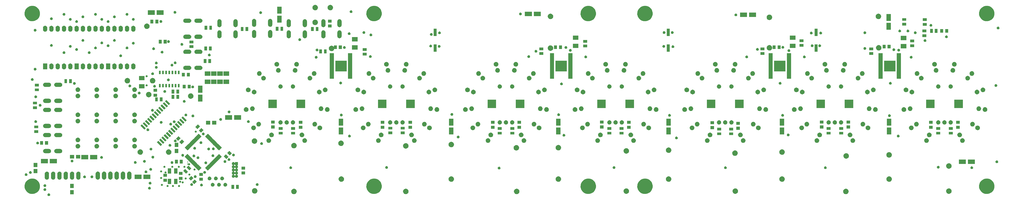
<source format=gbs>
G04 #@! TF.FileFunction,Soldermask,Bot*
%FSLAX46Y46*%
G04 Gerber Fmt 4.6, Leading zero omitted, Abs format (unit mm)*
G04 Created by KiCad (PCBNEW 4.0.2-4+6225~38~ubuntu15.04.1-stable) date Sa 05 Mär 2016 01:52:21 CET*
%MOMM*%
G01*
G04 APERTURE LIST*
%ADD10C,0.150000*%
G04 APERTURE END LIST*
D10*
G36*
X12312691Y-78297460D02*
X12417294Y-78318932D01*
X12515730Y-78360311D01*
X12604260Y-78420025D01*
X12679500Y-78495792D01*
X12738596Y-78584737D01*
X12779284Y-78683456D01*
X12799958Y-78787865D01*
X12799958Y-78787875D01*
X12800024Y-78788209D01*
X12798321Y-78910174D01*
X12798245Y-78910508D01*
X12798245Y-78910519D01*
X12774666Y-79014302D01*
X12731233Y-79111853D01*
X12669681Y-79199109D01*
X12592348Y-79272752D01*
X12502193Y-79329966D01*
X12402636Y-79368583D01*
X12297478Y-79387124D01*
X12190719Y-79384889D01*
X12086421Y-79361957D01*
X11988574Y-79319209D01*
X11900891Y-79258267D01*
X11826712Y-79181452D01*
X11768867Y-79091695D01*
X11729558Y-78992413D01*
X11710281Y-78887380D01*
X11711773Y-78780610D01*
X11733973Y-78676164D01*
X11776041Y-78578014D01*
X11836369Y-78489907D01*
X11912663Y-78415193D01*
X12002014Y-78356724D01*
X12101021Y-78316723D01*
X12205909Y-78296715D01*
X12312691Y-78297460D01*
X12312691Y-78297460D01*
G37*
G36*
X22315000Y-78681000D02*
X20865000Y-78681000D01*
X20865000Y-76981000D01*
X22315000Y-76981000D01*
X22315000Y-78681000D01*
X22315000Y-78681000D01*
G37*
G36*
X156287437Y-76421531D02*
X156498755Y-76464909D01*
X156697617Y-76548503D01*
X156876459Y-76669133D01*
X157028468Y-76822207D01*
X157147842Y-77001881D01*
X157230048Y-77201324D01*
X157271881Y-77412596D01*
X157271881Y-77412605D01*
X157271947Y-77412939D01*
X157268506Y-77659334D01*
X157268430Y-77659668D01*
X157268430Y-77659680D01*
X157220717Y-77869693D01*
X157132974Y-78066765D01*
X157008626Y-78243040D01*
X156852402Y-78391810D01*
X156670267Y-78507396D01*
X156469143Y-78585408D01*
X156256702Y-78622866D01*
X156041028Y-78618349D01*
X155830334Y-78572025D01*
X155632656Y-78485661D01*
X155455518Y-78362547D01*
X155305663Y-78207367D01*
X155188807Y-78026044D01*
X155109395Y-77825471D01*
X155070452Y-77613288D01*
X155073465Y-77397589D01*
X155118314Y-77186586D01*
X155203298Y-76988306D01*
X155325173Y-76810312D01*
X155479301Y-76659377D01*
X155659808Y-76541257D01*
X155859821Y-76460446D01*
X156071718Y-76420025D01*
X156287437Y-76421531D01*
X156287437Y-76421531D01*
G37*
G36*
X200991437Y-76421531D02*
X201202755Y-76464909D01*
X201401617Y-76548503D01*
X201580459Y-76669133D01*
X201732468Y-76822207D01*
X201851842Y-77001881D01*
X201934048Y-77201324D01*
X201975881Y-77412596D01*
X201975881Y-77412605D01*
X201975947Y-77412939D01*
X201972506Y-77659334D01*
X201972430Y-77659668D01*
X201972430Y-77659680D01*
X201924717Y-77869693D01*
X201836974Y-78066765D01*
X201712626Y-78243040D01*
X201556402Y-78391810D01*
X201374267Y-78507396D01*
X201173143Y-78585408D01*
X200960702Y-78622866D01*
X200745028Y-78618349D01*
X200534334Y-78572025D01*
X200336656Y-78485661D01*
X200159518Y-78362547D01*
X200009663Y-78207367D01*
X199892807Y-78026044D01*
X199813395Y-77825471D01*
X199774452Y-77613288D01*
X199777465Y-77397589D01*
X199822314Y-77186586D01*
X199907298Y-76988306D01*
X200029173Y-76810312D01*
X200183301Y-76659377D01*
X200363808Y-76541257D01*
X200563821Y-76460446D01*
X200775718Y-76420025D01*
X200991437Y-76421531D01*
X200991437Y-76421531D01*
G37*
G36*
X333706437Y-76421531D02*
X333917755Y-76464909D01*
X334116617Y-76548503D01*
X334295459Y-76669133D01*
X334447468Y-76822207D01*
X334566842Y-77001881D01*
X334649048Y-77201324D01*
X334690881Y-77412596D01*
X334690881Y-77412605D01*
X334690947Y-77412939D01*
X334687506Y-77659334D01*
X334687430Y-77659668D01*
X334687430Y-77659680D01*
X334639717Y-77869693D01*
X334551974Y-78066765D01*
X334427626Y-78243040D01*
X334271402Y-78391810D01*
X334089267Y-78507396D01*
X333888143Y-78585408D01*
X333675702Y-78622866D01*
X333460028Y-78618349D01*
X333249334Y-78572025D01*
X333051656Y-78485661D01*
X332874518Y-78362547D01*
X332724663Y-78207367D01*
X332607807Y-78026044D01*
X332528395Y-77825471D01*
X332489452Y-77613288D01*
X332492465Y-77397589D01*
X332537314Y-77186586D01*
X332622298Y-76988306D01*
X332744173Y-76810312D01*
X332898301Y-76659377D01*
X333078808Y-76541257D01*
X333278821Y-76460446D01*
X333490718Y-76420025D01*
X333706437Y-76421531D01*
X333706437Y-76421531D01*
G37*
G36*
X111202437Y-76421531D02*
X111413755Y-76464909D01*
X111612617Y-76548503D01*
X111791459Y-76669133D01*
X111943468Y-76822207D01*
X112062842Y-77001881D01*
X112145048Y-77201324D01*
X112186881Y-77412596D01*
X112186881Y-77412605D01*
X112186947Y-77412939D01*
X112183506Y-77659334D01*
X112183430Y-77659668D01*
X112183430Y-77659680D01*
X112135717Y-77869693D01*
X112047974Y-78066765D01*
X111923626Y-78243040D01*
X111767402Y-78391810D01*
X111585267Y-78507396D01*
X111384143Y-78585408D01*
X111171702Y-78622866D01*
X110956028Y-78618349D01*
X110745334Y-78572025D01*
X110547656Y-78485661D01*
X110370518Y-78362547D01*
X110220663Y-78207367D01*
X110103807Y-78026044D01*
X110024395Y-77825471D01*
X109985452Y-77613288D01*
X109988465Y-77397589D01*
X110033314Y-77186586D01*
X110118298Y-76988306D01*
X110240173Y-76810312D01*
X110394301Y-76659377D01*
X110574808Y-76541257D01*
X110774821Y-76460446D01*
X110986718Y-76420025D01*
X111202437Y-76421531D01*
X111202437Y-76421531D01*
G37*
G36*
X5913606Y-72340063D02*
X6509133Y-72462307D01*
X7069569Y-72697892D01*
X7573576Y-73037849D01*
X8001955Y-73469229D01*
X8338385Y-73975596D01*
X8570052Y-74537663D01*
X8688068Y-75133686D01*
X8688068Y-75133700D01*
X8688133Y-75134029D01*
X8678437Y-75828413D01*
X8678361Y-75828747D01*
X8678361Y-75828759D01*
X8543752Y-76421246D01*
X8296479Y-76976630D01*
X7946043Y-77473405D01*
X7505784Y-77892658D01*
X6992486Y-78218406D01*
X6425685Y-78438255D01*
X5826982Y-78543821D01*
X5219174Y-78531090D01*
X4625407Y-78400542D01*
X4068316Y-78157155D01*
X3569106Y-77810194D01*
X3146792Y-77372875D01*
X2817467Y-76861864D01*
X2593668Y-76296613D01*
X2483922Y-75698654D01*
X2492411Y-75090773D01*
X2618808Y-74496119D01*
X2858303Y-73937336D01*
X3201770Y-73435716D01*
X3636129Y-73010359D01*
X4144832Y-72677473D01*
X4708506Y-72449734D01*
X5305676Y-72335818D01*
X5913606Y-72340063D01*
X5913606Y-72340063D01*
G37*
G36*
X143708606Y-72340063D02*
X144304133Y-72462307D01*
X144864569Y-72697892D01*
X145368576Y-73037849D01*
X145796955Y-73469229D01*
X146133385Y-73975596D01*
X146365052Y-74537663D01*
X146483068Y-75133686D01*
X146483068Y-75133700D01*
X146483133Y-75134029D01*
X146473437Y-75828413D01*
X146473361Y-75828747D01*
X146473361Y-75828759D01*
X146338752Y-76421246D01*
X146091479Y-76976630D01*
X145741043Y-77473405D01*
X145300784Y-77892658D01*
X144787486Y-78218406D01*
X144220685Y-78438255D01*
X143621982Y-78543821D01*
X143014174Y-78531090D01*
X142420407Y-78400542D01*
X141863316Y-78157155D01*
X141364106Y-77810194D01*
X140941792Y-77372875D01*
X140612467Y-76861864D01*
X140388668Y-76296613D01*
X140278922Y-75698654D01*
X140287411Y-75090773D01*
X140413808Y-74496119D01*
X140653303Y-73937336D01*
X140996770Y-73435716D01*
X141431129Y-73010359D01*
X141939832Y-72677473D01*
X142503506Y-72449734D01*
X143100676Y-72335818D01*
X143708606Y-72340063D01*
X143708606Y-72340063D01*
G37*
G36*
X390723606Y-72340063D02*
X391319133Y-72462307D01*
X391879569Y-72697892D01*
X392383576Y-73037849D01*
X392811955Y-73469229D01*
X393148385Y-73975596D01*
X393380052Y-74537663D01*
X393498068Y-75133686D01*
X393498068Y-75133700D01*
X393498133Y-75134029D01*
X393488437Y-75828413D01*
X393488361Y-75828747D01*
X393488361Y-75828759D01*
X393353752Y-76421246D01*
X393106479Y-76976630D01*
X392756043Y-77473405D01*
X392315784Y-77892658D01*
X391802486Y-78218406D01*
X391235685Y-78438255D01*
X390636982Y-78543821D01*
X390029174Y-78531090D01*
X389435407Y-78400542D01*
X388878316Y-78157155D01*
X388379106Y-77810194D01*
X387956792Y-77372875D01*
X387627467Y-76861864D01*
X387403668Y-76296613D01*
X387293922Y-75698654D01*
X387302411Y-75090773D01*
X387428808Y-74496119D01*
X387668303Y-73937336D01*
X388011770Y-73435716D01*
X388446129Y-73010359D01*
X388954832Y-72677473D01*
X389518506Y-72449734D01*
X390115676Y-72335818D01*
X390723606Y-72340063D01*
X390723606Y-72340063D01*
G37*
G36*
X252928606Y-72340063D02*
X253524133Y-72462307D01*
X254084569Y-72697892D01*
X254588576Y-73037849D01*
X255016955Y-73469229D01*
X255353385Y-73975596D01*
X255585052Y-74537663D01*
X255703068Y-75133686D01*
X255703068Y-75133700D01*
X255703133Y-75134029D01*
X255693437Y-75828413D01*
X255693361Y-75828747D01*
X255693361Y-75828759D01*
X255558752Y-76421246D01*
X255311479Y-76976630D01*
X254961043Y-77473405D01*
X254520784Y-77892658D01*
X254007486Y-78218406D01*
X253440685Y-78438255D01*
X252841982Y-78543821D01*
X252234174Y-78531090D01*
X251640407Y-78400542D01*
X251083316Y-78157155D01*
X250584106Y-77810194D01*
X250161792Y-77372875D01*
X249832467Y-76861864D01*
X249608668Y-76296613D01*
X249498922Y-75698654D01*
X249507411Y-75090773D01*
X249633808Y-74496119D01*
X249873303Y-73937336D01*
X250216770Y-73435716D01*
X250651129Y-73010359D01*
X251159832Y-72677473D01*
X251723506Y-72449734D01*
X252320676Y-72335818D01*
X252928606Y-72340063D01*
X252928606Y-72340063D01*
G37*
G36*
X230068606Y-72340063D02*
X230664133Y-72462307D01*
X231224569Y-72697892D01*
X231728576Y-73037849D01*
X232156955Y-73469229D01*
X232493385Y-73975596D01*
X232725052Y-74537663D01*
X232843068Y-75133686D01*
X232843068Y-75133700D01*
X232843133Y-75134029D01*
X232833437Y-75828413D01*
X232833361Y-75828747D01*
X232833361Y-75828759D01*
X232698752Y-76421246D01*
X232451479Y-76976630D01*
X232101043Y-77473405D01*
X231660784Y-77892658D01*
X231147486Y-78218406D01*
X230580685Y-78438255D01*
X229981982Y-78543821D01*
X229374174Y-78531090D01*
X228780407Y-78400542D01*
X228223316Y-78157155D01*
X227724106Y-77810194D01*
X227301792Y-77372875D01*
X226972467Y-76861864D01*
X226748668Y-76296613D01*
X226638922Y-75698654D01*
X226647411Y-75090773D01*
X226773808Y-74496119D01*
X227013303Y-73937336D01*
X227356770Y-73435716D01*
X227791129Y-73010359D01*
X228299832Y-72677473D01*
X228863506Y-72449734D01*
X229460676Y-72335818D01*
X230068606Y-72340063D01*
X230068606Y-72340063D01*
G37*
G36*
X245187437Y-76294531D02*
X245398755Y-76337909D01*
X245597617Y-76421503D01*
X245776459Y-76542133D01*
X245928468Y-76695207D01*
X246047842Y-76874881D01*
X246130048Y-77074324D01*
X246171881Y-77285596D01*
X246171881Y-77285605D01*
X246171947Y-77285939D01*
X246168506Y-77532334D01*
X246168430Y-77532668D01*
X246168430Y-77532680D01*
X246120717Y-77742693D01*
X246032974Y-77939765D01*
X245908626Y-78116040D01*
X245752402Y-78264810D01*
X245570267Y-78380396D01*
X245369143Y-78458408D01*
X245156702Y-78495866D01*
X244941028Y-78491349D01*
X244730334Y-78445025D01*
X244532656Y-78358661D01*
X244355518Y-78235547D01*
X244205663Y-78080367D01*
X244088807Y-77899044D01*
X244009395Y-77698471D01*
X243970452Y-77486288D01*
X243973465Y-77270589D01*
X244018314Y-77059586D01*
X244103298Y-76861306D01*
X244225173Y-76683312D01*
X244379301Y-76532377D01*
X244559808Y-76414257D01*
X244759821Y-76333446D01*
X244971718Y-76293025D01*
X245187437Y-76294531D01*
X245187437Y-76294531D01*
G37*
G36*
X289129437Y-76294531D02*
X289340755Y-76337909D01*
X289539617Y-76421503D01*
X289718459Y-76542133D01*
X289870468Y-76695207D01*
X289989842Y-76874881D01*
X290072048Y-77074324D01*
X290113881Y-77285596D01*
X290113881Y-77285605D01*
X290113947Y-77285939D01*
X290110506Y-77532334D01*
X290110430Y-77532668D01*
X290110430Y-77532680D01*
X290062717Y-77742693D01*
X289974974Y-77939765D01*
X289850626Y-78116040D01*
X289694402Y-78264810D01*
X289512267Y-78380396D01*
X289311143Y-78458408D01*
X289098702Y-78495866D01*
X288883028Y-78491349D01*
X288672334Y-78445025D01*
X288474656Y-78358661D01*
X288297518Y-78235547D01*
X288147663Y-78080367D01*
X288030807Y-77899044D01*
X287951395Y-77698471D01*
X287912452Y-77486288D01*
X287915465Y-77270589D01*
X287960314Y-77059586D01*
X288045298Y-76861306D01*
X288167173Y-76683312D01*
X288321301Y-76532377D01*
X288501808Y-76414257D01*
X288701821Y-76333446D01*
X288913718Y-76293025D01*
X289129437Y-76294531D01*
X289129437Y-76294531D01*
G37*
G36*
X375235437Y-76294531D02*
X375446755Y-76337909D01*
X375645617Y-76421503D01*
X375824459Y-76542133D01*
X375976468Y-76695207D01*
X376095842Y-76874881D01*
X376178048Y-77074324D01*
X376219881Y-77285596D01*
X376219881Y-77285605D01*
X376219947Y-77285939D01*
X376216506Y-77532334D01*
X376216430Y-77532668D01*
X376216430Y-77532680D01*
X376168717Y-77742693D01*
X376080974Y-77939765D01*
X375956626Y-78116040D01*
X375800402Y-78264810D01*
X375618267Y-78380396D01*
X375417143Y-78458408D01*
X375204702Y-78495866D01*
X374989028Y-78491349D01*
X374778334Y-78445025D01*
X374580656Y-78358661D01*
X374403518Y-78235547D01*
X374253663Y-78080367D01*
X374136807Y-77899044D01*
X374057395Y-77698471D01*
X374018452Y-77486288D01*
X374021465Y-77270589D01*
X374066314Y-77059586D01*
X374151298Y-76861306D01*
X374273173Y-76683312D01*
X374427301Y-76532377D01*
X374607808Y-76414257D01*
X374807821Y-76333446D01*
X375019718Y-76293025D01*
X375235437Y-76294531D01*
X375235437Y-76294531D01*
G37*
G36*
X95365537Y-76192931D02*
X95576855Y-76236309D01*
X95775717Y-76319903D01*
X95954559Y-76440533D01*
X96106568Y-76593607D01*
X96225942Y-76773281D01*
X96308148Y-76972724D01*
X96349981Y-77183996D01*
X96349981Y-77184005D01*
X96350047Y-77184339D01*
X96346606Y-77430734D01*
X96346530Y-77431068D01*
X96346530Y-77431080D01*
X96298817Y-77641093D01*
X96211074Y-77838165D01*
X96086726Y-78014440D01*
X95930502Y-78163210D01*
X95748367Y-78278796D01*
X95547243Y-78356808D01*
X95334802Y-78394266D01*
X95119128Y-78389749D01*
X94908434Y-78343425D01*
X94710756Y-78257061D01*
X94533618Y-78133947D01*
X94383763Y-77978767D01*
X94266907Y-77797444D01*
X94187495Y-77596871D01*
X94148552Y-77384688D01*
X94151565Y-77168989D01*
X94196414Y-76957986D01*
X94281398Y-76759706D01*
X94403273Y-76581712D01*
X94557401Y-76430777D01*
X94737908Y-76312657D01*
X94937921Y-76231846D01*
X95149818Y-76191425D01*
X95365537Y-76192931D01*
X95365537Y-76192931D01*
G37*
G36*
X10725191Y-76227360D02*
X10829794Y-76248832D01*
X10928230Y-76290211D01*
X11016760Y-76349925D01*
X11092000Y-76425692D01*
X11151096Y-76514637D01*
X11191784Y-76613356D01*
X11212458Y-76717765D01*
X11212458Y-76717775D01*
X11212524Y-76718109D01*
X11210821Y-76840074D01*
X11210745Y-76840408D01*
X11210745Y-76840419D01*
X11187166Y-76944202D01*
X11143733Y-77041753D01*
X11082181Y-77129009D01*
X11004848Y-77202652D01*
X10914693Y-77259866D01*
X10815136Y-77298483D01*
X10709978Y-77317024D01*
X10603219Y-77314789D01*
X10498921Y-77291857D01*
X10401074Y-77249109D01*
X10313391Y-77188167D01*
X10239212Y-77111352D01*
X10181367Y-77021595D01*
X10142058Y-76922313D01*
X10122781Y-76817280D01*
X10124273Y-76710510D01*
X10146473Y-76606064D01*
X10188541Y-76507914D01*
X10248869Y-76419807D01*
X10325163Y-76345093D01*
X10414514Y-76286624D01*
X10513521Y-76246623D01*
X10618409Y-76226615D01*
X10725191Y-76227360D01*
X10725191Y-76227360D01*
G37*
G36*
X52889191Y-75655860D02*
X52993794Y-75677332D01*
X53092230Y-75718711D01*
X53180760Y-75778425D01*
X53256000Y-75854192D01*
X53315096Y-75943137D01*
X53355784Y-76041856D01*
X53376458Y-76146265D01*
X53376458Y-76146275D01*
X53376524Y-76146609D01*
X53374821Y-76268574D01*
X53374745Y-76268908D01*
X53374745Y-76268919D01*
X53351166Y-76372702D01*
X53307733Y-76470253D01*
X53246181Y-76557509D01*
X53168848Y-76631152D01*
X53078693Y-76688366D01*
X52979136Y-76726983D01*
X52873978Y-76745524D01*
X52767219Y-76743289D01*
X52662921Y-76720357D01*
X52565074Y-76677609D01*
X52477391Y-76616667D01*
X52403212Y-76539852D01*
X52345367Y-76450095D01*
X52306058Y-76350813D01*
X52286781Y-76245780D01*
X52288273Y-76139010D01*
X52310473Y-76034564D01*
X52352541Y-75936414D01*
X52412869Y-75848307D01*
X52489163Y-75773593D01*
X52578514Y-75715124D01*
X52677521Y-75675123D01*
X52782409Y-75655115D01*
X52889191Y-75655860D01*
X52889191Y-75655860D01*
G37*
G36*
X88873000Y-76490500D02*
X87784000Y-76490500D01*
X87784000Y-74893500D01*
X88873000Y-74893500D01*
X88873000Y-76490500D01*
X88873000Y-76490500D01*
G37*
G36*
X86968000Y-76490500D02*
X85879000Y-76490500D01*
X85879000Y-74893500D01*
X86968000Y-74893500D01*
X86968000Y-76490500D01*
X86968000Y-76490500D01*
G37*
G36*
X22315000Y-76181000D02*
X20865000Y-76181000D01*
X20865000Y-74481000D01*
X22315000Y-74481000D01*
X22315000Y-76181000D01*
X22315000Y-76181000D01*
G37*
G36*
X10725191Y-74627160D02*
X10829794Y-74648632D01*
X10928230Y-74690011D01*
X11016760Y-74749725D01*
X11092000Y-74825492D01*
X11151096Y-74914437D01*
X11191784Y-75013156D01*
X11212458Y-75117565D01*
X11212458Y-75117575D01*
X11212524Y-75117909D01*
X11210821Y-75239874D01*
X11210745Y-75240208D01*
X11210745Y-75240219D01*
X11187166Y-75344002D01*
X11143733Y-75441553D01*
X11082181Y-75528809D01*
X11004848Y-75602452D01*
X10914693Y-75659666D01*
X10815136Y-75698283D01*
X10709978Y-75716824D01*
X10603219Y-75714589D01*
X10498921Y-75691657D01*
X10401074Y-75648909D01*
X10313391Y-75587967D01*
X10239212Y-75511152D01*
X10181367Y-75421395D01*
X10142058Y-75322113D01*
X10122781Y-75217080D01*
X10124273Y-75110310D01*
X10146473Y-75005864D01*
X10188541Y-74907714D01*
X10248869Y-74819607D01*
X10325163Y-74744893D01*
X10414514Y-74686424D01*
X10513521Y-74646423D01*
X10618409Y-74626415D01*
X10725191Y-74627160D01*
X10725191Y-74627160D01*
G37*
G36*
X64812013Y-74911265D02*
X64888857Y-74927039D01*
X64961169Y-74957436D01*
X65026206Y-75001304D01*
X65081478Y-75056963D01*
X65124891Y-75122304D01*
X65154782Y-75194825D01*
X65169951Y-75271433D01*
X65169951Y-75271444D01*
X65170017Y-75271778D01*
X65168766Y-75361376D01*
X65168689Y-75361715D01*
X65168689Y-75361718D01*
X65151388Y-75437874D01*
X65119483Y-75509533D01*
X65074266Y-75573633D01*
X65017454Y-75627733D01*
X64951225Y-75669763D01*
X64878088Y-75698132D01*
X64800839Y-75711752D01*
X64722411Y-75710110D01*
X64645793Y-75693264D01*
X64573914Y-75661861D01*
X64509494Y-75617088D01*
X64455004Y-75560662D01*
X64412510Y-75494725D01*
X64383634Y-75421791D01*
X64369472Y-75344630D01*
X64370568Y-75266195D01*
X64386876Y-75189468D01*
X64417780Y-75117365D01*
X64462098Y-75052640D01*
X64518146Y-74997753D01*
X64583784Y-74954801D01*
X64656517Y-74925415D01*
X64733568Y-74910717D01*
X64812013Y-74911265D01*
X64812013Y-74911265D01*
G37*
G36*
X62335513Y-74911265D02*
X62412357Y-74927039D01*
X62484669Y-74957436D01*
X62549706Y-75001304D01*
X62604978Y-75056963D01*
X62648391Y-75122304D01*
X62678282Y-75194825D01*
X62693451Y-75271433D01*
X62693451Y-75271444D01*
X62693517Y-75271778D01*
X62692266Y-75361376D01*
X62692189Y-75361715D01*
X62692189Y-75361718D01*
X62674888Y-75437874D01*
X62642983Y-75509533D01*
X62597766Y-75573633D01*
X62540954Y-75627733D01*
X62474725Y-75669763D01*
X62401588Y-75698132D01*
X62324339Y-75711752D01*
X62245911Y-75710110D01*
X62169293Y-75693264D01*
X62097414Y-75661861D01*
X62032994Y-75617088D01*
X61978504Y-75560662D01*
X61936010Y-75494725D01*
X61907134Y-75421791D01*
X61892972Y-75344630D01*
X61894068Y-75266195D01*
X61910376Y-75189468D01*
X61941280Y-75117365D01*
X61985598Y-75052640D01*
X62041646Y-74997753D01*
X62107284Y-74954801D01*
X62180017Y-74925415D01*
X62257068Y-74910717D01*
X62335513Y-74911265D01*
X62335513Y-74911265D01*
G37*
G36*
X60176513Y-74911265D02*
X60253357Y-74927039D01*
X60325669Y-74957436D01*
X60390706Y-75001304D01*
X60445978Y-75056963D01*
X60489391Y-75122304D01*
X60519282Y-75194825D01*
X60534451Y-75271433D01*
X60534451Y-75271444D01*
X60534517Y-75271778D01*
X60533266Y-75361376D01*
X60533189Y-75361715D01*
X60533189Y-75361718D01*
X60515888Y-75437874D01*
X60483983Y-75509533D01*
X60438766Y-75573633D01*
X60381954Y-75627733D01*
X60315725Y-75669763D01*
X60242588Y-75698132D01*
X60165339Y-75711752D01*
X60086911Y-75710110D01*
X60010293Y-75693264D01*
X59938414Y-75661861D01*
X59873994Y-75617088D01*
X59819504Y-75560662D01*
X59777010Y-75494725D01*
X59748134Y-75421791D01*
X59733972Y-75344630D01*
X59735068Y-75266195D01*
X59751376Y-75189468D01*
X59782280Y-75117365D01*
X59826598Y-75052640D01*
X59882646Y-74997753D01*
X59948284Y-74954801D01*
X60021017Y-74925415D01*
X60098068Y-74910717D01*
X60176513Y-74911265D01*
X60176513Y-74911265D01*
G37*
G36*
X80928068Y-74068505D02*
X81074146Y-74098491D01*
X81211614Y-74156277D01*
X81335246Y-74239667D01*
X81440320Y-74345477D01*
X81522846Y-74469688D01*
X81579668Y-74607552D01*
X81608567Y-74753495D01*
X81608567Y-74753510D01*
X81608632Y-74753839D01*
X81606254Y-74924164D01*
X81606178Y-74924498D01*
X81606178Y-74924510D01*
X81573220Y-75069580D01*
X81512565Y-75205811D01*
X81426607Y-75327665D01*
X81318612Y-75430507D01*
X81192708Y-75510407D01*
X81053676Y-75564336D01*
X80906822Y-75590229D01*
X80757732Y-75587107D01*
X80612082Y-75555083D01*
X80475440Y-75495386D01*
X80352981Y-75410275D01*
X80249393Y-75303006D01*
X80168615Y-75177662D01*
X80113718Y-75039011D01*
X80086798Y-74892334D01*
X80088881Y-74743228D01*
X80119884Y-74597367D01*
X80178631Y-74460301D01*
X80262880Y-74337259D01*
X80369425Y-74232921D01*
X80494202Y-74151269D01*
X80632470Y-74095405D01*
X80778946Y-74067463D01*
X80928068Y-74068505D01*
X80928068Y-74068505D01*
G37*
G36*
X78388068Y-74068505D02*
X78534146Y-74098491D01*
X78671614Y-74156277D01*
X78795246Y-74239667D01*
X78900320Y-74345477D01*
X78982846Y-74469688D01*
X79039668Y-74607552D01*
X79068567Y-74753495D01*
X79068567Y-74753510D01*
X79068632Y-74753839D01*
X79066254Y-74924164D01*
X79066178Y-74924498D01*
X79066178Y-74924510D01*
X79033220Y-75069580D01*
X78972565Y-75205811D01*
X78886607Y-75327665D01*
X78778612Y-75430507D01*
X78652708Y-75510407D01*
X78513676Y-75564336D01*
X78366822Y-75590229D01*
X78217732Y-75587107D01*
X78072082Y-75555083D01*
X77935440Y-75495386D01*
X77812981Y-75410275D01*
X77709393Y-75303006D01*
X77628615Y-75177662D01*
X77573718Y-75039011D01*
X77546798Y-74892334D01*
X77548881Y-74743228D01*
X77579884Y-74597367D01*
X77638631Y-74460301D01*
X77722880Y-74337259D01*
X77829425Y-74232921D01*
X77954202Y-74151269D01*
X78092470Y-74095405D01*
X78238946Y-74067463D01*
X78388068Y-74068505D01*
X78388068Y-74068505D01*
G37*
G36*
X83468068Y-74068505D02*
X83614146Y-74098491D01*
X83751614Y-74156277D01*
X83875246Y-74239667D01*
X83980320Y-74345477D01*
X84062846Y-74469688D01*
X84119668Y-74607552D01*
X84148567Y-74753495D01*
X84148567Y-74753510D01*
X84148632Y-74753839D01*
X84146254Y-74924164D01*
X84146178Y-74924498D01*
X84146178Y-74924510D01*
X84113220Y-75069580D01*
X84052565Y-75205811D01*
X83966607Y-75327665D01*
X83858612Y-75430507D01*
X83732708Y-75510407D01*
X83593676Y-75564336D01*
X83446822Y-75590229D01*
X83297732Y-75587107D01*
X83152082Y-75555083D01*
X83015440Y-75495386D01*
X82892981Y-75410275D01*
X82789393Y-75303006D01*
X82708615Y-75177662D01*
X82653718Y-75039011D01*
X82626798Y-74892334D01*
X82628881Y-74743228D01*
X82659884Y-74597367D01*
X82718631Y-74460301D01*
X82802880Y-74337259D01*
X82909425Y-74232921D01*
X83034202Y-74151269D01*
X83172470Y-74095405D01*
X83318946Y-74067463D01*
X83468068Y-74068505D01*
X83468068Y-74068505D01*
G37*
G36*
X73869591Y-74385860D02*
X73974194Y-74407332D01*
X74072630Y-74448711D01*
X74161160Y-74508425D01*
X74236400Y-74584192D01*
X74295496Y-74673137D01*
X74336184Y-74771856D01*
X74356858Y-74876265D01*
X74356858Y-74876275D01*
X74356924Y-74876609D01*
X74355221Y-74998574D01*
X74355145Y-74998908D01*
X74355145Y-74998919D01*
X74331566Y-75102702D01*
X74288133Y-75200253D01*
X74226581Y-75287509D01*
X74149248Y-75361152D01*
X74059093Y-75418366D01*
X73959536Y-75456983D01*
X73854378Y-75475524D01*
X73747619Y-75473289D01*
X73643321Y-75450357D01*
X73545474Y-75407609D01*
X73457791Y-75346667D01*
X73383612Y-75269852D01*
X73325767Y-75180095D01*
X73286458Y-75080813D01*
X73267181Y-74975780D01*
X73268673Y-74869010D01*
X73290873Y-74764564D01*
X73332941Y-74666414D01*
X73393269Y-74578307D01*
X73469563Y-74503593D01*
X73558914Y-74445124D01*
X73657921Y-74405123D01*
X73762809Y-74385115D01*
X73869591Y-74385860D01*
X73869591Y-74385860D01*
G37*
G36*
X96323191Y-74182660D02*
X96427794Y-74204132D01*
X96526230Y-74245511D01*
X96614760Y-74305225D01*
X96690000Y-74380992D01*
X96749096Y-74469937D01*
X96789784Y-74568656D01*
X96810458Y-74673065D01*
X96810458Y-74673075D01*
X96810524Y-74673409D01*
X96808821Y-74795374D01*
X96808745Y-74795708D01*
X96808745Y-74795719D01*
X96785166Y-74899502D01*
X96741733Y-74997053D01*
X96680181Y-75084309D01*
X96602848Y-75157952D01*
X96512693Y-75215166D01*
X96413136Y-75253783D01*
X96307978Y-75272324D01*
X96201219Y-75270089D01*
X96096921Y-75247157D01*
X95999074Y-75204409D01*
X95911391Y-75143467D01*
X95837212Y-75066652D01*
X95779367Y-74976895D01*
X95740058Y-74877613D01*
X95720781Y-74772580D01*
X95722273Y-74665810D01*
X95744473Y-74561364D01*
X95786541Y-74463214D01*
X95846869Y-74375107D01*
X95923163Y-74300393D01*
X96012514Y-74241924D01*
X96111521Y-74201923D01*
X96216409Y-74181915D01*
X96323191Y-74182660D01*
X96323191Y-74182660D01*
G37*
G36*
X69907191Y-74182660D02*
X70011794Y-74204132D01*
X70110230Y-74245511D01*
X70198760Y-74305225D01*
X70274000Y-74380992D01*
X70333096Y-74469937D01*
X70373784Y-74568656D01*
X70394458Y-74673065D01*
X70394458Y-74673075D01*
X70394524Y-74673409D01*
X70392821Y-74795374D01*
X70392745Y-74795708D01*
X70392745Y-74795719D01*
X70369166Y-74899502D01*
X70325733Y-74997053D01*
X70264181Y-75084309D01*
X70186848Y-75157952D01*
X70096693Y-75215166D01*
X69997136Y-75253783D01*
X69891978Y-75272324D01*
X69785219Y-75270089D01*
X69680921Y-75247157D01*
X69583074Y-75204409D01*
X69495391Y-75143467D01*
X69421212Y-75066652D01*
X69363367Y-74976895D01*
X69324058Y-74877613D01*
X69304781Y-74772580D01*
X69306273Y-74665810D01*
X69328473Y-74561364D01*
X69370541Y-74463214D01*
X69430869Y-74375107D01*
X69507163Y-74300393D01*
X69596514Y-74241924D01*
X69695521Y-74201923D01*
X69800409Y-74181915D01*
X69907191Y-74182660D01*
X69907191Y-74182660D01*
G37*
G36*
X57890513Y-74466765D02*
X57967357Y-74482539D01*
X58039669Y-74512936D01*
X58104706Y-74556804D01*
X58159978Y-74612463D01*
X58203391Y-74677804D01*
X58233282Y-74750325D01*
X58248451Y-74826933D01*
X58248451Y-74826944D01*
X58248517Y-74827278D01*
X58247266Y-74916876D01*
X58247189Y-74917215D01*
X58247189Y-74917218D01*
X58229888Y-74993374D01*
X58197983Y-75065033D01*
X58152766Y-75129133D01*
X58095954Y-75183233D01*
X58029725Y-75225263D01*
X57956588Y-75253632D01*
X57879339Y-75267252D01*
X57800911Y-75265610D01*
X57724293Y-75248764D01*
X57652414Y-75217361D01*
X57587994Y-75172588D01*
X57533504Y-75116162D01*
X57491010Y-75050225D01*
X57462134Y-74977291D01*
X57447972Y-74900130D01*
X57449068Y-74821695D01*
X57465376Y-74744968D01*
X57496280Y-74672865D01*
X57540598Y-74608140D01*
X57596646Y-74553253D01*
X57662284Y-74510301D01*
X57735017Y-74480915D01*
X57812068Y-74466217D01*
X57890513Y-74466765D01*
X57890513Y-74466765D01*
G37*
G36*
X53143191Y-73623860D02*
X53247794Y-73645332D01*
X53346230Y-73686711D01*
X53434760Y-73746425D01*
X53510000Y-73822192D01*
X53569096Y-73911137D01*
X53609784Y-74009856D01*
X53630458Y-74114265D01*
X53630458Y-74114275D01*
X53630524Y-74114609D01*
X53628821Y-74236574D01*
X53628745Y-74236908D01*
X53628745Y-74236919D01*
X53605166Y-74340702D01*
X53561733Y-74438253D01*
X53500181Y-74525509D01*
X53422848Y-74599152D01*
X53332693Y-74656366D01*
X53233136Y-74694983D01*
X53127978Y-74713524D01*
X53021219Y-74711289D01*
X52916921Y-74688357D01*
X52819074Y-74645609D01*
X52731391Y-74584667D01*
X52657212Y-74507852D01*
X52599367Y-74418095D01*
X52560058Y-74318813D01*
X52540781Y-74213780D01*
X52542273Y-74107010D01*
X52564473Y-74002564D01*
X52606541Y-73904414D01*
X52666869Y-73816307D01*
X52743163Y-73741593D01*
X52832514Y-73683124D01*
X52931521Y-73643123D01*
X53036409Y-73623115D01*
X53143191Y-73623860D01*
X53143191Y-73623860D01*
G37*
G36*
X64086500Y-74557600D02*
X62786500Y-74557600D01*
X62786500Y-72457600D01*
X64086500Y-72457600D01*
X64086500Y-74557600D01*
X64086500Y-74557600D01*
G37*
G36*
X61546500Y-74557600D02*
X60246500Y-74557600D01*
X60246500Y-72457600D01*
X61546500Y-72457600D01*
X61546500Y-74557600D01*
X61546500Y-74557600D01*
G37*
G36*
X71951224Y-73516719D02*
X70925919Y-74542024D01*
X70077390Y-73693495D01*
X71102695Y-72668190D01*
X71951224Y-73516719D01*
X71951224Y-73516719D01*
G37*
G36*
X66272513Y-73450765D02*
X66349357Y-73466539D01*
X66421669Y-73496936D01*
X66486706Y-73540804D01*
X66541978Y-73596463D01*
X66585391Y-73661804D01*
X66615282Y-73734325D01*
X66630451Y-73810933D01*
X66630451Y-73810944D01*
X66630517Y-73811278D01*
X66629266Y-73900876D01*
X66629189Y-73901215D01*
X66629189Y-73901218D01*
X66611888Y-73977374D01*
X66579983Y-74049033D01*
X66534766Y-74113133D01*
X66477954Y-74167233D01*
X66411725Y-74209263D01*
X66338588Y-74237632D01*
X66261339Y-74251252D01*
X66182911Y-74249610D01*
X66106293Y-74232764D01*
X66034414Y-74201361D01*
X65969994Y-74156588D01*
X65915504Y-74100162D01*
X65873010Y-74034225D01*
X65844134Y-73961291D01*
X65829972Y-73884130D01*
X65831068Y-73805695D01*
X65847376Y-73728968D01*
X65878280Y-73656865D01*
X65922598Y-73592140D01*
X65978646Y-73537253D01*
X66044284Y-73494301D01*
X66117017Y-73464915D01*
X66194068Y-73450217D01*
X66272513Y-73450765D01*
X66272513Y-73450765D01*
G37*
G36*
X65256513Y-73196765D02*
X65333357Y-73212539D01*
X65405669Y-73242936D01*
X65470706Y-73286804D01*
X65525978Y-73342463D01*
X65569391Y-73407804D01*
X65599282Y-73480325D01*
X65614451Y-73556933D01*
X65614451Y-73556944D01*
X65614517Y-73557278D01*
X65613266Y-73646876D01*
X65613189Y-73647215D01*
X65613189Y-73647218D01*
X65595888Y-73723374D01*
X65563983Y-73795033D01*
X65518766Y-73859133D01*
X65461954Y-73913233D01*
X65395725Y-73955263D01*
X65322588Y-73983632D01*
X65245339Y-73997252D01*
X65166911Y-73995610D01*
X65090293Y-73978764D01*
X65018414Y-73947361D01*
X64953994Y-73902588D01*
X64899504Y-73846162D01*
X64857010Y-73780225D01*
X64828134Y-73707291D01*
X64813972Y-73630130D01*
X64815068Y-73551695D01*
X64831376Y-73474968D01*
X64862280Y-73402865D01*
X64906598Y-73338140D01*
X64962646Y-73283253D01*
X65028284Y-73240301D01*
X65101017Y-73210915D01*
X65178068Y-73196217D01*
X65256513Y-73196765D01*
X65256513Y-73196765D01*
G37*
G36*
X307963537Y-71417731D02*
X308174855Y-71461109D01*
X308373717Y-71544703D01*
X308552559Y-71665333D01*
X308704568Y-71818407D01*
X308823942Y-71998081D01*
X308906148Y-72197524D01*
X308947981Y-72408796D01*
X308947981Y-72408805D01*
X308948047Y-72409139D01*
X308944606Y-72655534D01*
X308944530Y-72655868D01*
X308944530Y-72655880D01*
X308896817Y-72865893D01*
X308809074Y-73062965D01*
X308684726Y-73239240D01*
X308528502Y-73388010D01*
X308346367Y-73503596D01*
X308145243Y-73581608D01*
X307932802Y-73619066D01*
X307717128Y-73614549D01*
X307506434Y-73568225D01*
X307308756Y-73481861D01*
X307131618Y-73358747D01*
X306981763Y-73203567D01*
X306864907Y-73022244D01*
X306785495Y-72821671D01*
X306746552Y-72609488D01*
X306749565Y-72393789D01*
X306794414Y-72182786D01*
X306879398Y-71984506D01*
X307001273Y-71806512D01*
X307155401Y-71655577D01*
X307335908Y-71537457D01*
X307535921Y-71456646D01*
X307747818Y-71416225D01*
X307963537Y-71417731D01*
X307963537Y-71417731D01*
G37*
G36*
X174613537Y-71417731D02*
X174824855Y-71461109D01*
X175023717Y-71544703D01*
X175202559Y-71665333D01*
X175354568Y-71818407D01*
X175473942Y-71998081D01*
X175556148Y-72197524D01*
X175597981Y-72408796D01*
X175597981Y-72408805D01*
X175598047Y-72409139D01*
X175594606Y-72655534D01*
X175594530Y-72655868D01*
X175594530Y-72655880D01*
X175546817Y-72865893D01*
X175459074Y-73062965D01*
X175334726Y-73239240D01*
X175178502Y-73388010D01*
X174996367Y-73503596D01*
X174795243Y-73581608D01*
X174582802Y-73619066D01*
X174367128Y-73614549D01*
X174156434Y-73568225D01*
X173958756Y-73481861D01*
X173781618Y-73358747D01*
X173631763Y-73203567D01*
X173514907Y-73022244D01*
X173435495Y-72821671D01*
X173396552Y-72609488D01*
X173399565Y-72393789D01*
X173444414Y-72182786D01*
X173529398Y-71984506D01*
X173651273Y-71806512D01*
X173805401Y-71655577D01*
X173985908Y-71537457D01*
X174185921Y-71456646D01*
X174397818Y-71416225D01*
X174613537Y-71417731D01*
X174613537Y-71417731D01*
G37*
G36*
X217793537Y-71417731D02*
X218004855Y-71461109D01*
X218203717Y-71544703D01*
X218382559Y-71665333D01*
X218534568Y-71818407D01*
X218653942Y-71998081D01*
X218736148Y-72197524D01*
X218777981Y-72408796D01*
X218777981Y-72408805D01*
X218778047Y-72409139D01*
X218774606Y-72655534D01*
X218774530Y-72655868D01*
X218774530Y-72655880D01*
X218726817Y-72865893D01*
X218639074Y-73062965D01*
X218514726Y-73239240D01*
X218358502Y-73388010D01*
X218176367Y-73503596D01*
X217975243Y-73581608D01*
X217762802Y-73619066D01*
X217547128Y-73614549D01*
X217336434Y-73568225D01*
X217138756Y-73481861D01*
X216961618Y-73358747D01*
X216811763Y-73203567D01*
X216694907Y-73022244D01*
X216615495Y-72821671D01*
X216576552Y-72609488D01*
X216579565Y-72393789D01*
X216624414Y-72182786D01*
X216709398Y-71984506D01*
X216831273Y-71806512D01*
X216985401Y-71655577D01*
X217165908Y-71537457D01*
X217365921Y-71456646D01*
X217577818Y-71416225D01*
X217793537Y-71417731D01*
X217793537Y-71417731D01*
G37*
G36*
X262243537Y-71417731D02*
X262454855Y-71461109D01*
X262653717Y-71544703D01*
X262832559Y-71665333D01*
X262984568Y-71818407D01*
X263103942Y-71998081D01*
X263186148Y-72197524D01*
X263227981Y-72408796D01*
X263227981Y-72408805D01*
X263228047Y-72409139D01*
X263224606Y-72655534D01*
X263224530Y-72655868D01*
X263224530Y-72655880D01*
X263176817Y-72865893D01*
X263089074Y-73062965D01*
X262964726Y-73239240D01*
X262808502Y-73388010D01*
X262626367Y-73503596D01*
X262425243Y-73581608D01*
X262212802Y-73619066D01*
X261997128Y-73614549D01*
X261786434Y-73568225D01*
X261588756Y-73481861D01*
X261411618Y-73358747D01*
X261261763Y-73203567D01*
X261144907Y-73022244D01*
X261065495Y-72821671D01*
X261026552Y-72609488D01*
X261029565Y-72393789D01*
X261074414Y-72182786D01*
X261159398Y-71984506D01*
X261281273Y-71806512D01*
X261435401Y-71655577D01*
X261615908Y-71537457D01*
X261815921Y-71456646D01*
X262027818Y-71416225D01*
X262243537Y-71417731D01*
X262243537Y-71417731D01*
G37*
G36*
X351143537Y-71417731D02*
X351354855Y-71461109D01*
X351553717Y-71544703D01*
X351732559Y-71665333D01*
X351884568Y-71818407D01*
X352003942Y-71998081D01*
X352086148Y-72197524D01*
X352127981Y-72408796D01*
X352127981Y-72408805D01*
X352128047Y-72409139D01*
X352124606Y-72655534D01*
X352124530Y-72655868D01*
X352124530Y-72655880D01*
X352076817Y-72865893D01*
X351989074Y-73062965D01*
X351864726Y-73239240D01*
X351708502Y-73388010D01*
X351526367Y-73503596D01*
X351325243Y-73581608D01*
X351112802Y-73619066D01*
X350897128Y-73614549D01*
X350686434Y-73568225D01*
X350488756Y-73481861D01*
X350311618Y-73358747D01*
X350161763Y-73203567D01*
X350044907Y-73022244D01*
X349965495Y-72821671D01*
X349926552Y-72609488D01*
X349929565Y-72393789D01*
X349974414Y-72182786D01*
X350059398Y-71984506D01*
X350181273Y-71806512D01*
X350335401Y-71655577D01*
X350515908Y-71537457D01*
X350715921Y-71456646D01*
X350927818Y-71416225D01*
X351143537Y-71417731D01*
X351143537Y-71417731D01*
G37*
G36*
X130290537Y-71417731D02*
X130501855Y-71461109D01*
X130700717Y-71544703D01*
X130879559Y-71665333D01*
X131031568Y-71818407D01*
X131150942Y-71998081D01*
X131233148Y-72197524D01*
X131274981Y-72408796D01*
X131274981Y-72408805D01*
X131275047Y-72409139D01*
X131271606Y-72655534D01*
X131271530Y-72655868D01*
X131271530Y-72655880D01*
X131223817Y-72865893D01*
X131136074Y-73062965D01*
X131011726Y-73239240D01*
X130855502Y-73388010D01*
X130673367Y-73503596D01*
X130472243Y-73581608D01*
X130259802Y-73619066D01*
X130044128Y-73614549D01*
X129833434Y-73568225D01*
X129635756Y-73481861D01*
X129458618Y-73358747D01*
X129308763Y-73203567D01*
X129191907Y-73022244D01*
X129112495Y-72821671D01*
X129073552Y-72609488D01*
X129076565Y-72393789D01*
X129121414Y-72182786D01*
X129206398Y-71984506D01*
X129328273Y-71806512D01*
X129482401Y-71655577D01*
X129662908Y-71537457D01*
X129862921Y-71456646D01*
X130074818Y-71416225D01*
X130290537Y-71417731D01*
X130290537Y-71417731D01*
G37*
G36*
X59907000Y-73609000D02*
X58457000Y-73609000D01*
X58457000Y-72409000D01*
X59907000Y-72409000D01*
X59907000Y-73609000D01*
X59907000Y-73609000D01*
G37*
G36*
X74385000Y-73228000D02*
X72935000Y-73228000D01*
X72935000Y-72028000D01*
X74385000Y-72028000D01*
X74385000Y-73228000D01*
X74385000Y-73228000D01*
G37*
G36*
X70537010Y-72102505D02*
X69511705Y-73127810D01*
X68663176Y-72279281D01*
X69688481Y-71253976D01*
X70537010Y-72102505D01*
X70537010Y-72102505D01*
G37*
G36*
X79658068Y-71528505D02*
X79804146Y-71558491D01*
X79941614Y-71616277D01*
X80065246Y-71699667D01*
X80170320Y-71805477D01*
X80252846Y-71929688D01*
X80309668Y-72067552D01*
X80338567Y-72213495D01*
X80338567Y-72213510D01*
X80338632Y-72213839D01*
X80336254Y-72384164D01*
X80336178Y-72384498D01*
X80336178Y-72384510D01*
X80303220Y-72529580D01*
X80242565Y-72665811D01*
X80156607Y-72787665D01*
X80048612Y-72890507D01*
X79922708Y-72970407D01*
X79783676Y-73024336D01*
X79636822Y-73050229D01*
X79487732Y-73047107D01*
X79342082Y-73015083D01*
X79205440Y-72955386D01*
X79082981Y-72870275D01*
X78979393Y-72763006D01*
X78898615Y-72637662D01*
X78843718Y-72499011D01*
X78816798Y-72352334D01*
X78818881Y-72203228D01*
X78849884Y-72057367D01*
X78908631Y-71920301D01*
X78992880Y-71797259D01*
X79099425Y-71692921D01*
X79224202Y-71611269D01*
X79362470Y-71555405D01*
X79508946Y-71527463D01*
X79658068Y-71528505D01*
X79658068Y-71528505D01*
G37*
G36*
X77118068Y-71528505D02*
X77264146Y-71558491D01*
X77401614Y-71616277D01*
X77525246Y-71699667D01*
X77630320Y-71805477D01*
X77712846Y-71929688D01*
X77769668Y-72067552D01*
X77798567Y-72213495D01*
X77798567Y-72213510D01*
X77798632Y-72213839D01*
X77796254Y-72384164D01*
X77796178Y-72384498D01*
X77796178Y-72384510D01*
X77763220Y-72529580D01*
X77702565Y-72665811D01*
X77616607Y-72787665D01*
X77508612Y-72890507D01*
X77382708Y-72970407D01*
X77243676Y-73024336D01*
X77096822Y-73050229D01*
X76947732Y-73047107D01*
X76802082Y-73015083D01*
X76665440Y-72955386D01*
X76542981Y-72870275D01*
X76439393Y-72763006D01*
X76358615Y-72637662D01*
X76303718Y-72499011D01*
X76276798Y-72352334D01*
X76278881Y-72203228D01*
X76309884Y-72057367D01*
X76368631Y-71920301D01*
X76452880Y-71797259D01*
X76559425Y-71692921D01*
X76684202Y-71611269D01*
X76822470Y-71555405D01*
X76968946Y-71527463D01*
X77118068Y-71528505D01*
X77118068Y-71528505D01*
G37*
G36*
X82198068Y-71528505D02*
X82344146Y-71558491D01*
X82481614Y-71616277D01*
X82605246Y-71699667D01*
X82710320Y-71805477D01*
X82792846Y-71929688D01*
X82849668Y-72067552D01*
X82878567Y-72213495D01*
X82878567Y-72213510D01*
X82878632Y-72213839D01*
X82876254Y-72384164D01*
X82876178Y-72384498D01*
X82876178Y-72384510D01*
X82843220Y-72529580D01*
X82782565Y-72665811D01*
X82696607Y-72787665D01*
X82588612Y-72890507D01*
X82462708Y-72970407D01*
X82323676Y-73024336D01*
X82176822Y-73050229D01*
X82027732Y-73047107D01*
X81882082Y-73015083D01*
X81745440Y-72955386D01*
X81622981Y-72870275D01*
X81519393Y-72763006D01*
X81438615Y-72637662D01*
X81383718Y-72499011D01*
X81356798Y-72352334D01*
X81358881Y-72203228D01*
X81389884Y-72057367D01*
X81448631Y-71920301D01*
X81532880Y-71797259D01*
X81639425Y-71692921D01*
X81764202Y-71611269D01*
X81902470Y-71555405D01*
X82048946Y-71527463D01*
X82198068Y-71528505D01*
X82198068Y-71528505D01*
G37*
G36*
X66130000Y-72847000D02*
X64680000Y-72847000D01*
X64680000Y-71647000D01*
X66130000Y-71647000D01*
X66130000Y-72847000D01*
X66130000Y-72847000D01*
G37*
G36*
X21801379Y-69531140D02*
X21801392Y-69531144D01*
X21801429Y-69531148D01*
X21962138Y-69580896D01*
X22110124Y-69660912D01*
X22239750Y-69768147D01*
X22346078Y-69898518D01*
X22425059Y-70047059D01*
X22473683Y-70208112D01*
X22490100Y-70375542D01*
X22490100Y-71915258D01*
X22490016Y-71927293D01*
X22471263Y-72094478D01*
X22420395Y-72254836D01*
X22339348Y-72402260D01*
X22231210Y-72531133D01*
X22100099Y-72636549D01*
X21951011Y-72714490D01*
X21789623Y-72761990D01*
X21789589Y-72761993D01*
X21789576Y-72761997D01*
X21622084Y-72777240D01*
X21454821Y-72759660D01*
X21454808Y-72759656D01*
X21454771Y-72759652D01*
X21294062Y-72709904D01*
X21146076Y-72629888D01*
X21016450Y-72522653D01*
X20910122Y-72392282D01*
X20831141Y-72243741D01*
X20782517Y-72082688D01*
X20766100Y-71915258D01*
X20766100Y-70375542D01*
X20766184Y-70363507D01*
X20784937Y-70196322D01*
X20835805Y-70035964D01*
X20916852Y-69888540D01*
X21024990Y-69759667D01*
X21156101Y-69654251D01*
X21305189Y-69576310D01*
X21466577Y-69528810D01*
X21466611Y-69528807D01*
X21466624Y-69528803D01*
X21634116Y-69513560D01*
X21801379Y-69531140D01*
X21801379Y-69531140D01*
G37*
G36*
X24341379Y-69531140D02*
X24341392Y-69531144D01*
X24341429Y-69531148D01*
X24502138Y-69580896D01*
X24650124Y-69660912D01*
X24779750Y-69768147D01*
X24886078Y-69898518D01*
X24965059Y-70047059D01*
X25013683Y-70208112D01*
X25030100Y-70375542D01*
X25030100Y-71915258D01*
X25030016Y-71927293D01*
X25011263Y-72094478D01*
X24960395Y-72254836D01*
X24879348Y-72402260D01*
X24771210Y-72531133D01*
X24640099Y-72636549D01*
X24491011Y-72714490D01*
X24329623Y-72761990D01*
X24329589Y-72761993D01*
X24329576Y-72761997D01*
X24162084Y-72777240D01*
X23994821Y-72759660D01*
X23994808Y-72759656D01*
X23994771Y-72759652D01*
X23834062Y-72709904D01*
X23686076Y-72629888D01*
X23556450Y-72522653D01*
X23450122Y-72392282D01*
X23371141Y-72243741D01*
X23322517Y-72082688D01*
X23306100Y-71915258D01*
X23306100Y-70375542D01*
X23306184Y-70363507D01*
X23324937Y-70196322D01*
X23375805Y-70035964D01*
X23456852Y-69888540D01*
X23564990Y-69759667D01*
X23696101Y-69654251D01*
X23845189Y-69576310D01*
X24006577Y-69528810D01*
X24006611Y-69528807D01*
X24006624Y-69528803D01*
X24174116Y-69513560D01*
X24341379Y-69531140D01*
X24341379Y-69531140D01*
G37*
G36*
X19261379Y-69531140D02*
X19261392Y-69531144D01*
X19261429Y-69531148D01*
X19422138Y-69580896D01*
X19570124Y-69660912D01*
X19699750Y-69768147D01*
X19806078Y-69898518D01*
X19885059Y-70047059D01*
X19933683Y-70208112D01*
X19950100Y-70375542D01*
X19950100Y-71915258D01*
X19950016Y-71927293D01*
X19931263Y-72094478D01*
X19880395Y-72254836D01*
X19799348Y-72402260D01*
X19691210Y-72531133D01*
X19560099Y-72636549D01*
X19411011Y-72714490D01*
X19249623Y-72761990D01*
X19249589Y-72761993D01*
X19249576Y-72761997D01*
X19082084Y-72777240D01*
X18914821Y-72759660D01*
X18914808Y-72759656D01*
X18914771Y-72759652D01*
X18754062Y-72709904D01*
X18606076Y-72629888D01*
X18476450Y-72522653D01*
X18370122Y-72392282D01*
X18291141Y-72243741D01*
X18242517Y-72082688D01*
X18226100Y-71915258D01*
X18226100Y-70375542D01*
X18226184Y-70363507D01*
X18244937Y-70196322D01*
X18295805Y-70035964D01*
X18376852Y-69888540D01*
X18484990Y-69759667D01*
X18616101Y-69654251D01*
X18765189Y-69576310D01*
X18926577Y-69528810D01*
X18926611Y-69528807D01*
X18926624Y-69528803D01*
X19094116Y-69513560D01*
X19261379Y-69531140D01*
X19261379Y-69531140D01*
G37*
G36*
X16721379Y-69531140D02*
X16721392Y-69531144D01*
X16721429Y-69531148D01*
X16882138Y-69580896D01*
X17030124Y-69660912D01*
X17159750Y-69768147D01*
X17266078Y-69898518D01*
X17345059Y-70047059D01*
X17393683Y-70208112D01*
X17410100Y-70375542D01*
X17410100Y-71915258D01*
X17410016Y-71927293D01*
X17391263Y-72094478D01*
X17340395Y-72254836D01*
X17259348Y-72402260D01*
X17151210Y-72531133D01*
X17020099Y-72636549D01*
X16871011Y-72714490D01*
X16709623Y-72761990D01*
X16709589Y-72761993D01*
X16709576Y-72761997D01*
X16542084Y-72777240D01*
X16374821Y-72759660D01*
X16374808Y-72759656D01*
X16374771Y-72759652D01*
X16214062Y-72709904D01*
X16066076Y-72629888D01*
X15936450Y-72522653D01*
X15830122Y-72392282D01*
X15751141Y-72243741D01*
X15702517Y-72082688D01*
X15686100Y-71915258D01*
X15686100Y-70375542D01*
X15686184Y-70363507D01*
X15704937Y-70196322D01*
X15755805Y-70035964D01*
X15836852Y-69888540D01*
X15944990Y-69759667D01*
X16076101Y-69654251D01*
X16225189Y-69576310D01*
X16386577Y-69528810D01*
X16386611Y-69528807D01*
X16386624Y-69528803D01*
X16554116Y-69513560D01*
X16721379Y-69531140D01*
X16721379Y-69531140D01*
G37*
G36*
X14181379Y-69531140D02*
X14181392Y-69531144D01*
X14181429Y-69531148D01*
X14342138Y-69580896D01*
X14490124Y-69660912D01*
X14619750Y-69768147D01*
X14726078Y-69898518D01*
X14805059Y-70047059D01*
X14853683Y-70208112D01*
X14870100Y-70375542D01*
X14870100Y-71915258D01*
X14870016Y-71927293D01*
X14851263Y-72094478D01*
X14800395Y-72254836D01*
X14719348Y-72402260D01*
X14611210Y-72531133D01*
X14480099Y-72636549D01*
X14331011Y-72714490D01*
X14169623Y-72761990D01*
X14169589Y-72761993D01*
X14169576Y-72761997D01*
X14002084Y-72777240D01*
X13834821Y-72759660D01*
X13834808Y-72759656D01*
X13834771Y-72759652D01*
X13674062Y-72709904D01*
X13526076Y-72629888D01*
X13396450Y-72522653D01*
X13290122Y-72392282D01*
X13211141Y-72243741D01*
X13162517Y-72082688D01*
X13146100Y-71915258D01*
X13146100Y-70375542D01*
X13146184Y-70363507D01*
X13164937Y-70196322D01*
X13215805Y-70035964D01*
X13296852Y-69888540D01*
X13404990Y-69759667D01*
X13536101Y-69654251D01*
X13685189Y-69576310D01*
X13846577Y-69528810D01*
X13846611Y-69528807D01*
X13846624Y-69528803D01*
X14014116Y-69513560D01*
X14181379Y-69531140D01*
X14181379Y-69531140D01*
G37*
G36*
X11641379Y-69531140D02*
X11641392Y-69531144D01*
X11641429Y-69531148D01*
X11802138Y-69580896D01*
X11950124Y-69660912D01*
X12079750Y-69768147D01*
X12186078Y-69898518D01*
X12265059Y-70047059D01*
X12313683Y-70208112D01*
X12330100Y-70375542D01*
X12330100Y-71915258D01*
X12330016Y-71927293D01*
X12311263Y-72094478D01*
X12260395Y-72254836D01*
X12179348Y-72402260D01*
X12071210Y-72531133D01*
X11940099Y-72636549D01*
X11791011Y-72714490D01*
X11629623Y-72761990D01*
X11629589Y-72761993D01*
X11629576Y-72761997D01*
X11462084Y-72777240D01*
X11294821Y-72759660D01*
X11294808Y-72759656D01*
X11294771Y-72759652D01*
X11134062Y-72709904D01*
X10986076Y-72629888D01*
X10856450Y-72522653D01*
X10750122Y-72392282D01*
X10671141Y-72243741D01*
X10622517Y-72082688D01*
X10606100Y-71915258D01*
X10606100Y-70375542D01*
X10606184Y-70363507D01*
X10624937Y-70196322D01*
X10675805Y-70035964D01*
X10756852Y-69888540D01*
X10864990Y-69759667D01*
X10996101Y-69654251D01*
X11145189Y-69576310D01*
X11306577Y-69528810D01*
X11306611Y-69528807D01*
X11306624Y-69528803D01*
X11474116Y-69513560D01*
X11641379Y-69531140D01*
X11641379Y-69531140D01*
G37*
G36*
X44877279Y-69505740D02*
X44877292Y-69505744D01*
X44877329Y-69505748D01*
X45038038Y-69555496D01*
X45186024Y-69635512D01*
X45315650Y-69742747D01*
X45421978Y-69873118D01*
X45500959Y-70021659D01*
X45549583Y-70182712D01*
X45566000Y-70350142D01*
X45566000Y-71889858D01*
X45565916Y-71901893D01*
X45547163Y-72069078D01*
X45496295Y-72229436D01*
X45415248Y-72376860D01*
X45307110Y-72505733D01*
X45175999Y-72611149D01*
X45026911Y-72689090D01*
X44865523Y-72736590D01*
X44865489Y-72736593D01*
X44865476Y-72736597D01*
X44697984Y-72751840D01*
X44530721Y-72734260D01*
X44530708Y-72734256D01*
X44530671Y-72734252D01*
X44369962Y-72684504D01*
X44221976Y-72604488D01*
X44092350Y-72497253D01*
X43986022Y-72366882D01*
X43907041Y-72218341D01*
X43858417Y-72057288D01*
X43842000Y-71889858D01*
X43842000Y-70350142D01*
X43842084Y-70338107D01*
X43860837Y-70170922D01*
X43911705Y-70010564D01*
X43992752Y-69863140D01*
X44100890Y-69734267D01*
X44232001Y-69628851D01*
X44381089Y-69550910D01*
X44542477Y-69503410D01*
X44542511Y-69503407D01*
X44542524Y-69503403D01*
X44710016Y-69488160D01*
X44877279Y-69505740D01*
X44877279Y-69505740D01*
G37*
G36*
X42337279Y-69505740D02*
X42337292Y-69505744D01*
X42337329Y-69505748D01*
X42498038Y-69555496D01*
X42646024Y-69635512D01*
X42775650Y-69742747D01*
X42881978Y-69873118D01*
X42960959Y-70021659D01*
X43009583Y-70182712D01*
X43026000Y-70350142D01*
X43026000Y-71889858D01*
X43025916Y-71901893D01*
X43007163Y-72069078D01*
X42956295Y-72229436D01*
X42875248Y-72376860D01*
X42767110Y-72505733D01*
X42635999Y-72611149D01*
X42486911Y-72689090D01*
X42325523Y-72736590D01*
X42325489Y-72736593D01*
X42325476Y-72736597D01*
X42157984Y-72751840D01*
X41990721Y-72734260D01*
X41990708Y-72734256D01*
X41990671Y-72734252D01*
X41829962Y-72684504D01*
X41681976Y-72604488D01*
X41552350Y-72497253D01*
X41446022Y-72366882D01*
X41367041Y-72218341D01*
X41318417Y-72057288D01*
X41302000Y-71889858D01*
X41302000Y-70350142D01*
X41302084Y-70338107D01*
X41320837Y-70170922D01*
X41371705Y-70010564D01*
X41452752Y-69863140D01*
X41560890Y-69734267D01*
X41692001Y-69628851D01*
X41841089Y-69550910D01*
X42002477Y-69503410D01*
X42002511Y-69503407D01*
X42002524Y-69503403D01*
X42170016Y-69488160D01*
X42337279Y-69505740D01*
X42337279Y-69505740D01*
G37*
G36*
X39797279Y-69505740D02*
X39797292Y-69505744D01*
X39797329Y-69505748D01*
X39958038Y-69555496D01*
X40106024Y-69635512D01*
X40235650Y-69742747D01*
X40341978Y-69873118D01*
X40420959Y-70021659D01*
X40469583Y-70182712D01*
X40486000Y-70350142D01*
X40486000Y-71889858D01*
X40485916Y-71901893D01*
X40467163Y-72069078D01*
X40416295Y-72229436D01*
X40335248Y-72376860D01*
X40227110Y-72505733D01*
X40095999Y-72611149D01*
X39946911Y-72689090D01*
X39785523Y-72736590D01*
X39785489Y-72736593D01*
X39785476Y-72736597D01*
X39617984Y-72751840D01*
X39450721Y-72734260D01*
X39450708Y-72734256D01*
X39450671Y-72734252D01*
X39289962Y-72684504D01*
X39141976Y-72604488D01*
X39012350Y-72497253D01*
X38906022Y-72366882D01*
X38827041Y-72218341D01*
X38778417Y-72057288D01*
X38762000Y-71889858D01*
X38762000Y-70350142D01*
X38762084Y-70338107D01*
X38780837Y-70170922D01*
X38831705Y-70010564D01*
X38912752Y-69863140D01*
X39020890Y-69734267D01*
X39152001Y-69628851D01*
X39301089Y-69550910D01*
X39462477Y-69503410D01*
X39462511Y-69503407D01*
X39462524Y-69503403D01*
X39630016Y-69488160D01*
X39797279Y-69505740D01*
X39797279Y-69505740D01*
G37*
G36*
X37257279Y-69505740D02*
X37257292Y-69505744D01*
X37257329Y-69505748D01*
X37418038Y-69555496D01*
X37566024Y-69635512D01*
X37695650Y-69742747D01*
X37801978Y-69873118D01*
X37880959Y-70021659D01*
X37929583Y-70182712D01*
X37946000Y-70350142D01*
X37946000Y-71889858D01*
X37945916Y-71901893D01*
X37927163Y-72069078D01*
X37876295Y-72229436D01*
X37795248Y-72376860D01*
X37687110Y-72505733D01*
X37555999Y-72611149D01*
X37406911Y-72689090D01*
X37245523Y-72736590D01*
X37245489Y-72736593D01*
X37245476Y-72736597D01*
X37077984Y-72751840D01*
X36910721Y-72734260D01*
X36910708Y-72734256D01*
X36910671Y-72734252D01*
X36749962Y-72684504D01*
X36601976Y-72604488D01*
X36472350Y-72497253D01*
X36366022Y-72366882D01*
X36287041Y-72218341D01*
X36238417Y-72057288D01*
X36222000Y-71889858D01*
X36222000Y-70350142D01*
X36222084Y-70338107D01*
X36240837Y-70170922D01*
X36291705Y-70010564D01*
X36372752Y-69863140D01*
X36480890Y-69734267D01*
X36612001Y-69628851D01*
X36761089Y-69550910D01*
X36922477Y-69503410D01*
X36922511Y-69503407D01*
X36922524Y-69503403D01*
X37090016Y-69488160D01*
X37257279Y-69505740D01*
X37257279Y-69505740D01*
G37*
G36*
X34717279Y-69505740D02*
X34717292Y-69505744D01*
X34717329Y-69505748D01*
X34878038Y-69555496D01*
X35026024Y-69635512D01*
X35155650Y-69742747D01*
X35261978Y-69873118D01*
X35340959Y-70021659D01*
X35389583Y-70182712D01*
X35406000Y-70350142D01*
X35406000Y-71889858D01*
X35405916Y-71901893D01*
X35387163Y-72069078D01*
X35336295Y-72229436D01*
X35255248Y-72376860D01*
X35147110Y-72505733D01*
X35015999Y-72611149D01*
X34866911Y-72689090D01*
X34705523Y-72736590D01*
X34705489Y-72736593D01*
X34705476Y-72736597D01*
X34537984Y-72751840D01*
X34370721Y-72734260D01*
X34370708Y-72734256D01*
X34370671Y-72734252D01*
X34209962Y-72684504D01*
X34061976Y-72604488D01*
X33932350Y-72497253D01*
X33826022Y-72366882D01*
X33747041Y-72218341D01*
X33698417Y-72057288D01*
X33682000Y-71889858D01*
X33682000Y-70350142D01*
X33682084Y-70338107D01*
X33700837Y-70170922D01*
X33751705Y-70010564D01*
X33832752Y-69863140D01*
X33940890Y-69734267D01*
X34072001Y-69628851D01*
X34221089Y-69550910D01*
X34382477Y-69503410D01*
X34382511Y-69503407D01*
X34382524Y-69503403D01*
X34550016Y-69488160D01*
X34717279Y-69505740D01*
X34717279Y-69505740D01*
G37*
G36*
X32177279Y-69505740D02*
X32177292Y-69505744D01*
X32177329Y-69505748D01*
X32338038Y-69555496D01*
X32486024Y-69635512D01*
X32615650Y-69742747D01*
X32721978Y-69873118D01*
X32800959Y-70021659D01*
X32849583Y-70182712D01*
X32866000Y-70350142D01*
X32866000Y-71889858D01*
X32865916Y-71901893D01*
X32847163Y-72069078D01*
X32796295Y-72229436D01*
X32715248Y-72376860D01*
X32607110Y-72505733D01*
X32475999Y-72611149D01*
X32326911Y-72689090D01*
X32165523Y-72736590D01*
X32165489Y-72736593D01*
X32165476Y-72736597D01*
X31997984Y-72751840D01*
X31830721Y-72734260D01*
X31830708Y-72734256D01*
X31830671Y-72734252D01*
X31669962Y-72684504D01*
X31521976Y-72604488D01*
X31392350Y-72497253D01*
X31286022Y-72366882D01*
X31207041Y-72218341D01*
X31158417Y-72057288D01*
X31142000Y-71889858D01*
X31142000Y-70350142D01*
X31142084Y-70338107D01*
X31160837Y-70170922D01*
X31211705Y-70010564D01*
X31292752Y-69863140D01*
X31400890Y-69734267D01*
X31532001Y-69628851D01*
X31681089Y-69550910D01*
X31842477Y-69503410D01*
X31842511Y-69503407D01*
X31842524Y-69503403D01*
X32010016Y-69488160D01*
X32177279Y-69505740D01*
X32177279Y-69505740D01*
G37*
G36*
X67479013Y-71863265D02*
X67555857Y-71879039D01*
X67628169Y-71909436D01*
X67693206Y-71953304D01*
X67748478Y-72008963D01*
X67791891Y-72074304D01*
X67821782Y-72146825D01*
X67836951Y-72223433D01*
X67836951Y-72223444D01*
X67837017Y-72223778D01*
X67835766Y-72313376D01*
X67835689Y-72313715D01*
X67835689Y-72313718D01*
X67818388Y-72389874D01*
X67786483Y-72461533D01*
X67741266Y-72525633D01*
X67684454Y-72579733D01*
X67618225Y-72621763D01*
X67545088Y-72650132D01*
X67467839Y-72663752D01*
X67389411Y-72662110D01*
X67312793Y-72645264D01*
X67240914Y-72613861D01*
X67176494Y-72569088D01*
X67122004Y-72512662D01*
X67079510Y-72446725D01*
X67050634Y-72373791D01*
X67036472Y-72296630D01*
X67037568Y-72218195D01*
X67053876Y-72141468D01*
X67084780Y-72069365D01*
X67129098Y-72004640D01*
X67185146Y-71949753D01*
X67250784Y-71906801D01*
X67323517Y-71877415D01*
X67400568Y-71862717D01*
X67479013Y-71863265D01*
X67479013Y-71863265D01*
G37*
G36*
X49637620Y-72528100D02*
X46836660Y-72528100D01*
X46836660Y-70727900D01*
X49637620Y-70727900D01*
X49637620Y-72528100D01*
X49637620Y-72528100D01*
G37*
G36*
X53239340Y-72528100D02*
X50438380Y-72528100D01*
X50438380Y-70727900D01*
X53239340Y-70727900D01*
X53239340Y-72528100D01*
X53239340Y-72528100D01*
G37*
G36*
X57573013Y-71672765D02*
X57649857Y-71688539D01*
X57722169Y-71718936D01*
X57787206Y-71762804D01*
X57842478Y-71818463D01*
X57885891Y-71883804D01*
X57915782Y-71956325D01*
X57930951Y-72032933D01*
X57930951Y-72032944D01*
X57931017Y-72033278D01*
X57929766Y-72122876D01*
X57929689Y-72123215D01*
X57929689Y-72123218D01*
X57912388Y-72199374D01*
X57880483Y-72271033D01*
X57835266Y-72335133D01*
X57778454Y-72389233D01*
X57712225Y-72431263D01*
X57639088Y-72459632D01*
X57561839Y-72473252D01*
X57483411Y-72471610D01*
X57406793Y-72454764D01*
X57334914Y-72423361D01*
X57270494Y-72378588D01*
X57216004Y-72322162D01*
X57173510Y-72256225D01*
X57144634Y-72183291D01*
X57130472Y-72106130D01*
X57131568Y-72027695D01*
X57147876Y-71950968D01*
X57178780Y-71878865D01*
X57223098Y-71814140D01*
X57279146Y-71759253D01*
X57344784Y-71716301D01*
X57417517Y-71686915D01*
X57494568Y-71672217D01*
X57573013Y-71672765D01*
X57573013Y-71672765D01*
G37*
G36*
X26727191Y-71083860D02*
X26831794Y-71105332D01*
X26930230Y-71146711D01*
X27018760Y-71206425D01*
X27094000Y-71282192D01*
X27153096Y-71371137D01*
X27193784Y-71469856D01*
X27214458Y-71574265D01*
X27214458Y-71574275D01*
X27214524Y-71574609D01*
X27212821Y-71696574D01*
X27212745Y-71696908D01*
X27212745Y-71696919D01*
X27189166Y-71800702D01*
X27145733Y-71898253D01*
X27084181Y-71985509D01*
X27006848Y-72059152D01*
X26916693Y-72116366D01*
X26817136Y-72154983D01*
X26711978Y-72173524D01*
X26605219Y-72171289D01*
X26500921Y-72148357D01*
X26403074Y-72105609D01*
X26315391Y-72044667D01*
X26241212Y-71967852D01*
X26183367Y-71878095D01*
X26144058Y-71778813D01*
X26124781Y-71673780D01*
X26126273Y-71567010D01*
X26148473Y-71462564D01*
X26190541Y-71364414D01*
X26250869Y-71276307D01*
X26327163Y-71201593D01*
X26416514Y-71143124D01*
X26515521Y-71103123D01*
X26620409Y-71083115D01*
X26727191Y-71083860D01*
X26727191Y-71083860D01*
G37*
G36*
X29686291Y-71071160D02*
X29790894Y-71092632D01*
X29889330Y-71134011D01*
X29977860Y-71193725D01*
X30053100Y-71269492D01*
X30112196Y-71358437D01*
X30152884Y-71457156D01*
X30173558Y-71561565D01*
X30173558Y-71561575D01*
X30173624Y-71561909D01*
X30171921Y-71683874D01*
X30171845Y-71684208D01*
X30171845Y-71684219D01*
X30148266Y-71788002D01*
X30104833Y-71885553D01*
X30043281Y-71972809D01*
X29965948Y-72046452D01*
X29875793Y-72103666D01*
X29776236Y-72142283D01*
X29671078Y-72160824D01*
X29564319Y-72158589D01*
X29460021Y-72135657D01*
X29362174Y-72092909D01*
X29274491Y-72031967D01*
X29200312Y-71955152D01*
X29142467Y-71865395D01*
X29103158Y-71766113D01*
X29083881Y-71661080D01*
X29085373Y-71554310D01*
X29107573Y-71449864D01*
X29149641Y-71351714D01*
X29209969Y-71263607D01*
X29286263Y-71188893D01*
X29375614Y-71130424D01*
X29474621Y-71090423D01*
X29579509Y-71070415D01*
X29686291Y-71071160D01*
X29686291Y-71071160D01*
G37*
G36*
X71329591Y-70982260D02*
X71434194Y-71003732D01*
X71532630Y-71045111D01*
X71621160Y-71104825D01*
X71696400Y-71180592D01*
X71755496Y-71269537D01*
X71796184Y-71368256D01*
X71816858Y-71472665D01*
X71816858Y-71472675D01*
X71816924Y-71473009D01*
X71815221Y-71594974D01*
X71815145Y-71595308D01*
X71815145Y-71595319D01*
X71791566Y-71699102D01*
X71748133Y-71796653D01*
X71686581Y-71883909D01*
X71609248Y-71957552D01*
X71519093Y-72014766D01*
X71419536Y-72053383D01*
X71314378Y-72071924D01*
X71207619Y-72069689D01*
X71103321Y-72046757D01*
X71005474Y-72004009D01*
X70917791Y-71943067D01*
X70843612Y-71866252D01*
X70785767Y-71776495D01*
X70746458Y-71677213D01*
X70727181Y-71572180D01*
X70728673Y-71465410D01*
X70750873Y-71360964D01*
X70792941Y-71262814D01*
X70853269Y-71174707D01*
X70929563Y-71099993D01*
X71018914Y-71041524D01*
X71117921Y-71001523D01*
X71222809Y-70981515D01*
X71329591Y-70982260D01*
X71329591Y-70982260D01*
G37*
G36*
X86717746Y-65644015D02*
X86837814Y-65668661D01*
X86950803Y-65716157D01*
X87052418Y-65784697D01*
X87138786Y-65871671D01*
X87205454Y-65972014D01*
X87214811Y-65982520D01*
X87226725Y-65990004D01*
X87240253Y-65993873D01*
X87254322Y-65993820D01*
X87267820Y-65989849D01*
X87279677Y-65982275D01*
X87288954Y-65971697D01*
X87294918Y-65958954D01*
X87297100Y-65944344D01*
X87297100Y-65643600D01*
X88547100Y-65643600D01*
X88547100Y-66893600D01*
X88247125Y-66893600D01*
X88233195Y-66895580D01*
X88220369Y-66901361D01*
X88209661Y-66910488D01*
X88201919Y-66922236D01*
X88197757Y-66935676D01*
X88197504Y-66949743D01*
X88201180Y-66963324D01*
X88208494Y-66975343D01*
X88219165Y-66985052D01*
X88322418Y-67054697D01*
X88408786Y-67141671D01*
X88476616Y-67243762D01*
X88523320Y-67357077D01*
X88547061Y-67476972D01*
X88547061Y-67476982D01*
X88547127Y-67477316D01*
X88545172Y-67617312D01*
X88545096Y-67617646D01*
X88545096Y-67617657D01*
X88518019Y-67736835D01*
X88468166Y-67848808D01*
X88397514Y-67948964D01*
X88308748Y-68033494D01*
X88205265Y-68099167D01*
X88134487Y-68126619D01*
X88122216Y-68133501D01*
X88112348Y-68143530D01*
X88105665Y-68155911D01*
X88102696Y-68169664D01*
X88103675Y-68183699D01*
X88108526Y-68196906D01*
X88116865Y-68208239D01*
X88133192Y-68219328D01*
X88220803Y-68256157D01*
X88322418Y-68324697D01*
X88408786Y-68411671D01*
X88476616Y-68513762D01*
X88523320Y-68627077D01*
X88547061Y-68746972D01*
X88547061Y-68746982D01*
X88547127Y-68747316D01*
X88545172Y-68887312D01*
X88545096Y-68887646D01*
X88545096Y-68887657D01*
X88518019Y-69006835D01*
X88468166Y-69118808D01*
X88397514Y-69218964D01*
X88308748Y-69303494D01*
X88205265Y-69369167D01*
X88134487Y-69396619D01*
X88122216Y-69403501D01*
X88112348Y-69413530D01*
X88105665Y-69425911D01*
X88102696Y-69439664D01*
X88103675Y-69453699D01*
X88108526Y-69466906D01*
X88116865Y-69478239D01*
X88133192Y-69489328D01*
X88220803Y-69526157D01*
X88322418Y-69594697D01*
X88408786Y-69681671D01*
X88476616Y-69783762D01*
X88523320Y-69897077D01*
X88547061Y-70016972D01*
X88547061Y-70016982D01*
X88547127Y-70017316D01*
X88545172Y-70157312D01*
X88545096Y-70157646D01*
X88545096Y-70157657D01*
X88518019Y-70276835D01*
X88468166Y-70388808D01*
X88397514Y-70488964D01*
X88308748Y-70573494D01*
X88205265Y-70639167D01*
X88134487Y-70666619D01*
X88122216Y-70673501D01*
X88112348Y-70683530D01*
X88105665Y-70695911D01*
X88102696Y-70709664D01*
X88103675Y-70723699D01*
X88108526Y-70736906D01*
X88116865Y-70748239D01*
X88133192Y-70759328D01*
X88220803Y-70796157D01*
X88322418Y-70864697D01*
X88408786Y-70951671D01*
X88476616Y-71053762D01*
X88523320Y-71167077D01*
X88547061Y-71286972D01*
X88547061Y-71286982D01*
X88547127Y-71287316D01*
X88545172Y-71427312D01*
X88545096Y-71427646D01*
X88545096Y-71427657D01*
X88518019Y-71546835D01*
X88468166Y-71658808D01*
X88397514Y-71758964D01*
X88308748Y-71843494D01*
X88205264Y-71909167D01*
X88090989Y-71953491D01*
X87970283Y-71974775D01*
X87847742Y-71972209D01*
X87728025Y-71945887D01*
X87615712Y-71896819D01*
X87515063Y-71826866D01*
X87429918Y-71738695D01*
X87363524Y-71635672D01*
X87334326Y-71561926D01*
X87327357Y-71549703D01*
X87317260Y-71539905D01*
X87304832Y-71533309D01*
X87291059Y-71530436D01*
X87277031Y-71531514D01*
X87263858Y-71536457D01*
X87252584Y-71544874D01*
X87242160Y-71559995D01*
X87198166Y-71658808D01*
X87127514Y-71758964D01*
X87038748Y-71843494D01*
X86935264Y-71909167D01*
X86820989Y-71953491D01*
X86700283Y-71974775D01*
X86577742Y-71972209D01*
X86458025Y-71945887D01*
X86345712Y-71896819D01*
X86245063Y-71826866D01*
X86159918Y-71738695D01*
X86093524Y-71635672D01*
X86048403Y-71521709D01*
X86026276Y-71401149D01*
X86027988Y-71278593D01*
X86053470Y-71158706D01*
X86101757Y-71046046D01*
X86171004Y-70944913D01*
X86258578Y-70859154D01*
X86361138Y-70792040D01*
X86439319Y-70760453D01*
X86451493Y-70753400D01*
X86461220Y-70743234D01*
X86467729Y-70730761D01*
X86470506Y-70716968D01*
X86469894Y-70709664D01*
X86832696Y-70709664D01*
X86833675Y-70723699D01*
X86838526Y-70736906D01*
X86846865Y-70748239D01*
X86863192Y-70759328D01*
X86950803Y-70796157D01*
X87052418Y-70864697D01*
X87138786Y-70951671D01*
X87206615Y-71053761D01*
X87240625Y-71136275D01*
X87247763Y-71148399D01*
X87257997Y-71158054D01*
X87270515Y-71164477D01*
X87284327Y-71167157D01*
X87298339Y-71165884D01*
X87311441Y-71160757D01*
X87322596Y-71152183D01*
X87332809Y-71136918D01*
X87371757Y-71046046D01*
X87441004Y-70944913D01*
X87528578Y-70859154D01*
X87631138Y-70792040D01*
X87709319Y-70760453D01*
X87721493Y-70753400D01*
X87731220Y-70743234D01*
X87737729Y-70730761D01*
X87740506Y-70716968D01*
X87739331Y-70702947D01*
X87734296Y-70689810D01*
X87725800Y-70678595D01*
X87710606Y-70668276D01*
X87615712Y-70626818D01*
X87515063Y-70556866D01*
X87429918Y-70468695D01*
X87363524Y-70365672D01*
X87334326Y-70291926D01*
X87327357Y-70279703D01*
X87317260Y-70269905D01*
X87304832Y-70263309D01*
X87291059Y-70260436D01*
X87277031Y-70261514D01*
X87263858Y-70266457D01*
X87252584Y-70274874D01*
X87242160Y-70289995D01*
X87198166Y-70388808D01*
X87127514Y-70488964D01*
X87038748Y-70573494D01*
X86935265Y-70639167D01*
X86864487Y-70666619D01*
X86852216Y-70673501D01*
X86842348Y-70683530D01*
X86835665Y-70695911D01*
X86832696Y-70709664D01*
X86469894Y-70709664D01*
X86469331Y-70702947D01*
X86464296Y-70689810D01*
X86455800Y-70678595D01*
X86440606Y-70668276D01*
X86345712Y-70626818D01*
X86245063Y-70556866D01*
X86159918Y-70468695D01*
X86093524Y-70365672D01*
X86048403Y-70251709D01*
X86026276Y-70131149D01*
X86027988Y-70008593D01*
X86053470Y-69888706D01*
X86101757Y-69776046D01*
X86171004Y-69674913D01*
X86258578Y-69589154D01*
X86361138Y-69522040D01*
X86439319Y-69490453D01*
X86451493Y-69483400D01*
X86461220Y-69473234D01*
X86467729Y-69460761D01*
X86470506Y-69446968D01*
X86469894Y-69439664D01*
X86832696Y-69439664D01*
X86833675Y-69453699D01*
X86838526Y-69466906D01*
X86846865Y-69478239D01*
X86863192Y-69489328D01*
X86950803Y-69526157D01*
X87052418Y-69594697D01*
X87138786Y-69681671D01*
X87206615Y-69783761D01*
X87240625Y-69866275D01*
X87247763Y-69878399D01*
X87257997Y-69888054D01*
X87270515Y-69894477D01*
X87284327Y-69897157D01*
X87298339Y-69895884D01*
X87311441Y-69890757D01*
X87322596Y-69882183D01*
X87332809Y-69866918D01*
X87371757Y-69776046D01*
X87441004Y-69674913D01*
X87528578Y-69589154D01*
X87631138Y-69522040D01*
X87709319Y-69490453D01*
X87721493Y-69483400D01*
X87731220Y-69473234D01*
X87737729Y-69460761D01*
X87740506Y-69446968D01*
X87739331Y-69432947D01*
X87734296Y-69419810D01*
X87725800Y-69408595D01*
X87710606Y-69398276D01*
X87615712Y-69356818D01*
X87515063Y-69286866D01*
X87429918Y-69198695D01*
X87363524Y-69095672D01*
X87334326Y-69021926D01*
X87327357Y-69009703D01*
X87317260Y-68999905D01*
X87304832Y-68993309D01*
X87291059Y-68990436D01*
X87277031Y-68991514D01*
X87263858Y-68996457D01*
X87252584Y-69004874D01*
X87242160Y-69019995D01*
X87198166Y-69118808D01*
X87127514Y-69218964D01*
X87038748Y-69303494D01*
X86935265Y-69369167D01*
X86864487Y-69396619D01*
X86852216Y-69403501D01*
X86842348Y-69413530D01*
X86835665Y-69425911D01*
X86832696Y-69439664D01*
X86469894Y-69439664D01*
X86469331Y-69432947D01*
X86464296Y-69419810D01*
X86455800Y-69408595D01*
X86440606Y-69398276D01*
X86345712Y-69356818D01*
X86245063Y-69286866D01*
X86159918Y-69198695D01*
X86093524Y-69095672D01*
X86048403Y-68981709D01*
X86026276Y-68861149D01*
X86027988Y-68738593D01*
X86053470Y-68618706D01*
X86101757Y-68506046D01*
X86171004Y-68404913D01*
X86258578Y-68319154D01*
X86361138Y-68252040D01*
X86439319Y-68220453D01*
X86451493Y-68213400D01*
X86461220Y-68203234D01*
X86467729Y-68190761D01*
X86470506Y-68176968D01*
X86469894Y-68169664D01*
X86832696Y-68169664D01*
X86833675Y-68183699D01*
X86838526Y-68196906D01*
X86846865Y-68208239D01*
X86863192Y-68219328D01*
X86950803Y-68256157D01*
X87052418Y-68324697D01*
X87138786Y-68411671D01*
X87206615Y-68513761D01*
X87240625Y-68596275D01*
X87247763Y-68608399D01*
X87257997Y-68618054D01*
X87270515Y-68624477D01*
X87284327Y-68627157D01*
X87298339Y-68625884D01*
X87311441Y-68620757D01*
X87322596Y-68612183D01*
X87332809Y-68596918D01*
X87371757Y-68506046D01*
X87441004Y-68404913D01*
X87528578Y-68319154D01*
X87631138Y-68252040D01*
X87709319Y-68220453D01*
X87721493Y-68213400D01*
X87731220Y-68203234D01*
X87737729Y-68190761D01*
X87740506Y-68176968D01*
X87739331Y-68162947D01*
X87734296Y-68149810D01*
X87725800Y-68138595D01*
X87710606Y-68128276D01*
X87615712Y-68086818D01*
X87515063Y-68016866D01*
X87429918Y-67928695D01*
X87363524Y-67825672D01*
X87334326Y-67751926D01*
X87327357Y-67739703D01*
X87317260Y-67729905D01*
X87304832Y-67723309D01*
X87291059Y-67720436D01*
X87277031Y-67721514D01*
X87263858Y-67726457D01*
X87252584Y-67734874D01*
X87242160Y-67749995D01*
X87198166Y-67848808D01*
X87127514Y-67948964D01*
X87038748Y-68033494D01*
X86935265Y-68099167D01*
X86864487Y-68126619D01*
X86852216Y-68133501D01*
X86842348Y-68143530D01*
X86835665Y-68155911D01*
X86832696Y-68169664D01*
X86469894Y-68169664D01*
X86469331Y-68162947D01*
X86464296Y-68149810D01*
X86455800Y-68138595D01*
X86440606Y-68128276D01*
X86345712Y-68086818D01*
X86245063Y-68016866D01*
X86159918Y-67928695D01*
X86093524Y-67825672D01*
X86048403Y-67711709D01*
X86026276Y-67591149D01*
X86027988Y-67468593D01*
X86053470Y-67348706D01*
X86101757Y-67236046D01*
X86171004Y-67134913D01*
X86258578Y-67049154D01*
X86361138Y-66982040D01*
X86439319Y-66950453D01*
X86451493Y-66943400D01*
X86461220Y-66933234D01*
X86467729Y-66920761D01*
X86470506Y-66906968D01*
X86469894Y-66899664D01*
X86832696Y-66899664D01*
X86833675Y-66913699D01*
X86838526Y-66926906D01*
X86846865Y-66938239D01*
X86863192Y-66949328D01*
X86950803Y-66986157D01*
X87052418Y-67054697D01*
X87138786Y-67141671D01*
X87206615Y-67243761D01*
X87240625Y-67326275D01*
X87247763Y-67338399D01*
X87257997Y-67348054D01*
X87270515Y-67354477D01*
X87284327Y-67357157D01*
X87298339Y-67355884D01*
X87311441Y-67350757D01*
X87322596Y-67342183D01*
X87332809Y-67326918D01*
X87371757Y-67236046D01*
X87441004Y-67134913D01*
X87528578Y-67049154D01*
X87625946Y-66985438D01*
X87636518Y-66976154D01*
X87644085Y-66964293D01*
X87648048Y-66950793D01*
X87648093Y-66936723D01*
X87644216Y-66923198D01*
X87636725Y-66911289D01*
X87626213Y-66901937D01*
X87613511Y-66895885D01*
X87598568Y-66893600D01*
X87297100Y-66893600D01*
X87297100Y-66591830D01*
X87295120Y-66577900D01*
X87289339Y-66565074D01*
X87280212Y-66554366D01*
X87268464Y-66546624D01*
X87255024Y-66542462D01*
X87240957Y-66542209D01*
X87227376Y-66545885D01*
X87215357Y-66553199D01*
X87205851Y-66563572D01*
X87201423Y-66571493D01*
X87198166Y-66578808D01*
X87127514Y-66678964D01*
X87038748Y-66763494D01*
X86935265Y-66829167D01*
X86864487Y-66856619D01*
X86852216Y-66863501D01*
X86842348Y-66873530D01*
X86835665Y-66885911D01*
X86832696Y-66899664D01*
X86469894Y-66899664D01*
X86469331Y-66892947D01*
X86464296Y-66879810D01*
X86455800Y-66868595D01*
X86440606Y-66858276D01*
X86345712Y-66816818D01*
X86245063Y-66746866D01*
X86159918Y-66658695D01*
X86093524Y-66555672D01*
X86048403Y-66441709D01*
X86026276Y-66321149D01*
X86027988Y-66198593D01*
X86053470Y-66078706D01*
X86101757Y-65966046D01*
X86171004Y-65864913D01*
X86258578Y-65779154D01*
X86361138Y-65712040D01*
X86474782Y-65666125D01*
X86595177Y-65643158D01*
X86717746Y-65644015D01*
X86717746Y-65644015D01*
G37*
G36*
X59907000Y-71609000D02*
X58457000Y-71609000D01*
X58457000Y-70409000D01*
X59907000Y-70409000D01*
X59907000Y-71609000D01*
X59907000Y-71609000D01*
G37*
G36*
X3155991Y-70169460D02*
X3260594Y-70190932D01*
X3359030Y-70232311D01*
X3447560Y-70292025D01*
X3522800Y-70367792D01*
X3581896Y-70456737D01*
X3622584Y-70555456D01*
X3643258Y-70659865D01*
X3643258Y-70659875D01*
X3643324Y-70660209D01*
X3641621Y-70782174D01*
X3641545Y-70782508D01*
X3641545Y-70782519D01*
X3617966Y-70886302D01*
X3574533Y-70983853D01*
X3512981Y-71071109D01*
X3435648Y-71144752D01*
X3345493Y-71201966D01*
X3245936Y-71240583D01*
X3140778Y-71259124D01*
X3034019Y-71256889D01*
X2929721Y-71233957D01*
X2831874Y-71191209D01*
X2744191Y-71130267D01*
X2670012Y-71053452D01*
X2612167Y-70963695D01*
X2572858Y-70864413D01*
X2553581Y-70759380D01*
X2555073Y-70652610D01*
X2577273Y-70548164D01*
X2619341Y-70450014D01*
X2679669Y-70361907D01*
X2755963Y-70287193D01*
X2845314Y-70228724D01*
X2944321Y-70188723D01*
X3049209Y-70168715D01*
X3155991Y-70169460D01*
X3155991Y-70169460D01*
G37*
G36*
X74385000Y-71228000D02*
X72935000Y-71228000D01*
X72935000Y-70028000D01*
X74385000Y-70028000D01*
X74385000Y-71228000D01*
X74385000Y-71228000D01*
G37*
G36*
X68971263Y-70307515D02*
X69048107Y-70323289D01*
X69120419Y-70353686D01*
X69185456Y-70397554D01*
X69240728Y-70453213D01*
X69284141Y-70518554D01*
X69314032Y-70591075D01*
X69329201Y-70667683D01*
X69329201Y-70667694D01*
X69329267Y-70668028D01*
X69328016Y-70757626D01*
X69327939Y-70757965D01*
X69327939Y-70757968D01*
X69310638Y-70834124D01*
X69278733Y-70905783D01*
X69233516Y-70969883D01*
X69176704Y-71023983D01*
X69110475Y-71066013D01*
X69037338Y-71094382D01*
X68960089Y-71108002D01*
X68881661Y-71106360D01*
X68805043Y-71089514D01*
X68733164Y-71058111D01*
X68668744Y-71013338D01*
X68614254Y-70956912D01*
X68571760Y-70890975D01*
X68542884Y-70818041D01*
X68528722Y-70740880D01*
X68529818Y-70662445D01*
X68546126Y-70585718D01*
X68577030Y-70513615D01*
X68621348Y-70448890D01*
X68677396Y-70394003D01*
X68743034Y-70351051D01*
X68815767Y-70321665D01*
X68892818Y-70306967D01*
X68971263Y-70307515D01*
X68971263Y-70307515D01*
G37*
G36*
X66130000Y-70847000D02*
X64680000Y-70847000D01*
X64680000Y-69647000D01*
X66130000Y-69647000D01*
X66130000Y-70847000D01*
X66130000Y-70847000D01*
G37*
G36*
X91403000Y-70688000D02*
X89953000Y-70688000D01*
X89953000Y-69488000D01*
X91403000Y-69488000D01*
X91403000Y-70688000D01*
X91403000Y-70688000D01*
G37*
G36*
X4883191Y-69305860D02*
X4987794Y-69327332D01*
X5086230Y-69368711D01*
X5174760Y-69428425D01*
X5250000Y-69504192D01*
X5309096Y-69593137D01*
X5349784Y-69691856D01*
X5370458Y-69796265D01*
X5370458Y-69796275D01*
X5370524Y-69796609D01*
X5368821Y-69918574D01*
X5368745Y-69918908D01*
X5368745Y-69918919D01*
X5345166Y-70022702D01*
X5301733Y-70120253D01*
X5240181Y-70207509D01*
X5162848Y-70281152D01*
X5072693Y-70338366D01*
X4973136Y-70376983D01*
X4867978Y-70395524D01*
X4761219Y-70393289D01*
X4656921Y-70370357D01*
X4559074Y-70327609D01*
X4471391Y-70266667D01*
X4397212Y-70189852D01*
X4339367Y-70100095D01*
X4300058Y-70000813D01*
X4280781Y-69895780D01*
X4282273Y-69789010D01*
X4304473Y-69684564D01*
X4346541Y-69586414D01*
X4406869Y-69498307D01*
X4483163Y-69423593D01*
X4572514Y-69365124D01*
X4671521Y-69325123D01*
X4776409Y-69305115D01*
X4883191Y-69305860D01*
X4883191Y-69305860D01*
G37*
G36*
X75139591Y-69255060D02*
X75244194Y-69276532D01*
X75342630Y-69317911D01*
X75431160Y-69377625D01*
X75506400Y-69453392D01*
X75565496Y-69542337D01*
X75606184Y-69641056D01*
X75626858Y-69745465D01*
X75626858Y-69745475D01*
X75626924Y-69745809D01*
X75625221Y-69867774D01*
X75625145Y-69868108D01*
X75625145Y-69868119D01*
X75601566Y-69971902D01*
X75558133Y-70069453D01*
X75496581Y-70156709D01*
X75419248Y-70230352D01*
X75329093Y-70287566D01*
X75229536Y-70326183D01*
X75124378Y-70344724D01*
X75017619Y-70342489D01*
X74913321Y-70319557D01*
X74815474Y-70276809D01*
X74727791Y-70215867D01*
X74653612Y-70139052D01*
X74595767Y-70049295D01*
X74556458Y-69950013D01*
X74537181Y-69844980D01*
X74538673Y-69738210D01*
X74560873Y-69633764D01*
X74602941Y-69535614D01*
X74663269Y-69447507D01*
X74739563Y-69372793D01*
X74828914Y-69314324D01*
X74927921Y-69274323D01*
X75032809Y-69254315D01*
X75139591Y-69255060D01*
X75139591Y-69255060D01*
G37*
G36*
X68348126Y-69560124D02*
X67578086Y-70330164D01*
X66448836Y-69200914D01*
X67218876Y-68430874D01*
X68348126Y-69560124D01*
X68348126Y-69560124D01*
G37*
G36*
X64086500Y-70290400D02*
X62786500Y-70290400D01*
X62786500Y-68190400D01*
X64086500Y-68190400D01*
X64086500Y-70290400D01*
X64086500Y-70290400D01*
G37*
G36*
X61546500Y-70290400D02*
X60246500Y-70290400D01*
X60246500Y-68190400D01*
X61546500Y-68190400D01*
X61546500Y-70290400D01*
X61546500Y-70290400D01*
G37*
G36*
X59351013Y-69450265D02*
X59427857Y-69466039D01*
X59500169Y-69496436D01*
X59565206Y-69540304D01*
X59620478Y-69595963D01*
X59663891Y-69661304D01*
X59693782Y-69733825D01*
X59708951Y-69810433D01*
X59708951Y-69810444D01*
X59709017Y-69810778D01*
X59707766Y-69900376D01*
X59707689Y-69900715D01*
X59707689Y-69900718D01*
X59690388Y-69976874D01*
X59658483Y-70048533D01*
X59613266Y-70112633D01*
X59556454Y-70166733D01*
X59490225Y-70208763D01*
X59417088Y-70237132D01*
X59339839Y-70250752D01*
X59261411Y-70249110D01*
X59184793Y-70232264D01*
X59112914Y-70200861D01*
X59048494Y-70156088D01*
X58994004Y-70099662D01*
X58951510Y-70033725D01*
X58922634Y-69960791D01*
X58908472Y-69883630D01*
X58909568Y-69805195D01*
X58925876Y-69728468D01*
X58956780Y-69656365D01*
X59001098Y-69591640D01*
X59057146Y-69536753D01*
X59122784Y-69493801D01*
X59195517Y-69464415D01*
X59272568Y-69449717D01*
X59351013Y-69450265D01*
X59351013Y-69450265D01*
G37*
G36*
X7608400Y-70172000D02*
X6158400Y-70172000D01*
X6158400Y-68472000D01*
X7608400Y-68472000D01*
X7608400Y-70172000D01*
X7608400Y-70172000D01*
G37*
G36*
X51492191Y-69051860D02*
X51596794Y-69073332D01*
X51695230Y-69114711D01*
X51783760Y-69174425D01*
X51859000Y-69250192D01*
X51918096Y-69339137D01*
X51958784Y-69437856D01*
X51979458Y-69542265D01*
X51979458Y-69542275D01*
X51979524Y-69542609D01*
X51977821Y-69664574D01*
X51977745Y-69664908D01*
X51977745Y-69664919D01*
X51954166Y-69768702D01*
X51910733Y-69866253D01*
X51849181Y-69953509D01*
X51771848Y-70027152D01*
X51681693Y-70084366D01*
X51582136Y-70122983D01*
X51476978Y-70141524D01*
X51370219Y-70139289D01*
X51265921Y-70116357D01*
X51168074Y-70073609D01*
X51080391Y-70012667D01*
X51006212Y-69935852D01*
X50948367Y-69846095D01*
X50909058Y-69746813D01*
X50889781Y-69641780D01*
X50891273Y-69535010D01*
X50913473Y-69430564D01*
X50955541Y-69332414D01*
X51015869Y-69244307D01*
X51092163Y-69169593D01*
X51181514Y-69111124D01*
X51280521Y-69071123D01*
X51385409Y-69051115D01*
X51492191Y-69051860D01*
X51492191Y-69051860D01*
G37*
G36*
X57573013Y-69005765D02*
X57649857Y-69021539D01*
X57722169Y-69051936D01*
X57787206Y-69095804D01*
X57842478Y-69151463D01*
X57885891Y-69216804D01*
X57915782Y-69289325D01*
X57930951Y-69365933D01*
X57930951Y-69365944D01*
X57931017Y-69366278D01*
X57929766Y-69455876D01*
X57929689Y-69456215D01*
X57929689Y-69456218D01*
X57912388Y-69532374D01*
X57880483Y-69604033D01*
X57835266Y-69668133D01*
X57778454Y-69722233D01*
X57712225Y-69764263D01*
X57639088Y-69792632D01*
X57561839Y-69806252D01*
X57483411Y-69804610D01*
X57406793Y-69787764D01*
X57334914Y-69756361D01*
X57270494Y-69711588D01*
X57216004Y-69655162D01*
X57173510Y-69589225D01*
X57144634Y-69516291D01*
X57130472Y-69439130D01*
X57131568Y-69360695D01*
X57147876Y-69283968D01*
X57178780Y-69211865D01*
X57223098Y-69147140D01*
X57279146Y-69092253D01*
X57344784Y-69049301D01*
X57417517Y-69019915D01*
X57494568Y-69005217D01*
X57573013Y-69005765D01*
X57573013Y-69005765D01*
G37*
G36*
X68485458Y-62671105D02*
X68485462Y-62671108D01*
X68909718Y-63095364D01*
X68909722Y-63095369D01*
X69546118Y-63731765D01*
X69546122Y-63731768D01*
X69970378Y-64156024D01*
X69970382Y-64156029D01*
X70253225Y-64438872D01*
X70253229Y-64438875D01*
X70677485Y-64863131D01*
X70677489Y-64863136D01*
X71313885Y-65499532D01*
X71313889Y-65499535D01*
X71738145Y-65923791D01*
X71738149Y-65923796D01*
X72020992Y-66206639D01*
X72020996Y-66206642D01*
X72445252Y-66630898D01*
X72445256Y-66630903D01*
X73081652Y-67267299D01*
X73081656Y-67267302D01*
X73505912Y-67691558D01*
X73505916Y-67691563D01*
X73824114Y-68009761D01*
X72692742Y-69141133D01*
X72303836Y-68752227D01*
X72303834Y-68752224D01*
X72020991Y-68469381D01*
X72020987Y-68469378D01*
X71243176Y-67691567D01*
X71243174Y-67691564D01*
X70960331Y-67408721D01*
X70960327Y-67408718D01*
X70536069Y-66984460D01*
X70536067Y-66984457D01*
X70253224Y-66701614D01*
X70253220Y-66701611D01*
X69475409Y-65923800D01*
X69475407Y-65923797D01*
X69192564Y-65640954D01*
X69192560Y-65640951D01*
X68768302Y-65216693D01*
X68768300Y-65216690D01*
X68485457Y-64933847D01*
X68485453Y-64933844D01*
X67707642Y-64156033D01*
X67707640Y-64156030D01*
X67424797Y-63873187D01*
X67424793Y-63873184D01*
X67035887Y-63484278D01*
X68167259Y-62352906D01*
X68485458Y-62671105D01*
X68485458Y-62671105D01*
G37*
G36*
X82026553Y-63484278D02*
X76369698Y-69141133D01*
X75238326Y-68009761D01*
X75556525Y-67691563D01*
X75556531Y-67691555D01*
X75980775Y-67267311D01*
X75980789Y-67267299D01*
X76334342Y-66913745D01*
X76617185Y-66630903D01*
X76617191Y-66630895D01*
X77041435Y-66206651D01*
X77041449Y-66206639D01*
X77324292Y-65923796D01*
X77324298Y-65923788D01*
X77748542Y-65499544D01*
X77748556Y-65499532D01*
X78102109Y-65145978D01*
X78384952Y-64863136D01*
X78384958Y-64863128D01*
X78809202Y-64438884D01*
X78809216Y-64438872D01*
X79092059Y-64156029D01*
X79092065Y-64156021D01*
X79516309Y-63731777D01*
X79516323Y-63731765D01*
X79869876Y-63378211D01*
X80152719Y-63095369D01*
X80152725Y-63095361D01*
X80576969Y-62671117D01*
X80576983Y-62671105D01*
X80895181Y-62352906D01*
X82026553Y-63484278D01*
X82026553Y-63484278D01*
G37*
G36*
X53397191Y-68035860D02*
X53501794Y-68057332D01*
X53600230Y-68098711D01*
X53688760Y-68158425D01*
X53764000Y-68234192D01*
X53823096Y-68323137D01*
X53863784Y-68421856D01*
X53884458Y-68526265D01*
X53884458Y-68526275D01*
X53884524Y-68526609D01*
X53882821Y-68648574D01*
X53882745Y-68648908D01*
X53882745Y-68648919D01*
X53859166Y-68752702D01*
X53815733Y-68850253D01*
X53754181Y-68937509D01*
X53676848Y-69011152D01*
X53586693Y-69068366D01*
X53487136Y-69106983D01*
X53381978Y-69125524D01*
X53275219Y-69123289D01*
X53170921Y-69100357D01*
X53073074Y-69057609D01*
X52985391Y-68996667D01*
X52911212Y-68919852D01*
X52853367Y-68830095D01*
X52814058Y-68730813D01*
X52794781Y-68625780D01*
X52796273Y-68519010D01*
X52818473Y-68414564D01*
X52860541Y-68316414D01*
X52920869Y-68228307D01*
X52997163Y-68153593D01*
X53086514Y-68095124D01*
X53185521Y-68055123D01*
X53290409Y-68035115D01*
X53397191Y-68035860D01*
X53397191Y-68035860D01*
G37*
G36*
X71035013Y-68243765D02*
X71111857Y-68259539D01*
X71184169Y-68289936D01*
X71249206Y-68333804D01*
X71304478Y-68389463D01*
X71347891Y-68454804D01*
X71377782Y-68527325D01*
X71392951Y-68603933D01*
X71392951Y-68603944D01*
X71393017Y-68604278D01*
X71391766Y-68693876D01*
X71391689Y-68694215D01*
X71391689Y-68694218D01*
X71374388Y-68770374D01*
X71342483Y-68842033D01*
X71297266Y-68906133D01*
X71240454Y-68960233D01*
X71174225Y-69002263D01*
X71101088Y-69030632D01*
X71023839Y-69044252D01*
X70945411Y-69042610D01*
X70868793Y-69025764D01*
X70796914Y-68994361D01*
X70732494Y-68949588D01*
X70678004Y-68893162D01*
X70635510Y-68827225D01*
X70606634Y-68754291D01*
X70592472Y-68677130D01*
X70593568Y-68598695D01*
X70609876Y-68521968D01*
X70640780Y-68449865D01*
X70685098Y-68385140D01*
X70741146Y-68330253D01*
X70806784Y-68287301D01*
X70879517Y-68257915D01*
X70956568Y-68243217D01*
X71035013Y-68243765D01*
X71035013Y-68243765D01*
G37*
G36*
X69695164Y-68213086D02*
X68925124Y-68983126D01*
X67795874Y-67853876D01*
X68565914Y-67083836D01*
X69695164Y-68213086D01*
X69695164Y-68213086D01*
G37*
G36*
X91403000Y-68688000D02*
X89953000Y-68688000D01*
X89953000Y-67488000D01*
X91403000Y-67488000D01*
X91403000Y-68688000D01*
X91403000Y-68688000D01*
G37*
G36*
X193859191Y-67527860D02*
X193963794Y-67549332D01*
X194062230Y-67590711D01*
X194150760Y-67650425D01*
X194226000Y-67726192D01*
X194285096Y-67815137D01*
X194325784Y-67913856D01*
X194346458Y-68018265D01*
X194346458Y-68018275D01*
X194346524Y-68018609D01*
X194344821Y-68140574D01*
X194344745Y-68140908D01*
X194344745Y-68140919D01*
X194321166Y-68244702D01*
X194277733Y-68342253D01*
X194216181Y-68429509D01*
X194138848Y-68503152D01*
X194048693Y-68560366D01*
X193949136Y-68598983D01*
X193843978Y-68617524D01*
X193737219Y-68615289D01*
X193632921Y-68592357D01*
X193535074Y-68549609D01*
X193447391Y-68488667D01*
X193373212Y-68411852D01*
X193315367Y-68322095D01*
X193276058Y-68222813D01*
X193256781Y-68117780D01*
X193258273Y-68011010D01*
X193280473Y-67906564D01*
X193322541Y-67808414D01*
X193382869Y-67720307D01*
X193459163Y-67645593D01*
X193548514Y-67587124D01*
X193647521Y-67547123D01*
X193752409Y-67527115D01*
X193859191Y-67527860D01*
X193859191Y-67527860D01*
G37*
G36*
X384409991Y-67375460D02*
X384514594Y-67396932D01*
X384613030Y-67438311D01*
X384701560Y-67498025D01*
X384776800Y-67573792D01*
X384835896Y-67662737D01*
X384876584Y-67761456D01*
X384897258Y-67865865D01*
X384897258Y-67865875D01*
X384897324Y-67866209D01*
X384895621Y-67988174D01*
X384895545Y-67988508D01*
X384895545Y-67988519D01*
X384871966Y-68092302D01*
X384828533Y-68189853D01*
X384766981Y-68277109D01*
X384689648Y-68350752D01*
X384599493Y-68407966D01*
X384499936Y-68446583D01*
X384394778Y-68465124D01*
X384288019Y-68462889D01*
X384183721Y-68439957D01*
X384085874Y-68397209D01*
X383998191Y-68336267D01*
X383924012Y-68259452D01*
X383866167Y-68169695D01*
X383826858Y-68070413D01*
X383807581Y-67965380D01*
X383809073Y-67858610D01*
X383831273Y-67754164D01*
X383873341Y-67656014D01*
X383933669Y-67567907D01*
X384009963Y-67493193D01*
X384099314Y-67434724D01*
X384198321Y-67394723D01*
X384303209Y-67374715D01*
X384409991Y-67375460D01*
X384409991Y-67375460D01*
G37*
G36*
X325380391Y-67375460D02*
X325484994Y-67396932D01*
X325583430Y-67438311D01*
X325671960Y-67498025D01*
X325747200Y-67573792D01*
X325806296Y-67662737D01*
X325846984Y-67761456D01*
X325867658Y-67865865D01*
X325867658Y-67865875D01*
X325867724Y-67866209D01*
X325866021Y-67988174D01*
X325865945Y-67988508D01*
X325865945Y-67988519D01*
X325842366Y-68092302D01*
X325798933Y-68189853D01*
X325737381Y-68277109D01*
X325660048Y-68350752D01*
X325569893Y-68407966D01*
X325470336Y-68446583D01*
X325365178Y-68465124D01*
X325258419Y-68462889D01*
X325154121Y-68439957D01*
X325056274Y-68397209D01*
X324968591Y-68336267D01*
X324894412Y-68259452D01*
X324836567Y-68169695D01*
X324797258Y-68070413D01*
X324777981Y-67965380D01*
X324779473Y-67858610D01*
X324801673Y-67754164D01*
X324843741Y-67656014D01*
X324904069Y-67567907D01*
X324980363Y-67493193D01*
X325069714Y-67434724D01*
X325168721Y-67394723D01*
X325273609Y-67374715D01*
X325380391Y-67375460D01*
X325380391Y-67375460D01*
G37*
G36*
X285095991Y-67375460D02*
X285200594Y-67396932D01*
X285299030Y-67438311D01*
X285387560Y-67498025D01*
X285462800Y-67573792D01*
X285521896Y-67662737D01*
X285562584Y-67761456D01*
X285583258Y-67865865D01*
X285583258Y-67865875D01*
X285583324Y-67866209D01*
X285581621Y-67988174D01*
X285581545Y-67988508D01*
X285581545Y-67988519D01*
X285557966Y-68092302D01*
X285514533Y-68189853D01*
X285452981Y-68277109D01*
X285375648Y-68350752D01*
X285285493Y-68407966D01*
X285185936Y-68446583D01*
X285080778Y-68465124D01*
X284974019Y-68462889D01*
X284869721Y-68439957D01*
X284771874Y-68397209D01*
X284684191Y-68336267D01*
X284610012Y-68259452D01*
X284552167Y-68169695D01*
X284512858Y-68070413D01*
X284493581Y-67965380D01*
X284495073Y-67858610D01*
X284517273Y-67754164D01*
X284559341Y-67656014D01*
X284619669Y-67567907D01*
X284695963Y-67493193D01*
X284785314Y-67434724D01*
X284884321Y-67394723D01*
X284989209Y-67374715D01*
X285095991Y-67375460D01*
X285095991Y-67375460D01*
G37*
G36*
X109835991Y-67375460D02*
X109940594Y-67396932D01*
X110039030Y-67438311D01*
X110127560Y-67498025D01*
X110202800Y-67573792D01*
X110261896Y-67662737D01*
X110302584Y-67761456D01*
X110323258Y-67865865D01*
X110323258Y-67865875D01*
X110323324Y-67866209D01*
X110321621Y-67988174D01*
X110321545Y-67988508D01*
X110321545Y-67988519D01*
X110297966Y-68092302D01*
X110254533Y-68189853D01*
X110192981Y-68277109D01*
X110115648Y-68350752D01*
X110025493Y-68407966D01*
X109925936Y-68446583D01*
X109820778Y-68465124D01*
X109714019Y-68462889D01*
X109609721Y-68439957D01*
X109511874Y-68397209D01*
X109424191Y-68336267D01*
X109350012Y-68259452D01*
X109292167Y-68169695D01*
X109252858Y-68070413D01*
X109233581Y-67965380D01*
X109235073Y-67858610D01*
X109257273Y-67754164D01*
X109299341Y-67656014D01*
X109359669Y-67567907D01*
X109435963Y-67493193D01*
X109525314Y-67434724D01*
X109624321Y-67394723D01*
X109729209Y-67374715D01*
X109835991Y-67375460D01*
X109835991Y-67375460D01*
G37*
G36*
X240188791Y-67324660D02*
X240293394Y-67346132D01*
X240391830Y-67387511D01*
X240480360Y-67447225D01*
X240555600Y-67522992D01*
X240614696Y-67611937D01*
X240655384Y-67710656D01*
X240676058Y-67815065D01*
X240676058Y-67815075D01*
X240676124Y-67815409D01*
X240674421Y-67937374D01*
X240674345Y-67937708D01*
X240674345Y-67937719D01*
X240650766Y-68041502D01*
X240607333Y-68139053D01*
X240545781Y-68226309D01*
X240468448Y-68299952D01*
X240378293Y-68357166D01*
X240278736Y-68395783D01*
X240173578Y-68414324D01*
X240066819Y-68412089D01*
X239962521Y-68389157D01*
X239864674Y-68346409D01*
X239776991Y-68285467D01*
X239702812Y-68208652D01*
X239644967Y-68118895D01*
X239605658Y-68019613D01*
X239586381Y-67914580D01*
X239587873Y-67807810D01*
X239610073Y-67703364D01*
X239652141Y-67605214D01*
X239712469Y-67517107D01*
X239788763Y-67442393D01*
X239878114Y-67383924D01*
X239977121Y-67343923D01*
X240082009Y-67323915D01*
X240188791Y-67324660D01*
X240188791Y-67324660D01*
G37*
G36*
X148494791Y-67273860D02*
X148599394Y-67295332D01*
X148697830Y-67336711D01*
X148786360Y-67396425D01*
X148861600Y-67472192D01*
X148920696Y-67561137D01*
X148961384Y-67659856D01*
X148982058Y-67764265D01*
X148982058Y-67764275D01*
X148982124Y-67764609D01*
X148980421Y-67886574D01*
X148980345Y-67886908D01*
X148980345Y-67886919D01*
X148956766Y-67990702D01*
X148913333Y-68088253D01*
X148851781Y-68175509D01*
X148774448Y-68249152D01*
X148684293Y-68306366D01*
X148584736Y-68344983D01*
X148479578Y-68363524D01*
X148372819Y-68361289D01*
X148268521Y-68338357D01*
X148170674Y-68295609D01*
X148082991Y-68234667D01*
X148008812Y-68157852D01*
X147950967Y-68068095D01*
X147911658Y-67968813D01*
X147892381Y-67863780D01*
X147893873Y-67757010D01*
X147916073Y-67652564D01*
X147958141Y-67554414D01*
X148018469Y-67466307D01*
X148094763Y-67391593D01*
X148184114Y-67333124D01*
X148283121Y-67293123D01*
X148388009Y-67273115D01*
X148494791Y-67273860D01*
X148494791Y-67273860D01*
G37*
G36*
X375235437Y-66134531D02*
X375446755Y-66177909D01*
X375645617Y-66261503D01*
X375824459Y-66382133D01*
X375976468Y-66535207D01*
X376095842Y-66714881D01*
X376178048Y-66914324D01*
X376219881Y-67125596D01*
X376219881Y-67125605D01*
X376219947Y-67125939D01*
X376216506Y-67372334D01*
X376216430Y-67372668D01*
X376216430Y-67372680D01*
X376168717Y-67582693D01*
X376080974Y-67779765D01*
X375956626Y-67956040D01*
X375800402Y-68104810D01*
X375618267Y-68220396D01*
X375417143Y-68298408D01*
X375204702Y-68335866D01*
X374989028Y-68331349D01*
X374778334Y-68285025D01*
X374580656Y-68198661D01*
X374403518Y-68075547D01*
X374253663Y-67920367D01*
X374136807Y-67739044D01*
X374057395Y-67538471D01*
X374018452Y-67326288D01*
X374021465Y-67110589D01*
X374066314Y-66899586D01*
X374151298Y-66701306D01*
X374273173Y-66523312D01*
X374427301Y-66372377D01*
X374607808Y-66254257D01*
X374807821Y-66173446D01*
X375019718Y-66133025D01*
X375235437Y-66134531D01*
X375235437Y-66134531D01*
G37*
G36*
X370897191Y-67172260D02*
X371001794Y-67193732D01*
X371100230Y-67235111D01*
X371188760Y-67294825D01*
X371264000Y-67370592D01*
X371323096Y-67459537D01*
X371363784Y-67558256D01*
X371384458Y-67662665D01*
X371384458Y-67662675D01*
X371384524Y-67663009D01*
X371382821Y-67784974D01*
X371382745Y-67785308D01*
X371382745Y-67785319D01*
X371359166Y-67889102D01*
X371315733Y-67986653D01*
X371254181Y-68073909D01*
X371176848Y-68147552D01*
X371086693Y-68204766D01*
X370987136Y-68243383D01*
X370881978Y-68261924D01*
X370775219Y-68259689D01*
X370670921Y-68236757D01*
X370573074Y-68194009D01*
X370485391Y-68133067D01*
X370411212Y-68056252D01*
X370353367Y-67966495D01*
X370314058Y-67867213D01*
X370294781Y-67762180D01*
X370296273Y-67655410D01*
X370318473Y-67550964D01*
X370360541Y-67452814D01*
X370420869Y-67364707D01*
X370497163Y-67289993D01*
X370586514Y-67231524D01*
X370685521Y-67191523D01*
X370790409Y-67171515D01*
X370897191Y-67172260D01*
X370897191Y-67172260D01*
G37*
G36*
X58906513Y-67164265D02*
X58983357Y-67180039D01*
X59055669Y-67210436D01*
X59120706Y-67254304D01*
X59175978Y-67309963D01*
X59219391Y-67375304D01*
X59249282Y-67447825D01*
X59264451Y-67524433D01*
X59264451Y-67524444D01*
X59264517Y-67524778D01*
X59263266Y-67614376D01*
X59263189Y-67614715D01*
X59263189Y-67614718D01*
X59245888Y-67690874D01*
X59213983Y-67762533D01*
X59168766Y-67826633D01*
X59111954Y-67880733D01*
X59045725Y-67922763D01*
X58972588Y-67951132D01*
X58895339Y-67964752D01*
X58816911Y-67963110D01*
X58740293Y-67946264D01*
X58668414Y-67914861D01*
X58603994Y-67870088D01*
X58549504Y-67813662D01*
X58507010Y-67747725D01*
X58478134Y-67674791D01*
X58463972Y-67597630D01*
X58465068Y-67519195D01*
X58481376Y-67442468D01*
X58512280Y-67370365D01*
X58556598Y-67305640D01*
X58612646Y-67250753D01*
X58678284Y-67207801D01*
X58751017Y-67178415D01*
X58828068Y-67163717D01*
X58906513Y-67164265D01*
X58906513Y-67164265D01*
G37*
G36*
X66971013Y-67164265D02*
X67047857Y-67180039D01*
X67120169Y-67210436D01*
X67185206Y-67254304D01*
X67240478Y-67309963D01*
X67283891Y-67375304D01*
X67313782Y-67447825D01*
X67328951Y-67524433D01*
X67328951Y-67524444D01*
X67329017Y-67524778D01*
X67327766Y-67614376D01*
X67327689Y-67614715D01*
X67327689Y-67614718D01*
X67310388Y-67690874D01*
X67278483Y-67762533D01*
X67233266Y-67826633D01*
X67176454Y-67880733D01*
X67110225Y-67922763D01*
X67037088Y-67951132D01*
X66959839Y-67964752D01*
X66881411Y-67963110D01*
X66804793Y-67946264D01*
X66732914Y-67914861D01*
X66668494Y-67870088D01*
X66614004Y-67813662D01*
X66571510Y-67747725D01*
X66542634Y-67674791D01*
X66528472Y-67597630D01*
X66529568Y-67519195D01*
X66545876Y-67442468D01*
X66576780Y-67370365D01*
X66621098Y-67305640D01*
X66677146Y-67250753D01*
X66742784Y-67207801D01*
X66815517Y-67178415D01*
X66892568Y-67163717D01*
X66971013Y-67164265D01*
X66971013Y-67164265D01*
G37*
G36*
X64710413Y-67164265D02*
X64787257Y-67180039D01*
X64859569Y-67210436D01*
X64924606Y-67254304D01*
X64979878Y-67309963D01*
X65023291Y-67375304D01*
X65053182Y-67447825D01*
X65068351Y-67524433D01*
X65068351Y-67524444D01*
X65068417Y-67524778D01*
X65067166Y-67614376D01*
X65067089Y-67614715D01*
X65067089Y-67614718D01*
X65049788Y-67690874D01*
X65017883Y-67762533D01*
X64972666Y-67826633D01*
X64915854Y-67880733D01*
X64849625Y-67922763D01*
X64776488Y-67951132D01*
X64699239Y-67964752D01*
X64620811Y-67963110D01*
X64544193Y-67946264D01*
X64472314Y-67914861D01*
X64407894Y-67870088D01*
X64353404Y-67813662D01*
X64310910Y-67747725D01*
X64282034Y-67674791D01*
X64267872Y-67597630D01*
X64268968Y-67519195D01*
X64285276Y-67442468D01*
X64316180Y-67370365D01*
X64360498Y-67305640D01*
X64416546Y-67250753D01*
X64482184Y-67207801D01*
X64554917Y-67178415D01*
X64631968Y-67163717D01*
X64710413Y-67164265D01*
X64710413Y-67164265D01*
G37*
G36*
X62081513Y-67164265D02*
X62158357Y-67180039D01*
X62230669Y-67210436D01*
X62295706Y-67254304D01*
X62350978Y-67309963D01*
X62394391Y-67375304D01*
X62424282Y-67447825D01*
X62439451Y-67524433D01*
X62439451Y-67524444D01*
X62439517Y-67524778D01*
X62438266Y-67614376D01*
X62438189Y-67614715D01*
X62438189Y-67614718D01*
X62420888Y-67690874D01*
X62388983Y-67762533D01*
X62343766Y-67826633D01*
X62286954Y-67880733D01*
X62220725Y-67922763D01*
X62147588Y-67951132D01*
X62070339Y-67964752D01*
X61991911Y-67963110D01*
X61915293Y-67946264D01*
X61843414Y-67914861D01*
X61778994Y-67870088D01*
X61724504Y-67813662D01*
X61682010Y-67747725D01*
X61653134Y-67674791D01*
X61638972Y-67597630D01*
X61640068Y-67519195D01*
X61656376Y-67442468D01*
X61687280Y-67370365D01*
X61731598Y-67305640D01*
X61787646Y-67250753D01*
X61853284Y-67207801D01*
X61926017Y-67178415D01*
X62003068Y-67163717D01*
X62081513Y-67164265D01*
X62081513Y-67164265D01*
G37*
G36*
X7608400Y-67672000D02*
X6158400Y-67672000D01*
X6158400Y-65972000D01*
X7608400Y-65972000D01*
X7608400Y-67672000D01*
X7608400Y-67672000D01*
G37*
G36*
X68876013Y-66148265D02*
X68952857Y-66164039D01*
X69025169Y-66194436D01*
X69090206Y-66238304D01*
X69145478Y-66293963D01*
X69188891Y-66359304D01*
X69218782Y-66431825D01*
X69233951Y-66508433D01*
X69233951Y-66508444D01*
X69234017Y-66508778D01*
X69232766Y-66598376D01*
X69232689Y-66598715D01*
X69232689Y-66598718D01*
X69215388Y-66674874D01*
X69183483Y-66746533D01*
X69138266Y-66810633D01*
X69081454Y-66864733D01*
X69015225Y-66906763D01*
X68942088Y-66935132D01*
X68864839Y-66948752D01*
X68786411Y-66947110D01*
X68709793Y-66930264D01*
X68637914Y-66898861D01*
X68573494Y-66854088D01*
X68519004Y-66797662D01*
X68476510Y-66731725D01*
X68452703Y-66671594D01*
X68445735Y-66659371D01*
X68435637Y-66649574D01*
X68423209Y-66642977D01*
X68406214Y-66640000D01*
X68062500Y-66640000D01*
X68062500Y-66240000D01*
X68463499Y-66240000D01*
X68464480Y-66246904D01*
X68470261Y-66259730D01*
X68479388Y-66270438D01*
X68491136Y-66278180D01*
X68504576Y-66282342D01*
X68518643Y-66282595D01*
X68532224Y-66278919D01*
X68547483Y-66268698D01*
X68582146Y-66234753D01*
X68647784Y-66191801D01*
X68720517Y-66162415D01*
X68797568Y-66147717D01*
X68876013Y-66148265D01*
X68876013Y-66148265D01*
G37*
G36*
X75596791Y-65406960D02*
X75701394Y-65428432D01*
X75799830Y-65469811D01*
X75888360Y-65529525D01*
X75963600Y-65605292D01*
X76022696Y-65694237D01*
X76063384Y-65792956D01*
X76084058Y-65897365D01*
X76084058Y-65897375D01*
X76084124Y-65897709D01*
X76082421Y-66019674D01*
X76082345Y-66020008D01*
X76082345Y-66020019D01*
X76058766Y-66123802D01*
X76015333Y-66221353D01*
X75953781Y-66308609D01*
X75876448Y-66382252D01*
X75786293Y-66439466D01*
X75686736Y-66478083D01*
X75581578Y-66496624D01*
X75474819Y-66494389D01*
X75370521Y-66471457D01*
X75272674Y-66428709D01*
X75184991Y-66367767D01*
X75110812Y-66290952D01*
X75052967Y-66201195D01*
X75013658Y-66101913D01*
X74994381Y-65996880D01*
X74995873Y-65890110D01*
X75018073Y-65785664D01*
X75060141Y-65687514D01*
X75120469Y-65599407D01*
X75196763Y-65524693D01*
X75286114Y-65466224D01*
X75385121Y-65426223D01*
X75490009Y-65406215D01*
X75596791Y-65406960D01*
X75596791Y-65406960D01*
G37*
G36*
X381996620Y-66432100D02*
X379195660Y-66432100D01*
X379195660Y-64631900D01*
X381996620Y-64631900D01*
X381996620Y-66432100D01*
X381996620Y-66432100D01*
G37*
G36*
X385598340Y-66432100D02*
X382797380Y-66432100D01*
X382797380Y-64631900D01*
X385598340Y-64631900D01*
X385598340Y-66432100D01*
X385598340Y-66432100D01*
G37*
G36*
X61982391Y-65292660D02*
X62086994Y-65314132D01*
X62185430Y-65355511D01*
X62273960Y-65415225D01*
X62349200Y-65490992D01*
X62408296Y-65579937D01*
X62448984Y-65678656D01*
X62469658Y-65783065D01*
X62469658Y-65783075D01*
X62469724Y-65783409D01*
X62468021Y-65905374D01*
X62467945Y-65905708D01*
X62467945Y-65905719D01*
X62444366Y-66009502D01*
X62400933Y-66107053D01*
X62339381Y-66194309D01*
X62262048Y-66267952D01*
X62171893Y-66325166D01*
X62072336Y-66363783D01*
X61967178Y-66382324D01*
X61860419Y-66380089D01*
X61756121Y-66357157D01*
X61658274Y-66314409D01*
X61570591Y-66253467D01*
X61496412Y-66176652D01*
X61438567Y-66086895D01*
X61399258Y-65987613D01*
X61379981Y-65882580D01*
X61381473Y-65775810D01*
X61403673Y-65671364D01*
X61445741Y-65573214D01*
X61506069Y-65485107D01*
X61582363Y-65410393D01*
X61671714Y-65351924D01*
X61770721Y-65311923D01*
X61875609Y-65291915D01*
X61982391Y-65292660D01*
X61982391Y-65292660D01*
G37*
G36*
X47174191Y-65241860D02*
X47278794Y-65263332D01*
X47377230Y-65304711D01*
X47465760Y-65364425D01*
X47541000Y-65440192D01*
X47600096Y-65529137D01*
X47640784Y-65627856D01*
X47661458Y-65732265D01*
X47661458Y-65732275D01*
X47661524Y-65732609D01*
X47659821Y-65854574D01*
X47659745Y-65854908D01*
X47659745Y-65854919D01*
X47636166Y-65958702D01*
X47592733Y-66056253D01*
X47531181Y-66143509D01*
X47453848Y-66217152D01*
X47363693Y-66274366D01*
X47264136Y-66312983D01*
X47158978Y-66331524D01*
X47052219Y-66329289D01*
X46947921Y-66306357D01*
X46850074Y-66263609D01*
X46762391Y-66202667D01*
X46688212Y-66125852D01*
X46630367Y-66036095D01*
X46591058Y-65936813D01*
X46571781Y-65831780D01*
X46573273Y-65725010D01*
X46595473Y-65620564D01*
X46637541Y-65522414D01*
X46697869Y-65434307D01*
X46774163Y-65359593D01*
X46863514Y-65301124D01*
X46962521Y-65261123D01*
X47067409Y-65241115D01*
X47174191Y-65241860D01*
X47174191Y-65241860D01*
G37*
G36*
X66268400Y-66206200D02*
X65068400Y-66206200D01*
X65068400Y-64756200D01*
X66268400Y-64756200D01*
X66268400Y-66206200D01*
X66268400Y-66206200D01*
G37*
G36*
X64268400Y-66206200D02*
X63068400Y-66206200D01*
X63068400Y-64756200D01*
X64268400Y-64756200D01*
X64268400Y-66206200D01*
X64268400Y-66206200D01*
G37*
G36*
X15482240Y-66140000D02*
X12681280Y-66140000D01*
X12681280Y-64339800D01*
X15482240Y-64339800D01*
X15482240Y-66140000D01*
X15482240Y-66140000D01*
G37*
G36*
X11880520Y-66140000D02*
X9079560Y-66140000D01*
X9079560Y-64339800D01*
X11880520Y-64339800D01*
X11880520Y-66140000D01*
X11880520Y-66140000D01*
G37*
G36*
X394519191Y-64987860D02*
X394623794Y-65009332D01*
X394722230Y-65050711D01*
X394810760Y-65110425D01*
X394886000Y-65186192D01*
X394945096Y-65275137D01*
X394985784Y-65373856D01*
X395006458Y-65478265D01*
X395006458Y-65478275D01*
X395006524Y-65478609D01*
X395004821Y-65600574D01*
X395004745Y-65600908D01*
X395004745Y-65600919D01*
X394981166Y-65704702D01*
X394937733Y-65802253D01*
X394876181Y-65889509D01*
X394798848Y-65963152D01*
X394708693Y-66020366D01*
X394609136Y-66058983D01*
X394503978Y-66077524D01*
X394397219Y-66075289D01*
X394292921Y-66052357D01*
X394195074Y-66009609D01*
X394107391Y-65948667D01*
X394033212Y-65871852D01*
X393975367Y-65782095D01*
X393936058Y-65682813D01*
X393916781Y-65577780D01*
X393918273Y-65471010D01*
X393940473Y-65366564D01*
X393982541Y-65268414D01*
X394042869Y-65180307D01*
X394119163Y-65105593D01*
X394208514Y-65047124D01*
X394307521Y-65007123D01*
X394412409Y-64987115D01*
X394519191Y-64987860D01*
X394519191Y-64987860D01*
G37*
G36*
X83318391Y-64886260D02*
X83422994Y-64907732D01*
X83521430Y-64949111D01*
X83609960Y-65008825D01*
X83685200Y-65084592D01*
X83744296Y-65173537D01*
X83784984Y-65272256D01*
X83805658Y-65376665D01*
X83805658Y-65376675D01*
X83805724Y-65377009D01*
X83804021Y-65498974D01*
X83803945Y-65499308D01*
X83803945Y-65499319D01*
X83780366Y-65603102D01*
X83736933Y-65700653D01*
X83675381Y-65787909D01*
X83598048Y-65861552D01*
X83507893Y-65918766D01*
X83408336Y-65957383D01*
X83303178Y-65975924D01*
X83196419Y-65973689D01*
X83092121Y-65950757D01*
X82994274Y-65908009D01*
X82906591Y-65847067D01*
X82832412Y-65770252D01*
X82774567Y-65680495D01*
X82735258Y-65581213D01*
X82715981Y-65476180D01*
X82717473Y-65369410D01*
X82739673Y-65264964D01*
X82781741Y-65166814D01*
X82842069Y-65078707D01*
X82918363Y-65003993D01*
X83007714Y-64945524D01*
X83106721Y-64905523D01*
X83211609Y-64885515D01*
X83318391Y-64886260D01*
X83318391Y-64886260D01*
G37*
G36*
X50857191Y-64797360D02*
X50961794Y-64818832D01*
X51060230Y-64860211D01*
X51148760Y-64919925D01*
X51224000Y-64995692D01*
X51283096Y-65084637D01*
X51323784Y-65183356D01*
X51344458Y-65287765D01*
X51344458Y-65287775D01*
X51344524Y-65288109D01*
X51342821Y-65410074D01*
X51342745Y-65410408D01*
X51342745Y-65410419D01*
X51319166Y-65514202D01*
X51275733Y-65611753D01*
X51214181Y-65699009D01*
X51136848Y-65772652D01*
X51046693Y-65829866D01*
X50947136Y-65868483D01*
X50841978Y-65887024D01*
X50735219Y-65884789D01*
X50630921Y-65861857D01*
X50533074Y-65819109D01*
X50445391Y-65758167D01*
X50371212Y-65681352D01*
X50313367Y-65591595D01*
X50274058Y-65492313D01*
X50254781Y-65387280D01*
X50256273Y-65280510D01*
X50278473Y-65176064D01*
X50320541Y-65077914D01*
X50380869Y-64989807D01*
X50457163Y-64915093D01*
X50546514Y-64856624D01*
X50645521Y-64816623D01*
X50750409Y-64796615D01*
X50857191Y-64797360D01*
X50857191Y-64797360D01*
G37*
G36*
X68462500Y-65840000D02*
X68062500Y-65840000D01*
X68062500Y-65440000D01*
X68462500Y-65440000D01*
X68462500Y-65840000D01*
X68462500Y-65840000D01*
G37*
G36*
X21672591Y-64683060D02*
X21777194Y-64704532D01*
X21875630Y-64745911D01*
X21964160Y-64805625D01*
X22039400Y-64881392D01*
X22098496Y-64970337D01*
X22139184Y-65069056D01*
X22159858Y-65173465D01*
X22159858Y-65173475D01*
X22159924Y-65173809D01*
X22158221Y-65295774D01*
X22158145Y-65296108D01*
X22158145Y-65296119D01*
X22134566Y-65399902D01*
X22091133Y-65497453D01*
X22029581Y-65584709D01*
X21952248Y-65658352D01*
X21862093Y-65715566D01*
X21762536Y-65754183D01*
X21657378Y-65772724D01*
X21550619Y-65770489D01*
X21446321Y-65747557D01*
X21348474Y-65704809D01*
X21260791Y-65643867D01*
X21186612Y-65567052D01*
X21128767Y-65477295D01*
X21089458Y-65378013D01*
X21070181Y-65272980D01*
X21071673Y-65166210D01*
X21093873Y-65061764D01*
X21135941Y-64963614D01*
X21196269Y-64875507D01*
X21272563Y-64800793D01*
X21361914Y-64742324D01*
X21460921Y-64702323D01*
X21565809Y-64682315D01*
X21672591Y-64683060D01*
X21672591Y-64683060D01*
G37*
G36*
X84943991Y-64073460D02*
X85048594Y-64094932D01*
X85147030Y-64136311D01*
X85235560Y-64196025D01*
X85310800Y-64271792D01*
X85369896Y-64360737D01*
X85410584Y-64459456D01*
X85431258Y-64563865D01*
X85431258Y-64563875D01*
X85431324Y-64564209D01*
X85429621Y-64686174D01*
X85429545Y-64686508D01*
X85429545Y-64686519D01*
X85405966Y-64790302D01*
X85362533Y-64887853D01*
X85300981Y-64975109D01*
X85223648Y-65048752D01*
X85133493Y-65105966D01*
X85033936Y-65144583D01*
X84928778Y-65163124D01*
X84822019Y-65160889D01*
X84717721Y-65137957D01*
X84619874Y-65095209D01*
X84532191Y-65034267D01*
X84458012Y-64957452D01*
X84400167Y-64867695D01*
X84360858Y-64768413D01*
X84341581Y-64663380D01*
X84343073Y-64556610D01*
X84365273Y-64452164D01*
X84407341Y-64354014D01*
X84467669Y-64265907D01*
X84543963Y-64191193D01*
X84633314Y-64132724D01*
X84732321Y-64092723D01*
X84837209Y-64072715D01*
X84943991Y-64073460D01*
X84943991Y-64073460D01*
G37*
G36*
X31738240Y-64539800D02*
X28937280Y-64539800D01*
X28937280Y-62739600D01*
X31738240Y-62739600D01*
X31738240Y-64539800D01*
X31738240Y-64539800D01*
G37*
G36*
X28136520Y-64539800D02*
X25335560Y-64539800D01*
X25335560Y-62739600D01*
X28136520Y-62739600D01*
X28136520Y-64539800D01*
X28136520Y-64539800D01*
G37*
G36*
X72447191Y-63336860D02*
X72551794Y-63358332D01*
X72650230Y-63399711D01*
X72738760Y-63459425D01*
X72814000Y-63535192D01*
X72873096Y-63624137D01*
X72913784Y-63722856D01*
X72934458Y-63827265D01*
X72934458Y-63827275D01*
X72934524Y-63827609D01*
X72932821Y-63949574D01*
X72932745Y-63949908D01*
X72932745Y-63949919D01*
X72909166Y-64053702D01*
X72865733Y-64151253D01*
X72804181Y-64238509D01*
X72726848Y-64312152D01*
X72636693Y-64369366D01*
X72537136Y-64407983D01*
X72431978Y-64426524D01*
X72325219Y-64424289D01*
X72220921Y-64401357D01*
X72123074Y-64358609D01*
X72035391Y-64297667D01*
X71961212Y-64220852D01*
X71903367Y-64131095D01*
X71864058Y-64031813D01*
X71844781Y-63926780D01*
X71846273Y-63820010D01*
X71868473Y-63715564D01*
X71910541Y-63617414D01*
X71970869Y-63529307D01*
X72047163Y-63454593D01*
X72136514Y-63396124D01*
X72235521Y-63356123D01*
X72340409Y-63336115D01*
X72447191Y-63336860D01*
X72447191Y-63336860D01*
G37*
G36*
X84659410Y-63533495D02*
X83810881Y-64382024D01*
X82785576Y-63356719D01*
X83634105Y-62508190D01*
X84659410Y-63533495D01*
X84659410Y-63533495D01*
G37*
G36*
X33585191Y-63209860D02*
X33689794Y-63231332D01*
X33788230Y-63272711D01*
X33876760Y-63332425D01*
X33952000Y-63408192D01*
X34011096Y-63497137D01*
X34051784Y-63595856D01*
X34072458Y-63700265D01*
X34072458Y-63700275D01*
X34072524Y-63700609D01*
X34070821Y-63822574D01*
X34070745Y-63822908D01*
X34070745Y-63822919D01*
X34047166Y-63926702D01*
X34003733Y-64024253D01*
X33942181Y-64111509D01*
X33864848Y-64185152D01*
X33774693Y-64242366D01*
X33675136Y-64280983D01*
X33569978Y-64299524D01*
X33463219Y-64297289D01*
X33358921Y-64274357D01*
X33261074Y-64231609D01*
X33173391Y-64170667D01*
X33099212Y-64093852D01*
X33041367Y-64004095D01*
X33002058Y-63904813D01*
X32982781Y-63799780D01*
X32984273Y-63693010D01*
X33006473Y-63588564D01*
X33048541Y-63490414D01*
X33108869Y-63402307D01*
X33185163Y-63327593D01*
X33274514Y-63269124D01*
X33373521Y-63229123D01*
X33478409Y-63209115D01*
X33585191Y-63209860D01*
X33585191Y-63209860D01*
G37*
G36*
X333833437Y-62070531D02*
X334044755Y-62113909D01*
X334243617Y-62197503D01*
X334422459Y-62318133D01*
X334574468Y-62471207D01*
X334693842Y-62650881D01*
X334776048Y-62850324D01*
X334817881Y-63061596D01*
X334817881Y-63061605D01*
X334817947Y-63061939D01*
X334814506Y-63308334D01*
X334814430Y-63308668D01*
X334814430Y-63308680D01*
X334766717Y-63518693D01*
X334678974Y-63715765D01*
X334554626Y-63892040D01*
X334398402Y-64040810D01*
X334216267Y-64156396D01*
X334015143Y-64234408D01*
X333802702Y-64271866D01*
X333587028Y-64267349D01*
X333376334Y-64221025D01*
X333178656Y-64134661D01*
X333001518Y-64011547D01*
X332851663Y-63856367D01*
X332734807Y-63675044D01*
X332655395Y-63474471D01*
X332616452Y-63262288D01*
X332619465Y-63046589D01*
X332664314Y-62835586D01*
X332749298Y-62637306D01*
X332871173Y-62459312D01*
X333025301Y-62308377D01*
X333205808Y-62190257D01*
X333405821Y-62109446D01*
X333617718Y-62069025D01*
X333833437Y-62070531D01*
X333833437Y-62070531D01*
G37*
G36*
X22434600Y-64250400D02*
X20734600Y-64250400D01*
X20734600Y-62800400D01*
X22434600Y-62800400D01*
X22434600Y-64250400D01*
X22434600Y-64250400D01*
G37*
G36*
X24934600Y-64250400D02*
X23234600Y-64250400D01*
X23234600Y-62800400D01*
X24934600Y-62800400D01*
X24934600Y-64250400D01*
X24934600Y-64250400D01*
G37*
G36*
X54260791Y-63108260D02*
X54365394Y-63129732D01*
X54463830Y-63171111D01*
X54552360Y-63230825D01*
X54627600Y-63306592D01*
X54686696Y-63395537D01*
X54727384Y-63494256D01*
X54748058Y-63598665D01*
X54748058Y-63598675D01*
X54748124Y-63599009D01*
X54746421Y-63720974D01*
X54746345Y-63721308D01*
X54746345Y-63721319D01*
X54722766Y-63825102D01*
X54679333Y-63922653D01*
X54617781Y-64009909D01*
X54540448Y-64083552D01*
X54450293Y-64140766D01*
X54350736Y-64179383D01*
X54245578Y-64197924D01*
X54138819Y-64195689D01*
X54034521Y-64172757D01*
X53936674Y-64130009D01*
X53848991Y-64069067D01*
X53774812Y-63992252D01*
X53716967Y-63902495D01*
X53677658Y-63803213D01*
X53658381Y-63698180D01*
X53659873Y-63591410D01*
X53682073Y-63486964D01*
X53724141Y-63388814D01*
X53784469Y-63300707D01*
X53860763Y-63225993D01*
X53950114Y-63167524D01*
X54049121Y-63127523D01*
X54154009Y-63107515D01*
X54260791Y-63108260D01*
X54260791Y-63108260D01*
G37*
G36*
X351143537Y-61638731D02*
X351354855Y-61682109D01*
X351553717Y-61765703D01*
X351732559Y-61886333D01*
X351884568Y-62039407D01*
X352003942Y-62219081D01*
X352086148Y-62418524D01*
X352127981Y-62629796D01*
X352127981Y-62629805D01*
X352128047Y-62630139D01*
X352124606Y-62876534D01*
X352124530Y-62876868D01*
X352124530Y-62876880D01*
X352076817Y-63086893D01*
X351989074Y-63283965D01*
X351864726Y-63460240D01*
X351708502Y-63609010D01*
X351526367Y-63724596D01*
X351325243Y-63802608D01*
X351112802Y-63840066D01*
X350897128Y-63835549D01*
X350686434Y-63789225D01*
X350488756Y-63702861D01*
X350311618Y-63579747D01*
X350161763Y-63424567D01*
X350044907Y-63243244D01*
X349965495Y-63042671D01*
X349926552Y-62830488D01*
X349929565Y-62614789D01*
X349974414Y-62403786D01*
X350059398Y-62205506D01*
X350181273Y-62027512D01*
X350335401Y-61876577D01*
X350515908Y-61758457D01*
X350715921Y-61677646D01*
X350927818Y-61637225D01*
X351143537Y-61638731D01*
X351143537Y-61638731D01*
G37*
G36*
X70803811Y-62610420D02*
X70908414Y-62631892D01*
X71006850Y-62673271D01*
X71095380Y-62732985D01*
X71170620Y-62808752D01*
X71229716Y-62897697D01*
X71270404Y-62996416D01*
X71291078Y-63100825D01*
X71291078Y-63100835D01*
X71291144Y-63101169D01*
X71289441Y-63223134D01*
X71289365Y-63223468D01*
X71289365Y-63223479D01*
X71265786Y-63327262D01*
X71222353Y-63424813D01*
X71160801Y-63512069D01*
X71083468Y-63585712D01*
X70993313Y-63642926D01*
X70893756Y-63681543D01*
X70788598Y-63700084D01*
X70681839Y-63697849D01*
X70577541Y-63674917D01*
X70479694Y-63632169D01*
X70392011Y-63571227D01*
X70317832Y-63494412D01*
X70259987Y-63404655D01*
X70220678Y-63305373D01*
X70201401Y-63200340D01*
X70202893Y-63093570D01*
X70225093Y-62989124D01*
X70267161Y-62890974D01*
X70327489Y-62802867D01*
X70403783Y-62728153D01*
X70493134Y-62669684D01*
X70592141Y-62629683D01*
X70697029Y-62609675D01*
X70803811Y-62610420D01*
X70803811Y-62610420D01*
G37*
G36*
X78459371Y-62524060D02*
X78563974Y-62545532D01*
X78662410Y-62586911D01*
X78750940Y-62646625D01*
X78826180Y-62722392D01*
X78885276Y-62811337D01*
X78925964Y-62910056D01*
X78946638Y-63014465D01*
X78946638Y-63014475D01*
X78946704Y-63014809D01*
X78945001Y-63136774D01*
X78944925Y-63137108D01*
X78944925Y-63137119D01*
X78921346Y-63240902D01*
X78877913Y-63338453D01*
X78816361Y-63425709D01*
X78739028Y-63499352D01*
X78648873Y-63556566D01*
X78549316Y-63595183D01*
X78444158Y-63613724D01*
X78337399Y-63611489D01*
X78233101Y-63588557D01*
X78135254Y-63545809D01*
X78047571Y-63484867D01*
X77973392Y-63408052D01*
X77915547Y-63318295D01*
X77876238Y-63219013D01*
X77856961Y-63113980D01*
X77858453Y-63007210D01*
X77880653Y-62902764D01*
X77922721Y-62804614D01*
X77983049Y-62716507D01*
X78059343Y-62641793D01*
X78148694Y-62583324D01*
X78247701Y-62543323D01*
X78352589Y-62523315D01*
X78459371Y-62524060D01*
X78459371Y-62524060D01*
G37*
G36*
X66300391Y-62346260D02*
X66404994Y-62367732D01*
X66503430Y-62409111D01*
X66591960Y-62468825D01*
X66667200Y-62544592D01*
X66726296Y-62633537D01*
X66766984Y-62732256D01*
X66787658Y-62836665D01*
X66787658Y-62836675D01*
X66787724Y-62837009D01*
X66786021Y-62958974D01*
X66785945Y-62959308D01*
X66785945Y-62959319D01*
X66762366Y-63063102D01*
X66718933Y-63160653D01*
X66657381Y-63247909D01*
X66580048Y-63321552D01*
X66489893Y-63378766D01*
X66390336Y-63417383D01*
X66285178Y-63435924D01*
X66178419Y-63433689D01*
X66074121Y-63410757D01*
X65976274Y-63368009D01*
X65888591Y-63307067D01*
X65814412Y-63230252D01*
X65756567Y-63140495D01*
X65717258Y-63041213D01*
X65697981Y-62936180D01*
X65699473Y-62829410D01*
X65721673Y-62724964D01*
X65763741Y-62626814D01*
X65824069Y-62538707D01*
X65900363Y-62463993D01*
X65989714Y-62405524D01*
X66088721Y-62365523D01*
X66193609Y-62345515D01*
X66300391Y-62346260D01*
X66300391Y-62346260D01*
G37*
G36*
X86772791Y-62244660D02*
X86877394Y-62266132D01*
X86975830Y-62307511D01*
X87064360Y-62367225D01*
X87139600Y-62442992D01*
X87198696Y-62531937D01*
X87239384Y-62630656D01*
X87260058Y-62735065D01*
X87260058Y-62735075D01*
X87260124Y-62735409D01*
X87258421Y-62857374D01*
X87258345Y-62857708D01*
X87258345Y-62857719D01*
X87234766Y-62961502D01*
X87191333Y-63059053D01*
X87129781Y-63146309D01*
X87052448Y-63219952D01*
X86962293Y-63277166D01*
X86862736Y-63315783D01*
X86757578Y-63334324D01*
X86650819Y-63332089D01*
X86546521Y-63309157D01*
X86448674Y-63266409D01*
X86360991Y-63205467D01*
X86286812Y-63128652D01*
X86228967Y-63038895D01*
X86189658Y-62939613D01*
X86170381Y-62834580D01*
X86171873Y-62727810D01*
X86194073Y-62623364D01*
X86236141Y-62525214D01*
X86296469Y-62437107D01*
X86372763Y-62362393D01*
X86462114Y-62303924D01*
X86561121Y-62263923D01*
X86666009Y-62243915D01*
X86772791Y-62244660D01*
X86772791Y-62244660D01*
G37*
G36*
X289002437Y-60927531D02*
X289213755Y-60970909D01*
X289412617Y-61054503D01*
X289591459Y-61175133D01*
X289743468Y-61328207D01*
X289862842Y-61507881D01*
X289945048Y-61707324D01*
X289986881Y-61918596D01*
X289986881Y-61918605D01*
X289986947Y-61918939D01*
X289983506Y-62165334D01*
X289983430Y-62165668D01*
X289983430Y-62165680D01*
X289935717Y-62375693D01*
X289847974Y-62572765D01*
X289723626Y-62749040D01*
X289567402Y-62897810D01*
X289385267Y-63013396D01*
X289184143Y-63091408D01*
X288971702Y-63128866D01*
X288756028Y-63124349D01*
X288545334Y-63078025D01*
X288347656Y-62991661D01*
X288170518Y-62868547D01*
X288020663Y-62713367D01*
X287903807Y-62532044D01*
X287824395Y-62331471D01*
X287785452Y-62119288D01*
X287788465Y-61903589D01*
X287833314Y-61692586D01*
X287918298Y-61494306D01*
X288040173Y-61316312D01*
X288194301Y-61165377D01*
X288374808Y-61047257D01*
X288574821Y-60966446D01*
X288786718Y-60926025D01*
X289002437Y-60927531D01*
X289002437Y-60927531D01*
G37*
G36*
X86073624Y-62119281D02*
X85225095Y-62967810D01*
X84199790Y-61942505D01*
X85048319Y-61093976D01*
X86073624Y-62119281D01*
X86073624Y-62119281D01*
G37*
G36*
X307963537Y-60495731D02*
X308174855Y-60539109D01*
X308373717Y-60622703D01*
X308552559Y-60743333D01*
X308704568Y-60896407D01*
X308823942Y-61076081D01*
X308906148Y-61275524D01*
X308947981Y-61486796D01*
X308947981Y-61486805D01*
X308948047Y-61487139D01*
X308944606Y-61733534D01*
X308944530Y-61733868D01*
X308944530Y-61733880D01*
X308896817Y-61943893D01*
X308809074Y-62140965D01*
X308684726Y-62317240D01*
X308528502Y-62466010D01*
X308346367Y-62581596D01*
X308145243Y-62659608D01*
X307932802Y-62697066D01*
X307717128Y-62692549D01*
X307506434Y-62646225D01*
X307308756Y-62559861D01*
X307131618Y-62436747D01*
X306981763Y-62281567D01*
X306864907Y-62100244D01*
X306785495Y-61899671D01*
X306746552Y-61687488D01*
X306749565Y-61471789D01*
X306794414Y-61260786D01*
X306879398Y-61062506D01*
X307001273Y-60884512D01*
X307155401Y-60733577D01*
X307335908Y-60615457D01*
X307535921Y-60534646D01*
X307747818Y-60494225D01*
X307963537Y-60495731D01*
X307963537Y-60495731D01*
G37*
G36*
X60694537Y-60495731D02*
X60905855Y-60539109D01*
X61104717Y-60622703D01*
X61283559Y-60743333D01*
X61435568Y-60896407D01*
X61554942Y-61076081D01*
X61637148Y-61275524D01*
X61678981Y-61486796D01*
X61678981Y-61486805D01*
X61679047Y-61487139D01*
X61675606Y-61733534D01*
X61675530Y-61733868D01*
X61675530Y-61733880D01*
X61627817Y-61943893D01*
X61540074Y-62140965D01*
X61415726Y-62317240D01*
X61259502Y-62466010D01*
X61077367Y-62581596D01*
X60876243Y-62659608D01*
X60663802Y-62697066D01*
X60448128Y-62692549D01*
X60237434Y-62646225D01*
X60039756Y-62559861D01*
X59862618Y-62436747D01*
X59712763Y-62281567D01*
X59595907Y-62100244D01*
X59516495Y-61899671D01*
X59477552Y-61687488D01*
X59480565Y-61471789D01*
X59525414Y-61260786D01*
X59610398Y-61062506D01*
X59732273Y-60884512D01*
X59886401Y-60733577D01*
X60066908Y-60615457D01*
X60266921Y-60534646D01*
X60478818Y-60494225D01*
X60694537Y-60495731D01*
X60694537Y-60495731D01*
G37*
G36*
X49231517Y-60490651D02*
X49442835Y-60534029D01*
X49641697Y-60617623D01*
X49820539Y-60738253D01*
X49972548Y-60891327D01*
X50091922Y-61071001D01*
X50174128Y-61270444D01*
X50215961Y-61481716D01*
X50215961Y-61481725D01*
X50216027Y-61482059D01*
X50212586Y-61728454D01*
X50212510Y-61728788D01*
X50212510Y-61728800D01*
X50164797Y-61938813D01*
X50077054Y-62135885D01*
X49952706Y-62312160D01*
X49796482Y-62460930D01*
X49614347Y-62576516D01*
X49413223Y-62654528D01*
X49200782Y-62691986D01*
X48985108Y-62687469D01*
X48774414Y-62641145D01*
X48576736Y-62554781D01*
X48399598Y-62431667D01*
X48249743Y-62276487D01*
X48132887Y-62095164D01*
X48053475Y-61894591D01*
X48014532Y-61682408D01*
X48017545Y-61466709D01*
X48062394Y-61255706D01*
X48147378Y-61057426D01*
X48269253Y-60879432D01*
X48423381Y-60728497D01*
X48603888Y-60610377D01*
X48803901Y-60529566D01*
X49015798Y-60489145D01*
X49231517Y-60490651D01*
X49231517Y-60490651D01*
G37*
G36*
X245187437Y-60038531D02*
X245398755Y-60081909D01*
X245597617Y-60165503D01*
X245776459Y-60286133D01*
X245928468Y-60439207D01*
X246047842Y-60618881D01*
X246130048Y-60818324D01*
X246171881Y-61029596D01*
X246171881Y-61029605D01*
X246171947Y-61029939D01*
X246168506Y-61276334D01*
X246168430Y-61276668D01*
X246168430Y-61276680D01*
X246120717Y-61486693D01*
X246032974Y-61683765D01*
X245908626Y-61860040D01*
X245752402Y-62008810D01*
X245570267Y-62124396D01*
X245369143Y-62202408D01*
X245156702Y-62239866D01*
X244941028Y-62235349D01*
X244730334Y-62189025D01*
X244532656Y-62102661D01*
X244355518Y-61979547D01*
X244205663Y-61824367D01*
X244088807Y-61643044D01*
X244009395Y-61442471D01*
X243970452Y-61230288D01*
X243973465Y-61014589D01*
X244018314Y-60803586D01*
X244103298Y-60605306D01*
X244225173Y-60427312D01*
X244379301Y-60276377D01*
X244559808Y-60158257D01*
X244759821Y-60077446D01*
X244971718Y-60037025D01*
X245187437Y-60038531D01*
X245187437Y-60038531D01*
G37*
G36*
X12326299Y-60358400D02*
X12331069Y-60358433D01*
X12496530Y-60376993D01*
X12655234Y-60427336D01*
X12801137Y-60507547D01*
X12928682Y-60614570D01*
X13033010Y-60744328D01*
X13110148Y-60891879D01*
X13157157Y-61051603D01*
X13157160Y-61051637D01*
X13157164Y-61051650D01*
X13172250Y-61217414D01*
X13154850Y-61382953D01*
X13154847Y-61382962D01*
X13154843Y-61383002D01*
X13105609Y-61542053D01*
X13026418Y-61688513D01*
X12920288Y-61816802D01*
X12791262Y-61922033D01*
X12644253Y-62000199D01*
X12484861Y-62048323D01*
X12319158Y-62064570D01*
X10794806Y-62064570D01*
X10787701Y-62064520D01*
X10782931Y-62064487D01*
X10617470Y-62045927D01*
X10458766Y-61995584D01*
X10312863Y-61915373D01*
X10185318Y-61808350D01*
X10080990Y-61678592D01*
X10003852Y-61531041D01*
X9956843Y-61371317D01*
X9956840Y-61371283D01*
X9956836Y-61371270D01*
X9941750Y-61205506D01*
X9959150Y-61039967D01*
X9959153Y-61039958D01*
X9959157Y-61039918D01*
X10008391Y-60880867D01*
X10087582Y-60734407D01*
X10193712Y-60606118D01*
X10322738Y-60500887D01*
X10469747Y-60422721D01*
X10629139Y-60374597D01*
X10794842Y-60358350D01*
X12319194Y-60358350D01*
X12326299Y-60358400D01*
X12326299Y-60358400D01*
G37*
G36*
X16822099Y-60358400D02*
X16826869Y-60358433D01*
X16992330Y-60376993D01*
X17151034Y-60427336D01*
X17296937Y-60507547D01*
X17424482Y-60614570D01*
X17528810Y-60744328D01*
X17605948Y-60891879D01*
X17652957Y-61051603D01*
X17652960Y-61051637D01*
X17652964Y-61051650D01*
X17668050Y-61217414D01*
X17650650Y-61382953D01*
X17650647Y-61382962D01*
X17650643Y-61383002D01*
X17601409Y-61542053D01*
X17522218Y-61688513D01*
X17416088Y-61816802D01*
X17287062Y-61922033D01*
X17140053Y-62000199D01*
X16980661Y-62048323D01*
X16814958Y-62064570D01*
X15290606Y-62064570D01*
X15283501Y-62064520D01*
X15278731Y-62064487D01*
X15113270Y-62045927D01*
X14954566Y-61995584D01*
X14808663Y-61915373D01*
X14681118Y-61808350D01*
X14576790Y-61678592D01*
X14499652Y-61531041D01*
X14452643Y-61371317D01*
X14452640Y-61371283D01*
X14452636Y-61371270D01*
X14437550Y-61205506D01*
X14454950Y-61039967D01*
X14454953Y-61039958D01*
X14454957Y-61039918D01*
X14504191Y-60880867D01*
X14583382Y-60734407D01*
X14689512Y-60606118D01*
X14818538Y-60500887D01*
X14965547Y-60422721D01*
X15124939Y-60374597D01*
X15290642Y-60358350D01*
X16814994Y-60358350D01*
X16822099Y-60358400D01*
X16822099Y-60358400D01*
G37*
G36*
X64479000Y-62044000D02*
X63029000Y-62044000D01*
X63029000Y-60344000D01*
X64479000Y-60344000D01*
X64479000Y-62044000D01*
X64479000Y-62044000D01*
G37*
G36*
X262243537Y-59733731D02*
X262454855Y-59777109D01*
X262653717Y-59860703D01*
X262832559Y-59981333D01*
X262984568Y-60134407D01*
X263103942Y-60314081D01*
X263186148Y-60513524D01*
X263227981Y-60724796D01*
X263227981Y-60724805D01*
X263228047Y-60725139D01*
X263224606Y-60971534D01*
X263224530Y-60971868D01*
X263224530Y-60971880D01*
X263176817Y-61181893D01*
X263089074Y-61378965D01*
X262964726Y-61555240D01*
X262808502Y-61704010D01*
X262626367Y-61819596D01*
X262425243Y-61897608D01*
X262212802Y-61935066D01*
X261997128Y-61930549D01*
X261786434Y-61884225D01*
X261588756Y-61797861D01*
X261411618Y-61674747D01*
X261261763Y-61519567D01*
X261144907Y-61338244D01*
X261065495Y-61137671D01*
X261026552Y-60925488D01*
X261029565Y-60709789D01*
X261074414Y-60498786D01*
X261159398Y-60300506D01*
X261281273Y-60122512D01*
X261435401Y-59971577D01*
X261615908Y-59853457D01*
X261815921Y-59772646D01*
X262027818Y-59732225D01*
X262243537Y-59733731D01*
X262243537Y-59733731D01*
G37*
G36*
X200864437Y-58768531D02*
X201075755Y-58811909D01*
X201274617Y-58895503D01*
X201453459Y-59016133D01*
X201605468Y-59169207D01*
X201724842Y-59348881D01*
X201807048Y-59548324D01*
X201848881Y-59759596D01*
X201848881Y-59759605D01*
X201848947Y-59759939D01*
X201845506Y-60006334D01*
X201845430Y-60006668D01*
X201845430Y-60006680D01*
X201797717Y-60216693D01*
X201709974Y-60413765D01*
X201585626Y-60590040D01*
X201429402Y-60738810D01*
X201247267Y-60854396D01*
X201046143Y-60932408D01*
X200833702Y-60969866D01*
X200618028Y-60965349D01*
X200407334Y-60919025D01*
X200209656Y-60832661D01*
X200032518Y-60709547D01*
X199882663Y-60554367D01*
X199765807Y-60373044D01*
X199686395Y-60172471D01*
X199647452Y-59960288D01*
X199650465Y-59744589D01*
X199695314Y-59533586D01*
X199780298Y-59335306D01*
X199902173Y-59157312D01*
X200056301Y-59006377D01*
X200236808Y-58888257D01*
X200436821Y-58807446D01*
X200648718Y-58767025D01*
X200864437Y-58768531D01*
X200864437Y-58768531D01*
G37*
G36*
X53498791Y-59857060D02*
X53603394Y-59878532D01*
X53701830Y-59919911D01*
X53790360Y-59979625D01*
X53865600Y-60055392D01*
X53924696Y-60144337D01*
X53965384Y-60243056D01*
X53986058Y-60347465D01*
X53986058Y-60347475D01*
X53986124Y-60347809D01*
X53984421Y-60469774D01*
X53984345Y-60470108D01*
X53984345Y-60470119D01*
X53960766Y-60573902D01*
X53917333Y-60671453D01*
X53855781Y-60758709D01*
X53778448Y-60832352D01*
X53688293Y-60889566D01*
X53588736Y-60928183D01*
X53483578Y-60946724D01*
X53376819Y-60944489D01*
X53272521Y-60921557D01*
X53174674Y-60878809D01*
X53086991Y-60817867D01*
X53012812Y-60741052D01*
X52954967Y-60651295D01*
X52915658Y-60552013D01*
X52896381Y-60446980D01*
X52897873Y-60340210D01*
X52920073Y-60235764D01*
X52962141Y-60137614D01*
X53022469Y-60049507D01*
X53098763Y-59974793D01*
X53188114Y-59916324D01*
X53287121Y-59876323D01*
X53392009Y-59856315D01*
X53498791Y-59857060D01*
X53498791Y-59857060D01*
G37*
G36*
X76758603Y-54539372D02*
X76758607Y-54539377D01*
X77041450Y-54822220D01*
X77041454Y-54822223D01*
X77819263Y-55600032D01*
X77819267Y-55600037D01*
X78102110Y-55882880D01*
X78102114Y-55882883D01*
X78526370Y-56307139D01*
X78526374Y-56307144D01*
X78809217Y-56589987D01*
X78809221Y-56589990D01*
X79587030Y-57367799D01*
X79587034Y-57367804D01*
X79869877Y-57650647D01*
X79869881Y-57650650D01*
X80294137Y-58074906D01*
X80294141Y-58074911D01*
X80576984Y-58357754D01*
X80576988Y-58357757D01*
X81354797Y-59135566D01*
X81354801Y-59135571D01*
X81637644Y-59418414D01*
X81637648Y-59418417D01*
X82026553Y-59807322D01*
X80895181Y-60938694D01*
X80576983Y-60620496D01*
X80576979Y-60620493D01*
X80152721Y-60196235D01*
X80152719Y-60196232D01*
X79516323Y-59559836D01*
X79516319Y-59559833D01*
X79092061Y-59135575D01*
X79092059Y-59135572D01*
X78809216Y-58852729D01*
X78809212Y-58852726D01*
X78384954Y-58428468D01*
X78384952Y-58428465D01*
X77748556Y-57792069D01*
X77748552Y-57792066D01*
X77324294Y-57367808D01*
X77324292Y-57367805D01*
X77041449Y-57084962D01*
X77041445Y-57084959D01*
X76617187Y-56660701D01*
X76617185Y-56660698D01*
X75980789Y-56024302D01*
X75980785Y-56024299D01*
X75556527Y-55600041D01*
X75556525Y-55600038D01*
X75238326Y-55281839D01*
X76369698Y-54150467D01*
X76758603Y-54539372D01*
X76758603Y-54539372D01*
G37*
G36*
X73824114Y-55281839D02*
X73505916Y-55600038D01*
X73081652Y-56024302D01*
X72728098Y-56377855D01*
X72445256Y-56660698D01*
X71313885Y-57792069D01*
X70960331Y-58145622D01*
X70677489Y-58428465D01*
X69546118Y-59559836D01*
X69192564Y-59913389D01*
X68909722Y-60196232D01*
X68485458Y-60620496D01*
X68167259Y-60938694D01*
X67035887Y-59807322D01*
X67424783Y-59418426D01*
X67424797Y-59418414D01*
X67707640Y-59135571D01*
X67707646Y-59135563D01*
X68485443Y-58357766D01*
X68485457Y-58357754D01*
X68768300Y-58074911D01*
X68768306Y-58074903D01*
X69192550Y-57650659D01*
X69192564Y-57650647D01*
X69475407Y-57367804D01*
X69475413Y-57367796D01*
X70253210Y-56589999D01*
X70253224Y-56589987D01*
X70536067Y-56307144D01*
X70536073Y-56307136D01*
X70960317Y-55882892D01*
X70960331Y-55882880D01*
X71243174Y-55600037D01*
X71243180Y-55600029D01*
X72020977Y-54822232D01*
X72020991Y-54822220D01*
X72303834Y-54539377D01*
X72303840Y-54539369D01*
X72692742Y-54150467D01*
X73824114Y-55281839D01*
X73824114Y-55281839D01*
G37*
G36*
X217793537Y-58717731D02*
X218004855Y-58761109D01*
X218203717Y-58844703D01*
X218382559Y-58965333D01*
X218534568Y-59118407D01*
X218653942Y-59298081D01*
X218736148Y-59497524D01*
X218777981Y-59708796D01*
X218777981Y-59708805D01*
X218778047Y-59709139D01*
X218774606Y-59955534D01*
X218774530Y-59955868D01*
X218774530Y-59955880D01*
X218726817Y-60165893D01*
X218639074Y-60362965D01*
X218514726Y-60539240D01*
X218358502Y-60688010D01*
X218176367Y-60803596D01*
X217975243Y-60881608D01*
X217762802Y-60919066D01*
X217547128Y-60914549D01*
X217336434Y-60868225D01*
X217138756Y-60781861D01*
X216961618Y-60658747D01*
X216811763Y-60503567D01*
X216694907Y-60322244D01*
X216615495Y-60121671D01*
X216576552Y-59909488D01*
X216579565Y-59693789D01*
X216624414Y-59482786D01*
X216709398Y-59284506D01*
X216831273Y-59106512D01*
X216985401Y-58955577D01*
X217165908Y-58837457D01*
X217365921Y-58756646D01*
X217577818Y-58716225D01*
X217793537Y-58717731D01*
X217793537Y-58717731D01*
G37*
G36*
X76765191Y-59806260D02*
X76869794Y-59827732D01*
X76968230Y-59869111D01*
X77056760Y-59928825D01*
X77132000Y-60004592D01*
X77191096Y-60093537D01*
X77231784Y-60192256D01*
X77252458Y-60296665D01*
X77252458Y-60296675D01*
X77252524Y-60297009D01*
X77250821Y-60418974D01*
X77250745Y-60419308D01*
X77250745Y-60419319D01*
X77227166Y-60523102D01*
X77183733Y-60620653D01*
X77122181Y-60707909D01*
X77044848Y-60781552D01*
X76954693Y-60838766D01*
X76855136Y-60877383D01*
X76749978Y-60895924D01*
X76643219Y-60893689D01*
X76538921Y-60870757D01*
X76441074Y-60828009D01*
X76353391Y-60767067D01*
X76279212Y-60690252D01*
X76221367Y-60600495D01*
X76182058Y-60501213D01*
X76162781Y-60396180D01*
X76164273Y-60289410D01*
X76186473Y-60184964D01*
X76228541Y-60086814D01*
X76288869Y-59998707D01*
X76365163Y-59923993D01*
X76454514Y-59865524D01*
X76553521Y-59825523D01*
X76658409Y-59805515D01*
X76765191Y-59806260D01*
X76765191Y-59806260D01*
G37*
G36*
X78644791Y-59742760D02*
X78749394Y-59764232D01*
X78847830Y-59805611D01*
X78936360Y-59865325D01*
X79011600Y-59941092D01*
X79070696Y-60030037D01*
X79111384Y-60128756D01*
X79132058Y-60233165D01*
X79132058Y-60233175D01*
X79132124Y-60233509D01*
X79130421Y-60355474D01*
X79130345Y-60355808D01*
X79130345Y-60355819D01*
X79106766Y-60459602D01*
X79063333Y-60557153D01*
X79001781Y-60644409D01*
X78924448Y-60718052D01*
X78834293Y-60775266D01*
X78734736Y-60813883D01*
X78629578Y-60832424D01*
X78522819Y-60830189D01*
X78418521Y-60807257D01*
X78320674Y-60764509D01*
X78232991Y-60703567D01*
X78158812Y-60626752D01*
X78100967Y-60536995D01*
X78061658Y-60437713D01*
X78042381Y-60332680D01*
X78043873Y-60225910D01*
X78066073Y-60121464D01*
X78108141Y-60023314D01*
X78168469Y-59935207D01*
X78244763Y-59860493D01*
X78334114Y-59802024D01*
X78433121Y-59762023D01*
X78538009Y-59742015D01*
X78644791Y-59742760D01*
X78644791Y-59742760D01*
G37*
G36*
X71113691Y-59501460D02*
X71218294Y-59522932D01*
X71316730Y-59564311D01*
X71405260Y-59624025D01*
X71480500Y-59699792D01*
X71539596Y-59788737D01*
X71580284Y-59887456D01*
X71600958Y-59991865D01*
X71600958Y-59991875D01*
X71601024Y-59992209D01*
X71599321Y-60114174D01*
X71599245Y-60114508D01*
X71599245Y-60114519D01*
X71575666Y-60218302D01*
X71532233Y-60315853D01*
X71470681Y-60403109D01*
X71393348Y-60476752D01*
X71303193Y-60533966D01*
X71203636Y-60572583D01*
X71098478Y-60591124D01*
X70991719Y-60588889D01*
X70887421Y-60565957D01*
X70789574Y-60523209D01*
X70701891Y-60462267D01*
X70627712Y-60385452D01*
X70569867Y-60295695D01*
X70530558Y-60196413D01*
X70511281Y-60091380D01*
X70512773Y-59984610D01*
X70534973Y-59880164D01*
X70577041Y-59782014D01*
X70637369Y-59693907D01*
X70713663Y-59619193D01*
X70803014Y-59560724D01*
X70902021Y-59520723D01*
X71006909Y-59500715D01*
X71113691Y-59501460D01*
X71113691Y-59501460D01*
G37*
G36*
X156287437Y-58006531D02*
X156498755Y-58049909D01*
X156697617Y-58133503D01*
X156876459Y-58254133D01*
X157028468Y-58407207D01*
X157147842Y-58586881D01*
X157230048Y-58786324D01*
X157271881Y-58997596D01*
X157271881Y-58997605D01*
X157271947Y-58997939D01*
X157268506Y-59244334D01*
X157268430Y-59244668D01*
X157268430Y-59244680D01*
X157220717Y-59454693D01*
X157132974Y-59651765D01*
X157008626Y-59828040D01*
X156852402Y-59976810D01*
X156670267Y-60092396D01*
X156469143Y-60170408D01*
X156256702Y-60207866D01*
X156041028Y-60203349D01*
X155830334Y-60157025D01*
X155632656Y-60070661D01*
X155455518Y-59947547D01*
X155305663Y-59792367D01*
X155188807Y-59611044D01*
X155109395Y-59410471D01*
X155070452Y-59198288D01*
X155073465Y-58982589D01*
X155118314Y-58771586D01*
X155203298Y-58573306D01*
X155325173Y-58395312D01*
X155479301Y-58244377D01*
X155659808Y-58126257D01*
X155859821Y-58045446D01*
X156071718Y-58005025D01*
X156287437Y-58006531D01*
X156287437Y-58006531D01*
G37*
G36*
X31683443Y-58295224D02*
X31863677Y-58332221D01*
X32033289Y-58403519D01*
X32185825Y-58506405D01*
X32315473Y-58636962D01*
X32417292Y-58790211D01*
X32487404Y-58960316D01*
X32523074Y-59140461D01*
X32523074Y-59140466D01*
X32523141Y-59140805D01*
X32520206Y-59350957D01*
X32520129Y-59351295D01*
X32520129Y-59351303D01*
X32479446Y-59530373D01*
X32404609Y-59698459D01*
X32298552Y-59848805D01*
X32165306Y-59975693D01*
X32009962Y-60074277D01*
X31838421Y-60140814D01*
X31657229Y-60172762D01*
X31657226Y-60172762D01*
X31651508Y-60172642D01*
X31473278Y-60168910D01*
X31293573Y-60129399D01*
X31124979Y-60055742D01*
X30973888Y-59950731D01*
X30846078Y-59818380D01*
X30746411Y-59663728D01*
X30678679Y-59492657D01*
X30645465Y-59311684D01*
X30648034Y-59127712D01*
X30686287Y-58947745D01*
X30758770Y-58778631D01*
X30862718Y-58626818D01*
X30994176Y-58498084D01*
X31148130Y-58397340D01*
X31318727Y-58328414D01*
X31499454Y-58293939D01*
X31683443Y-58295224D01*
X31683443Y-58295224D01*
G37*
G36*
X24063443Y-58295224D02*
X24243677Y-58332221D01*
X24413289Y-58403519D01*
X24565825Y-58506405D01*
X24695473Y-58636962D01*
X24797292Y-58790211D01*
X24867404Y-58960316D01*
X24903074Y-59140461D01*
X24903074Y-59140466D01*
X24903141Y-59140805D01*
X24900206Y-59350957D01*
X24900129Y-59351295D01*
X24900129Y-59351303D01*
X24859446Y-59530373D01*
X24784609Y-59698459D01*
X24678552Y-59848805D01*
X24545306Y-59975693D01*
X24389962Y-60074277D01*
X24218421Y-60140814D01*
X24037229Y-60172762D01*
X24037226Y-60172762D01*
X24031508Y-60172642D01*
X23853278Y-60168910D01*
X23673573Y-60129399D01*
X23504979Y-60055742D01*
X23353888Y-59950731D01*
X23226078Y-59818380D01*
X23126411Y-59663728D01*
X23058679Y-59492657D01*
X23025465Y-59311684D01*
X23028034Y-59127712D01*
X23066287Y-58947745D01*
X23138770Y-58778631D01*
X23242718Y-58626818D01*
X23374176Y-58498084D01*
X23528130Y-58397340D01*
X23698727Y-58328414D01*
X23879454Y-58293939D01*
X24063443Y-58295224D01*
X24063443Y-58295224D01*
G37*
G36*
X46923443Y-58295224D02*
X47103677Y-58332221D01*
X47273289Y-58403519D01*
X47425825Y-58506405D01*
X47555473Y-58636962D01*
X47657292Y-58790211D01*
X47727404Y-58960316D01*
X47763074Y-59140461D01*
X47763074Y-59140466D01*
X47763141Y-59140805D01*
X47760206Y-59350957D01*
X47760129Y-59351295D01*
X47760129Y-59351303D01*
X47719446Y-59530373D01*
X47644609Y-59698459D01*
X47538552Y-59848805D01*
X47405306Y-59975693D01*
X47249962Y-60074277D01*
X47078421Y-60140814D01*
X46897229Y-60172762D01*
X46897226Y-60172762D01*
X46891508Y-60172642D01*
X46713278Y-60168910D01*
X46533573Y-60129399D01*
X46364979Y-60055742D01*
X46213888Y-59950731D01*
X46086078Y-59818380D01*
X45986411Y-59663728D01*
X45918679Y-59492657D01*
X45885465Y-59311684D01*
X45888034Y-59127712D01*
X45926287Y-58947745D01*
X45998770Y-58778631D01*
X46102718Y-58626818D01*
X46234176Y-58498084D01*
X46388130Y-58397340D01*
X46558727Y-58328414D01*
X46739454Y-58293939D01*
X46923443Y-58295224D01*
X46923443Y-58295224D01*
G37*
G36*
X39303443Y-58295224D02*
X39483677Y-58332221D01*
X39653289Y-58403519D01*
X39805825Y-58506405D01*
X39935473Y-58636962D01*
X40037292Y-58790211D01*
X40107404Y-58960316D01*
X40143074Y-59140461D01*
X40143074Y-59140466D01*
X40143141Y-59140805D01*
X40140206Y-59350957D01*
X40140129Y-59351295D01*
X40140129Y-59351303D01*
X40099446Y-59530373D01*
X40024609Y-59698459D01*
X39918552Y-59848805D01*
X39785306Y-59975693D01*
X39629962Y-60074277D01*
X39458421Y-60140814D01*
X39277229Y-60172762D01*
X39277226Y-60172762D01*
X39271508Y-60172642D01*
X39093278Y-60168910D01*
X38913573Y-60129399D01*
X38744979Y-60055742D01*
X38593888Y-59950731D01*
X38466078Y-59818380D01*
X38366411Y-59663728D01*
X38298679Y-59492657D01*
X38265465Y-59311684D01*
X38268034Y-59127712D01*
X38306287Y-58947745D01*
X38378770Y-58778631D01*
X38482718Y-58626818D01*
X38614176Y-58498084D01*
X38768130Y-58397340D01*
X38938727Y-58328414D01*
X39119454Y-58293939D01*
X39303443Y-58295224D01*
X39303443Y-58295224D01*
G37*
G36*
X111202437Y-57879531D02*
X111413755Y-57922909D01*
X111612617Y-58006503D01*
X111791459Y-58127133D01*
X111943468Y-58280207D01*
X112062842Y-58459881D01*
X112145048Y-58659324D01*
X112186881Y-58870596D01*
X112186881Y-58870605D01*
X112186947Y-58870939D01*
X112183506Y-59117334D01*
X112183430Y-59117668D01*
X112183430Y-59117680D01*
X112135717Y-59327693D01*
X112047974Y-59524765D01*
X111923626Y-59701040D01*
X111767402Y-59849810D01*
X111585267Y-59965396D01*
X111384143Y-60043408D01*
X111171702Y-60080866D01*
X110956028Y-60076349D01*
X110745334Y-60030025D01*
X110547656Y-59943661D01*
X110370518Y-59820547D01*
X110220663Y-59665367D01*
X110103807Y-59484044D01*
X110024395Y-59283471D01*
X109985452Y-59071288D01*
X109988465Y-58855589D01*
X110033314Y-58644586D01*
X110118298Y-58446306D01*
X110240173Y-58268312D01*
X110394301Y-58117377D01*
X110574808Y-57999257D01*
X110774821Y-57918446D01*
X110986718Y-57878025D01*
X111202437Y-57879531D01*
X111202437Y-57879531D01*
G37*
G36*
X174613537Y-57447731D02*
X174824855Y-57491109D01*
X175023717Y-57574703D01*
X175202559Y-57695333D01*
X175354568Y-57848407D01*
X175473942Y-58028081D01*
X175556148Y-58227524D01*
X175597981Y-58438796D01*
X175597981Y-58438805D01*
X175598047Y-58439139D01*
X175594606Y-58685534D01*
X175594530Y-58685868D01*
X175594530Y-58685880D01*
X175546817Y-58895893D01*
X175459074Y-59092965D01*
X175334726Y-59269240D01*
X175178502Y-59418010D01*
X174996367Y-59533596D01*
X174795243Y-59611608D01*
X174582802Y-59649066D01*
X174367128Y-59644549D01*
X174156434Y-59598225D01*
X173958756Y-59511861D01*
X173781618Y-59388747D01*
X173631763Y-59233567D01*
X173514907Y-59052244D01*
X173435495Y-58851671D01*
X173396552Y-58639488D01*
X173399565Y-58423789D01*
X173444414Y-58212786D01*
X173529398Y-58014506D01*
X173651273Y-57836512D01*
X173805401Y-57685577D01*
X173985908Y-57567457D01*
X174185921Y-57486646D01*
X174397818Y-57446225D01*
X174613537Y-57447731D01*
X174613537Y-57447731D01*
G37*
G36*
X64479000Y-59544000D02*
X63029000Y-59544000D01*
X63029000Y-57844000D01*
X64479000Y-57844000D01*
X64479000Y-59544000D01*
X64479000Y-59544000D01*
G37*
G36*
X61144191Y-58320360D02*
X61248794Y-58341832D01*
X61347230Y-58383211D01*
X61435760Y-58442925D01*
X61511000Y-58518692D01*
X61570096Y-58607637D01*
X61610784Y-58706356D01*
X61631458Y-58810765D01*
X61631458Y-58810775D01*
X61631524Y-58811109D01*
X61629821Y-58933074D01*
X61629745Y-58933408D01*
X61629745Y-58933419D01*
X61606166Y-59037202D01*
X61562733Y-59134753D01*
X61501181Y-59222009D01*
X61423848Y-59295652D01*
X61333693Y-59352866D01*
X61234136Y-59391483D01*
X61128978Y-59410024D01*
X61022219Y-59407789D01*
X60917921Y-59384857D01*
X60820074Y-59342109D01*
X60732391Y-59281167D01*
X60658212Y-59204352D01*
X60600367Y-59114595D01*
X60561058Y-59015313D01*
X60541781Y-58910280D01*
X60543273Y-58803510D01*
X60565473Y-58699064D01*
X60607541Y-58600914D01*
X60667869Y-58512807D01*
X60744163Y-58438093D01*
X60833514Y-58379624D01*
X60932521Y-58339623D01*
X61037409Y-58319615D01*
X61144191Y-58320360D01*
X61144191Y-58320360D01*
G37*
G36*
X57953822Y-58592318D02*
X57388136Y-59158004D01*
X55832500Y-57602368D01*
X56398186Y-57036682D01*
X57953822Y-58592318D01*
X57953822Y-58592318D01*
G37*
G36*
X130163537Y-56939731D02*
X130374855Y-56983109D01*
X130573717Y-57066703D01*
X130752559Y-57187333D01*
X130904568Y-57340407D01*
X131023942Y-57520081D01*
X131106148Y-57719524D01*
X131147981Y-57930796D01*
X131147981Y-57930805D01*
X131148047Y-57931139D01*
X131144606Y-58177534D01*
X131144530Y-58177868D01*
X131144530Y-58177880D01*
X131096817Y-58387893D01*
X131009074Y-58584965D01*
X130884726Y-58761240D01*
X130728502Y-58910010D01*
X130546367Y-59025596D01*
X130345243Y-59103608D01*
X130132802Y-59141066D01*
X129917128Y-59136549D01*
X129706434Y-59090225D01*
X129508756Y-59003861D01*
X129331618Y-58880747D01*
X129181763Y-58725567D01*
X129064907Y-58544244D01*
X128985495Y-58343671D01*
X128946552Y-58131488D01*
X128949565Y-57915789D01*
X128994414Y-57704786D01*
X129079398Y-57506506D01*
X129201273Y-57328512D01*
X129355401Y-57177577D01*
X129535908Y-57059457D01*
X129735921Y-56978646D01*
X129947818Y-56938225D01*
X130163537Y-56939731D01*
X130163537Y-56939731D01*
G37*
G36*
X98101191Y-57621860D02*
X98205794Y-57643332D01*
X98304230Y-57684711D01*
X98392760Y-57744425D01*
X98468000Y-57820192D01*
X98527096Y-57909137D01*
X98567784Y-58007856D01*
X98588458Y-58112265D01*
X98588458Y-58112275D01*
X98588524Y-58112609D01*
X98586821Y-58234574D01*
X98586745Y-58234908D01*
X98586745Y-58234919D01*
X98563166Y-58338702D01*
X98519733Y-58436253D01*
X98458181Y-58523509D01*
X98380848Y-58597152D01*
X98290693Y-58654366D01*
X98191136Y-58692983D01*
X98085978Y-58711524D01*
X97979219Y-58709289D01*
X97874921Y-58686357D01*
X97777074Y-58643609D01*
X97689391Y-58582667D01*
X97615212Y-58505852D01*
X97557367Y-58416095D01*
X97518058Y-58316813D01*
X97498781Y-58211780D01*
X97500273Y-58105010D01*
X97522473Y-58000564D01*
X97564541Y-57902414D01*
X97624869Y-57814307D01*
X97701163Y-57739593D01*
X97790514Y-57681124D01*
X97889521Y-57641123D01*
X97994409Y-57621115D01*
X98101191Y-57621860D01*
X98101191Y-57621860D01*
G37*
G36*
X11937800Y-58637000D02*
X10737800Y-58637000D01*
X10737800Y-57187000D01*
X11937800Y-57187000D01*
X11937800Y-58637000D01*
X11937800Y-58637000D01*
G37*
G36*
X9937800Y-58637000D02*
X8737800Y-58637000D01*
X8737800Y-57187000D01*
X9937800Y-57187000D01*
X9937800Y-58637000D01*
X9937800Y-58637000D01*
G37*
G36*
X7804191Y-57405960D02*
X7908794Y-57427432D01*
X8007230Y-57468811D01*
X8095760Y-57528525D01*
X8171000Y-57604292D01*
X8230096Y-57693237D01*
X8270784Y-57791956D01*
X8291458Y-57896365D01*
X8291458Y-57896375D01*
X8291524Y-57896709D01*
X8289821Y-58018674D01*
X8289745Y-58019008D01*
X8289745Y-58019019D01*
X8266166Y-58122802D01*
X8222733Y-58220353D01*
X8161181Y-58307609D01*
X8083848Y-58381252D01*
X7993693Y-58438466D01*
X7894136Y-58477083D01*
X7788978Y-58495624D01*
X7682219Y-58493389D01*
X7577921Y-58470457D01*
X7480074Y-58427709D01*
X7392391Y-58366767D01*
X7318212Y-58289952D01*
X7260367Y-58200195D01*
X7221058Y-58100913D01*
X7201781Y-57995880D01*
X7203273Y-57889110D01*
X7225473Y-57784664D01*
X7267541Y-57686514D01*
X7327869Y-57598407D01*
X7404163Y-57523693D01*
X7493514Y-57465224D01*
X7592521Y-57425223D01*
X7697409Y-57405215D01*
X7804191Y-57405960D01*
X7804191Y-57405960D01*
G37*
G36*
X66795024Y-57387719D02*
X65769719Y-58413024D01*
X64921190Y-57564495D01*
X65946495Y-56539190D01*
X66795024Y-57387719D01*
X66795024Y-57387719D01*
G37*
G36*
X73653691Y-57240860D02*
X73758294Y-57262332D01*
X73856730Y-57303711D01*
X73945260Y-57363425D01*
X74020500Y-57439192D01*
X74079596Y-57528137D01*
X74120284Y-57626856D01*
X74140958Y-57731265D01*
X74140958Y-57731275D01*
X74141024Y-57731609D01*
X74139321Y-57853574D01*
X74139245Y-57853908D01*
X74139245Y-57853919D01*
X74115666Y-57957702D01*
X74072233Y-58055253D01*
X74010681Y-58142509D01*
X73933348Y-58216152D01*
X73843193Y-58273366D01*
X73743636Y-58311983D01*
X73638478Y-58330524D01*
X73531719Y-58328289D01*
X73427421Y-58305357D01*
X73329574Y-58262609D01*
X73241891Y-58201667D01*
X73167712Y-58124852D01*
X73109867Y-58035095D01*
X73070558Y-57935813D01*
X73051281Y-57830780D01*
X73052773Y-57724010D01*
X73074973Y-57619564D01*
X73117041Y-57521414D01*
X73177369Y-57433307D01*
X73253663Y-57358593D01*
X73343014Y-57300124D01*
X73442021Y-57260123D01*
X73546909Y-57240115D01*
X73653691Y-57240860D01*
X73653691Y-57240860D01*
G37*
G36*
X58851848Y-57694292D02*
X58286162Y-58259978D01*
X56730526Y-56704342D01*
X57296212Y-56138656D01*
X58851848Y-57694292D01*
X58851848Y-57694292D01*
G37*
G36*
X95302037Y-56050731D02*
X95513355Y-56094109D01*
X95712217Y-56177703D01*
X95891059Y-56298333D01*
X96043068Y-56451407D01*
X96162442Y-56631081D01*
X96244648Y-56830524D01*
X96286481Y-57041796D01*
X96286481Y-57041805D01*
X96286547Y-57042139D01*
X96283106Y-57288534D01*
X96283030Y-57288868D01*
X96283030Y-57288880D01*
X96235317Y-57498893D01*
X96147574Y-57695965D01*
X96023226Y-57872240D01*
X95867002Y-58021010D01*
X95684867Y-58136596D01*
X95483743Y-58214608D01*
X95271302Y-58252066D01*
X95055628Y-58247549D01*
X94844934Y-58201225D01*
X94647256Y-58114861D01*
X94470118Y-57991747D01*
X94320263Y-57836567D01*
X94203407Y-57655244D01*
X94123995Y-57454671D01*
X94085052Y-57242488D01*
X94088065Y-57026789D01*
X94132914Y-56815786D01*
X94217898Y-56617506D01*
X94339773Y-56439512D01*
X94493901Y-56288577D01*
X94674408Y-56170457D01*
X94874421Y-56089646D01*
X95086318Y-56049225D01*
X95302037Y-56050731D01*
X95302037Y-56050731D01*
G37*
G36*
X336481951Y-56014714D02*
X336662185Y-56051711D01*
X336831797Y-56123009D01*
X336984333Y-56225895D01*
X337113981Y-56356452D01*
X337215800Y-56509701D01*
X337285912Y-56679806D01*
X337321582Y-56859951D01*
X337321582Y-56859956D01*
X337321649Y-56860295D01*
X337318714Y-57070447D01*
X337318637Y-57070785D01*
X337318637Y-57070793D01*
X337277954Y-57249863D01*
X337203117Y-57417949D01*
X337097060Y-57568295D01*
X336963814Y-57695183D01*
X336808470Y-57793767D01*
X336636929Y-57860304D01*
X336455737Y-57892252D01*
X336455734Y-57892252D01*
X336450016Y-57892132D01*
X336271786Y-57888400D01*
X336092081Y-57848889D01*
X335923487Y-57775232D01*
X335772396Y-57670221D01*
X335644586Y-57537870D01*
X335544919Y-57383218D01*
X335477187Y-57212147D01*
X335443973Y-57031174D01*
X335446542Y-56847202D01*
X335484795Y-56667235D01*
X335557278Y-56498121D01*
X335661226Y-56346308D01*
X335792684Y-56217574D01*
X335946638Y-56116830D01*
X336117235Y-56047904D01*
X336297962Y-56013429D01*
X336481951Y-56014714D01*
X336481951Y-56014714D01*
G37*
G36*
X380677951Y-56014714D02*
X380858185Y-56051711D01*
X381027797Y-56123009D01*
X381180333Y-56225895D01*
X381309981Y-56356452D01*
X381411800Y-56509701D01*
X381481912Y-56679806D01*
X381517582Y-56859951D01*
X381517582Y-56859956D01*
X381517649Y-56860295D01*
X381514714Y-57070447D01*
X381514637Y-57070785D01*
X381514637Y-57070793D01*
X381473954Y-57249863D01*
X381399117Y-57417949D01*
X381293060Y-57568295D01*
X381159814Y-57695183D01*
X381004470Y-57793767D01*
X380832929Y-57860304D01*
X380651737Y-57892252D01*
X380651734Y-57892252D01*
X380646016Y-57892132D01*
X380467786Y-57888400D01*
X380288081Y-57848889D01*
X380119487Y-57775232D01*
X379968396Y-57670221D01*
X379840586Y-57537870D01*
X379740919Y-57383218D01*
X379673187Y-57212147D01*
X379639973Y-57031174D01*
X379642542Y-56847202D01*
X379680795Y-56667235D01*
X379753278Y-56498121D01*
X379857226Y-56346308D01*
X379988684Y-56217574D01*
X380142638Y-56116830D01*
X380313235Y-56047904D01*
X380493962Y-56013429D01*
X380677951Y-56014714D01*
X380677951Y-56014714D01*
G37*
G36*
X292285951Y-56014714D02*
X292466185Y-56051711D01*
X292635797Y-56123009D01*
X292788333Y-56225895D01*
X292917981Y-56356452D01*
X293019800Y-56509701D01*
X293089912Y-56679806D01*
X293125582Y-56859951D01*
X293125582Y-56859956D01*
X293125649Y-56860295D01*
X293122714Y-57070447D01*
X293122637Y-57070785D01*
X293122637Y-57070793D01*
X293081954Y-57249863D01*
X293007117Y-57417949D01*
X292901060Y-57568295D01*
X292767814Y-57695183D01*
X292612470Y-57793767D01*
X292440929Y-57860304D01*
X292259737Y-57892252D01*
X292259734Y-57892252D01*
X292254016Y-57892132D01*
X292075786Y-57888400D01*
X291896081Y-57848889D01*
X291727487Y-57775232D01*
X291576396Y-57670221D01*
X291448586Y-57537870D01*
X291348919Y-57383218D01*
X291281187Y-57212147D01*
X291247973Y-57031174D01*
X291250542Y-56847202D01*
X291288795Y-56667235D01*
X291361278Y-56498121D01*
X291465226Y-56346308D01*
X291596684Y-56217574D01*
X291750638Y-56116830D01*
X291921235Y-56047904D01*
X292101962Y-56013429D01*
X292285951Y-56014714D01*
X292285951Y-56014714D01*
G37*
G36*
X366202935Y-56014714D02*
X366383169Y-56051711D01*
X366552781Y-56123009D01*
X366705317Y-56225895D01*
X366834965Y-56356452D01*
X366936784Y-56509701D01*
X367006896Y-56679806D01*
X367042566Y-56859951D01*
X367042566Y-56859956D01*
X367042633Y-56860295D01*
X367039698Y-57070447D01*
X367039621Y-57070785D01*
X367039621Y-57070793D01*
X366998938Y-57249863D01*
X366924101Y-57417949D01*
X366818044Y-57568295D01*
X366684798Y-57695183D01*
X366529454Y-57793767D01*
X366357913Y-57860304D01*
X366176721Y-57892252D01*
X366176718Y-57892252D01*
X366171000Y-57892132D01*
X365992770Y-57888400D01*
X365813065Y-57848889D01*
X365644471Y-57775232D01*
X365493380Y-57670221D01*
X365365570Y-57537870D01*
X365265903Y-57383218D01*
X365198171Y-57212147D01*
X365164957Y-57031174D01*
X365167526Y-56847202D01*
X365205779Y-56667235D01*
X365278262Y-56498121D01*
X365382210Y-56346308D01*
X365513668Y-56217574D01*
X365667622Y-56116830D01*
X365838219Y-56047904D01*
X366018946Y-56013429D01*
X366202935Y-56014714D01*
X366202935Y-56014714D01*
G37*
G36*
X145222935Y-56014714D02*
X145403169Y-56051711D01*
X145572781Y-56123009D01*
X145725317Y-56225895D01*
X145854965Y-56356452D01*
X145956784Y-56509701D01*
X146026896Y-56679806D01*
X146062566Y-56859951D01*
X146062566Y-56859956D01*
X146062633Y-56860295D01*
X146059698Y-57070447D01*
X146059621Y-57070785D01*
X146059621Y-57070793D01*
X146018938Y-57249863D01*
X145944101Y-57417949D01*
X145838044Y-57568295D01*
X145704798Y-57695183D01*
X145549454Y-57793767D01*
X145377913Y-57860304D01*
X145196721Y-57892252D01*
X145196718Y-57892252D01*
X145191000Y-57892132D01*
X145012770Y-57888400D01*
X144833065Y-57848889D01*
X144664471Y-57775232D01*
X144513380Y-57670221D01*
X144385570Y-57537870D01*
X144285903Y-57383218D01*
X144218171Y-57212147D01*
X144184957Y-57031174D01*
X144187526Y-56847202D01*
X144225779Y-56667235D01*
X144298262Y-56498121D01*
X144402210Y-56346308D01*
X144533668Y-56217574D01*
X144687622Y-56116830D01*
X144858219Y-56047904D01*
X145038946Y-56013429D01*
X145222935Y-56014714D01*
X145222935Y-56014714D01*
G37*
G36*
X203893951Y-56014714D02*
X204074185Y-56051711D01*
X204243797Y-56123009D01*
X204396333Y-56225895D01*
X204525981Y-56356452D01*
X204627800Y-56509701D01*
X204697912Y-56679806D01*
X204733582Y-56859951D01*
X204733582Y-56859956D01*
X204733649Y-56860295D01*
X204730714Y-57070447D01*
X204730637Y-57070785D01*
X204730637Y-57070793D01*
X204689954Y-57249863D01*
X204615117Y-57417949D01*
X204509060Y-57568295D01*
X204375814Y-57695183D01*
X204220470Y-57793767D01*
X204048929Y-57860304D01*
X203867737Y-57892252D01*
X203867734Y-57892252D01*
X203862016Y-57892132D01*
X203683786Y-57888400D01*
X203504081Y-57848889D01*
X203335487Y-57775232D01*
X203184396Y-57670221D01*
X203056586Y-57537870D01*
X202956919Y-57383218D01*
X202889187Y-57212147D01*
X202855973Y-57031174D01*
X202858542Y-56847202D01*
X202896795Y-56667235D01*
X202969278Y-56498121D01*
X203073226Y-56346308D01*
X203204684Y-56217574D01*
X203358638Y-56116830D01*
X203529235Y-56047904D01*
X203709962Y-56013429D01*
X203893951Y-56014714D01*
X203893951Y-56014714D01*
G37*
G36*
X248089951Y-56014714D02*
X248270185Y-56051711D01*
X248439797Y-56123009D01*
X248592333Y-56225895D01*
X248721981Y-56356452D01*
X248823800Y-56509701D01*
X248893912Y-56679806D01*
X248929582Y-56859951D01*
X248929582Y-56859956D01*
X248929649Y-56860295D01*
X248926714Y-57070447D01*
X248926637Y-57070785D01*
X248926637Y-57070793D01*
X248885954Y-57249863D01*
X248811117Y-57417949D01*
X248705060Y-57568295D01*
X248571814Y-57695183D01*
X248416470Y-57793767D01*
X248244929Y-57860304D01*
X248063737Y-57892252D01*
X248063734Y-57892252D01*
X248058016Y-57892132D01*
X247879786Y-57888400D01*
X247700081Y-57848889D01*
X247531487Y-57775232D01*
X247380396Y-57670221D01*
X247252586Y-57537870D01*
X247152919Y-57383218D01*
X247085187Y-57212147D01*
X247051973Y-57031174D01*
X247054542Y-56847202D01*
X247092795Y-56667235D01*
X247165278Y-56498121D01*
X247269226Y-56346308D01*
X247400684Y-56217574D01*
X247554638Y-56116830D01*
X247725235Y-56047904D01*
X247905962Y-56013429D01*
X248089951Y-56014714D01*
X248089951Y-56014714D01*
G37*
G36*
X189418935Y-56014714D02*
X189599169Y-56051711D01*
X189768781Y-56123009D01*
X189921317Y-56225895D01*
X190050965Y-56356452D01*
X190152784Y-56509701D01*
X190222896Y-56679806D01*
X190258566Y-56859951D01*
X190258566Y-56859956D01*
X190258633Y-56860295D01*
X190255698Y-57070447D01*
X190255621Y-57070785D01*
X190255621Y-57070793D01*
X190214938Y-57249863D01*
X190140101Y-57417949D01*
X190034044Y-57568295D01*
X189900798Y-57695183D01*
X189745454Y-57793767D01*
X189573913Y-57860304D01*
X189392721Y-57892252D01*
X189392718Y-57892252D01*
X189387000Y-57892132D01*
X189208770Y-57888400D01*
X189029065Y-57848889D01*
X188860471Y-57775232D01*
X188709380Y-57670221D01*
X188581570Y-57537870D01*
X188481903Y-57383218D01*
X188414171Y-57212147D01*
X188380957Y-57031174D01*
X188383526Y-56847202D01*
X188421779Y-56667235D01*
X188494262Y-56498121D01*
X188598210Y-56346308D01*
X188729668Y-56217574D01*
X188883622Y-56116830D01*
X189054219Y-56047904D01*
X189234946Y-56013429D01*
X189418935Y-56014714D01*
X189418935Y-56014714D01*
G37*
G36*
X159697951Y-56014714D02*
X159878185Y-56051711D01*
X160047797Y-56123009D01*
X160200333Y-56225895D01*
X160329981Y-56356452D01*
X160431800Y-56509701D01*
X160501912Y-56679806D01*
X160537582Y-56859951D01*
X160537582Y-56859956D01*
X160537649Y-56860295D01*
X160534714Y-57070447D01*
X160534637Y-57070785D01*
X160534637Y-57070793D01*
X160493954Y-57249863D01*
X160419117Y-57417949D01*
X160313060Y-57568295D01*
X160179814Y-57695183D01*
X160024470Y-57793767D01*
X159852929Y-57860304D01*
X159671737Y-57892252D01*
X159671734Y-57892252D01*
X159666016Y-57892132D01*
X159487786Y-57888400D01*
X159308081Y-57848889D01*
X159139487Y-57775232D01*
X158988396Y-57670221D01*
X158860586Y-57537870D01*
X158760919Y-57383218D01*
X158693187Y-57212147D01*
X158659973Y-57031174D01*
X158662542Y-56847202D01*
X158700795Y-56667235D01*
X158773278Y-56498121D01*
X158877226Y-56346308D01*
X159008684Y-56217574D01*
X159162638Y-56116830D01*
X159333235Y-56047904D01*
X159513962Y-56013429D01*
X159697951Y-56014714D01*
X159697951Y-56014714D01*
G37*
G36*
X115501951Y-56014714D02*
X115682185Y-56051711D01*
X115851797Y-56123009D01*
X116004333Y-56225895D01*
X116133981Y-56356452D01*
X116235800Y-56509701D01*
X116305912Y-56679806D01*
X116341582Y-56859951D01*
X116341582Y-56859956D01*
X116341649Y-56860295D01*
X116338714Y-57070447D01*
X116338637Y-57070785D01*
X116338637Y-57070793D01*
X116297954Y-57249863D01*
X116223117Y-57417949D01*
X116117060Y-57568295D01*
X115983814Y-57695183D01*
X115828470Y-57793767D01*
X115656929Y-57860304D01*
X115475737Y-57892252D01*
X115475734Y-57892252D01*
X115470016Y-57892132D01*
X115291786Y-57888400D01*
X115112081Y-57848889D01*
X114943487Y-57775232D01*
X114792396Y-57670221D01*
X114664586Y-57537870D01*
X114564919Y-57383218D01*
X114497187Y-57212147D01*
X114463973Y-57031174D01*
X114466542Y-56847202D01*
X114504795Y-56667235D01*
X114577278Y-56498121D01*
X114681226Y-56346308D01*
X114812684Y-56217574D01*
X114966638Y-56116830D01*
X115137235Y-56047904D01*
X115317962Y-56013429D01*
X115501951Y-56014714D01*
X115501951Y-56014714D01*
G37*
G36*
X101026935Y-56014714D02*
X101207169Y-56051711D01*
X101376781Y-56123009D01*
X101529317Y-56225895D01*
X101658965Y-56356452D01*
X101760784Y-56509701D01*
X101830896Y-56679806D01*
X101866566Y-56859951D01*
X101866566Y-56859956D01*
X101866633Y-56860295D01*
X101863698Y-57070447D01*
X101863621Y-57070785D01*
X101863621Y-57070793D01*
X101822938Y-57249863D01*
X101748101Y-57417949D01*
X101642044Y-57568295D01*
X101508798Y-57695183D01*
X101353454Y-57793767D01*
X101181913Y-57860304D01*
X101000721Y-57892252D01*
X101000718Y-57892252D01*
X100995000Y-57892132D01*
X100816770Y-57888400D01*
X100637065Y-57848889D01*
X100468471Y-57775232D01*
X100317380Y-57670221D01*
X100189570Y-57537870D01*
X100089903Y-57383218D01*
X100022171Y-57212147D01*
X99988957Y-57031174D01*
X99991526Y-56847202D01*
X100029779Y-56667235D01*
X100102262Y-56498121D01*
X100206210Y-56346308D01*
X100337668Y-56217574D01*
X100491622Y-56116830D01*
X100662219Y-56047904D01*
X100842946Y-56013429D01*
X101026935Y-56014714D01*
X101026935Y-56014714D01*
G37*
G36*
X277810935Y-56014714D02*
X277991169Y-56051711D01*
X278160781Y-56123009D01*
X278313317Y-56225895D01*
X278442965Y-56356452D01*
X278544784Y-56509701D01*
X278614896Y-56679806D01*
X278650566Y-56859951D01*
X278650566Y-56859956D01*
X278650633Y-56860295D01*
X278647698Y-57070447D01*
X278647621Y-57070785D01*
X278647621Y-57070793D01*
X278606938Y-57249863D01*
X278532101Y-57417949D01*
X278426044Y-57568295D01*
X278292798Y-57695183D01*
X278137454Y-57793767D01*
X277965913Y-57860304D01*
X277784721Y-57892252D01*
X277784718Y-57892252D01*
X277779000Y-57892132D01*
X277600770Y-57888400D01*
X277421065Y-57848889D01*
X277252471Y-57775232D01*
X277101380Y-57670221D01*
X276973570Y-57537870D01*
X276873903Y-57383218D01*
X276806171Y-57212147D01*
X276772957Y-57031174D01*
X276775526Y-56847202D01*
X276813779Y-56667235D01*
X276886262Y-56498121D01*
X276990210Y-56346308D01*
X277121668Y-56217574D01*
X277275622Y-56116830D01*
X277446219Y-56047904D01*
X277626946Y-56013429D01*
X277810935Y-56014714D01*
X277810935Y-56014714D01*
G37*
G36*
X233614935Y-56014714D02*
X233795169Y-56051711D01*
X233964781Y-56123009D01*
X234117317Y-56225895D01*
X234246965Y-56356452D01*
X234348784Y-56509701D01*
X234418896Y-56679806D01*
X234454566Y-56859951D01*
X234454566Y-56859956D01*
X234454633Y-56860295D01*
X234451698Y-57070447D01*
X234451621Y-57070785D01*
X234451621Y-57070793D01*
X234410938Y-57249863D01*
X234336101Y-57417949D01*
X234230044Y-57568295D01*
X234096798Y-57695183D01*
X233941454Y-57793767D01*
X233769913Y-57860304D01*
X233588721Y-57892252D01*
X233588718Y-57892252D01*
X233583000Y-57892132D01*
X233404770Y-57888400D01*
X233225065Y-57848889D01*
X233056471Y-57775232D01*
X232905380Y-57670221D01*
X232777570Y-57537870D01*
X232677903Y-57383218D01*
X232610171Y-57212147D01*
X232576957Y-57031174D01*
X232579526Y-56847202D01*
X232617779Y-56667235D01*
X232690262Y-56498121D01*
X232794210Y-56346308D01*
X232925668Y-56217574D01*
X233079622Y-56116830D01*
X233250219Y-56047904D01*
X233430946Y-56013429D01*
X233614935Y-56014714D01*
X233614935Y-56014714D01*
G37*
G36*
X322006935Y-56014714D02*
X322187169Y-56051711D01*
X322356781Y-56123009D01*
X322509317Y-56225895D01*
X322638965Y-56356452D01*
X322740784Y-56509701D01*
X322810896Y-56679806D01*
X322846566Y-56859951D01*
X322846566Y-56859956D01*
X322846633Y-56860295D01*
X322843698Y-57070447D01*
X322843621Y-57070785D01*
X322843621Y-57070793D01*
X322802938Y-57249863D01*
X322728101Y-57417949D01*
X322622044Y-57568295D01*
X322488798Y-57695183D01*
X322333454Y-57793767D01*
X322161913Y-57860304D01*
X321980721Y-57892252D01*
X321980718Y-57892252D01*
X321975000Y-57892132D01*
X321796770Y-57888400D01*
X321617065Y-57848889D01*
X321448471Y-57775232D01*
X321297380Y-57670221D01*
X321169570Y-57537870D01*
X321069903Y-57383218D01*
X321002171Y-57212147D01*
X320968957Y-57031174D01*
X320971526Y-56847202D01*
X321009779Y-56667235D01*
X321082262Y-56498121D01*
X321186210Y-56346308D01*
X321317668Y-56217574D01*
X321471622Y-56116830D01*
X321642219Y-56047904D01*
X321822946Y-56013429D01*
X322006935Y-56014714D01*
X322006935Y-56014714D01*
G37*
G36*
X46923443Y-55755224D02*
X47103677Y-55792221D01*
X47273289Y-55863519D01*
X47425825Y-55966405D01*
X47555473Y-56096962D01*
X47657292Y-56250211D01*
X47727404Y-56420316D01*
X47763074Y-56600461D01*
X47763074Y-56600466D01*
X47763141Y-56600805D01*
X47760206Y-56810957D01*
X47760129Y-56811295D01*
X47760129Y-56811303D01*
X47719446Y-56990373D01*
X47644609Y-57158459D01*
X47538552Y-57308805D01*
X47405306Y-57435693D01*
X47249962Y-57534277D01*
X47078421Y-57600814D01*
X46897229Y-57632762D01*
X46897226Y-57632762D01*
X46891508Y-57632642D01*
X46713278Y-57628910D01*
X46533573Y-57589399D01*
X46364979Y-57515742D01*
X46213888Y-57410731D01*
X46086078Y-57278380D01*
X45986411Y-57123728D01*
X45918679Y-56952657D01*
X45885465Y-56771684D01*
X45888034Y-56587712D01*
X45926287Y-56407745D01*
X45998770Y-56238631D01*
X46102718Y-56086818D01*
X46234176Y-55958084D01*
X46388130Y-55857340D01*
X46558727Y-55788414D01*
X46739454Y-55753939D01*
X46923443Y-55755224D01*
X46923443Y-55755224D01*
G37*
G36*
X39303443Y-55755224D02*
X39483677Y-55792221D01*
X39653289Y-55863519D01*
X39805825Y-55966405D01*
X39935473Y-56096962D01*
X40037292Y-56250211D01*
X40107404Y-56420316D01*
X40143074Y-56600461D01*
X40143074Y-56600466D01*
X40143141Y-56600805D01*
X40140206Y-56810957D01*
X40140129Y-56811295D01*
X40140129Y-56811303D01*
X40099446Y-56990373D01*
X40024609Y-57158459D01*
X39918552Y-57308805D01*
X39785306Y-57435693D01*
X39629962Y-57534277D01*
X39458421Y-57600814D01*
X39277229Y-57632762D01*
X39277226Y-57632762D01*
X39271508Y-57632642D01*
X39093278Y-57628910D01*
X38913573Y-57589399D01*
X38744979Y-57515742D01*
X38593888Y-57410731D01*
X38466078Y-57278380D01*
X38366411Y-57123728D01*
X38298679Y-56952657D01*
X38265465Y-56771684D01*
X38268034Y-56587712D01*
X38306287Y-56407745D01*
X38378770Y-56238631D01*
X38482718Y-56086818D01*
X38614176Y-55958084D01*
X38768130Y-55857340D01*
X38938727Y-55788414D01*
X39119454Y-55753939D01*
X39303443Y-55755224D01*
X39303443Y-55755224D01*
G37*
G36*
X31683443Y-55755224D02*
X31863677Y-55792221D01*
X32033289Y-55863519D01*
X32185825Y-55966405D01*
X32315473Y-56096962D01*
X32417292Y-56250211D01*
X32487404Y-56420316D01*
X32523074Y-56600461D01*
X32523074Y-56600466D01*
X32523141Y-56600805D01*
X32520206Y-56810957D01*
X32520129Y-56811295D01*
X32520129Y-56811303D01*
X32479446Y-56990373D01*
X32404609Y-57158459D01*
X32298552Y-57308805D01*
X32165306Y-57435693D01*
X32009962Y-57534277D01*
X31838421Y-57600814D01*
X31657229Y-57632762D01*
X31657226Y-57632762D01*
X31651508Y-57632642D01*
X31473278Y-57628910D01*
X31293573Y-57589399D01*
X31124979Y-57515742D01*
X30973888Y-57410731D01*
X30846078Y-57278380D01*
X30746411Y-57123728D01*
X30678679Y-56952657D01*
X30645465Y-56771684D01*
X30648034Y-56587712D01*
X30686287Y-56407745D01*
X30758770Y-56238631D01*
X30862718Y-56086818D01*
X30994176Y-55958084D01*
X31148130Y-55857340D01*
X31318727Y-55788414D01*
X31499454Y-55753939D01*
X31683443Y-55755224D01*
X31683443Y-55755224D01*
G37*
G36*
X24063443Y-55755224D02*
X24243677Y-55792221D01*
X24413289Y-55863519D01*
X24565825Y-55966405D01*
X24695473Y-56096962D01*
X24797292Y-56250211D01*
X24867404Y-56420316D01*
X24903074Y-56600461D01*
X24903074Y-56600466D01*
X24903141Y-56600805D01*
X24900206Y-56810957D01*
X24900129Y-56811295D01*
X24900129Y-56811303D01*
X24859446Y-56990373D01*
X24784609Y-57158459D01*
X24678552Y-57308805D01*
X24545306Y-57435693D01*
X24389962Y-57534277D01*
X24218421Y-57600814D01*
X24037229Y-57632762D01*
X24037226Y-57632762D01*
X24031508Y-57632642D01*
X23853278Y-57628910D01*
X23673573Y-57589399D01*
X23504979Y-57515742D01*
X23353888Y-57410731D01*
X23226078Y-57278380D01*
X23126411Y-57123728D01*
X23058679Y-56952657D01*
X23025465Y-56771684D01*
X23028034Y-56587712D01*
X23066287Y-56407745D01*
X23138770Y-56238631D01*
X23242718Y-56086818D01*
X23374176Y-55958084D01*
X23528130Y-55857340D01*
X23698727Y-55788414D01*
X23879454Y-55753939D01*
X24063443Y-55755224D01*
X24063443Y-55755224D01*
G37*
G36*
X63303191Y-56542360D02*
X63407794Y-56563832D01*
X63506230Y-56605211D01*
X63594760Y-56664925D01*
X63670000Y-56740692D01*
X63729096Y-56829637D01*
X63769784Y-56928356D01*
X63790458Y-57032765D01*
X63790458Y-57032775D01*
X63790524Y-57033109D01*
X63788821Y-57155074D01*
X63788745Y-57155408D01*
X63788745Y-57155419D01*
X63765166Y-57259202D01*
X63721733Y-57356753D01*
X63660181Y-57444009D01*
X63582848Y-57517652D01*
X63492693Y-57574866D01*
X63393136Y-57613483D01*
X63287978Y-57632024D01*
X63181219Y-57629789D01*
X63076921Y-57606857D01*
X62979074Y-57564109D01*
X62891391Y-57503167D01*
X62817212Y-57426352D01*
X62759367Y-57336595D01*
X62720058Y-57237313D01*
X62700781Y-57132280D01*
X62702273Y-57025510D01*
X62724473Y-56921064D01*
X62766541Y-56822914D01*
X62826869Y-56734807D01*
X62903163Y-56660093D01*
X62992514Y-56601624D01*
X63091521Y-56561623D01*
X63196409Y-56541615D01*
X63303191Y-56542360D01*
X63303191Y-56542360D01*
G37*
G36*
X59749873Y-56796267D02*
X59184187Y-57361953D01*
X57628551Y-55806317D01*
X58194237Y-55240631D01*
X59749873Y-56796267D01*
X59749873Y-56796267D01*
G37*
G36*
X65380810Y-55973505D02*
X64355505Y-56998810D01*
X63506976Y-56150281D01*
X64532281Y-55124976D01*
X65380810Y-55973505D01*
X65380810Y-55973505D01*
G37*
G36*
X60647899Y-55898241D02*
X60082213Y-56463927D01*
X58526577Y-54908291D01*
X59092263Y-54342605D01*
X60647899Y-55898241D01*
X60647899Y-55898241D01*
G37*
G36*
X265360191Y-55335860D02*
X265464794Y-55357332D01*
X265563230Y-55398711D01*
X265651760Y-55458425D01*
X265727000Y-55534192D01*
X265786096Y-55623137D01*
X265826784Y-55721856D01*
X265847458Y-55826265D01*
X265847458Y-55826275D01*
X265847524Y-55826609D01*
X265845821Y-55948574D01*
X265845745Y-55948908D01*
X265845745Y-55948919D01*
X265822166Y-56052702D01*
X265778733Y-56150253D01*
X265717181Y-56237509D01*
X265639848Y-56311152D01*
X265549693Y-56368366D01*
X265450136Y-56406983D01*
X265344978Y-56425524D01*
X265238219Y-56423289D01*
X265133921Y-56400357D01*
X265036074Y-56357609D01*
X264948391Y-56296667D01*
X264874212Y-56219852D01*
X264816367Y-56130095D01*
X264777058Y-56030813D01*
X264757781Y-55925780D01*
X264759273Y-55819010D01*
X264781473Y-55714564D01*
X264823541Y-55616414D01*
X264883869Y-55528307D01*
X264960163Y-55453593D01*
X265049514Y-55395124D01*
X265148521Y-55355123D01*
X265253409Y-55335115D01*
X265360191Y-55335860D01*
X265360191Y-55335860D01*
G37*
G36*
X177349191Y-54954860D02*
X177453794Y-54976332D01*
X177552230Y-55017711D01*
X177640760Y-55077425D01*
X177716000Y-55153192D01*
X177775096Y-55242137D01*
X177815784Y-55340856D01*
X177836458Y-55445265D01*
X177836458Y-55445275D01*
X177836524Y-55445609D01*
X177834821Y-55567574D01*
X177834745Y-55567908D01*
X177834745Y-55567919D01*
X177811166Y-55671702D01*
X177767733Y-55769253D01*
X177706181Y-55856509D01*
X177628848Y-55930152D01*
X177538693Y-55987366D01*
X177439136Y-56025983D01*
X177333978Y-56044524D01*
X177227219Y-56042289D01*
X177122921Y-56019357D01*
X177025074Y-55976609D01*
X176937391Y-55915667D01*
X176863212Y-55838852D01*
X176805367Y-55749095D01*
X176766058Y-55649813D01*
X176746781Y-55544780D01*
X176748273Y-55438010D01*
X176770473Y-55333564D01*
X176812541Y-55235414D01*
X176872869Y-55147307D01*
X176949163Y-55072593D01*
X177038514Y-55014124D01*
X177137521Y-54974123D01*
X177242409Y-54954115D01*
X177349191Y-54954860D01*
X177349191Y-54954860D01*
G37*
G36*
X133534191Y-54573860D02*
X133638794Y-54595332D01*
X133737230Y-54636711D01*
X133825760Y-54696425D01*
X133901000Y-54772192D01*
X133960096Y-54861137D01*
X134000784Y-54959856D01*
X134021458Y-55064265D01*
X134021458Y-55064275D01*
X134021524Y-55064609D01*
X134019821Y-55186574D01*
X134019745Y-55186908D01*
X134019745Y-55186919D01*
X133996166Y-55290702D01*
X133952733Y-55388253D01*
X133891181Y-55475509D01*
X133813848Y-55549152D01*
X133723693Y-55606366D01*
X133624136Y-55644983D01*
X133518978Y-55663524D01*
X133412219Y-55661289D01*
X133307921Y-55638357D01*
X133210074Y-55595609D01*
X133122391Y-55534667D01*
X133048212Y-55457852D01*
X132990367Y-55368095D01*
X132951058Y-55268813D01*
X132931781Y-55163780D01*
X132933273Y-55057010D01*
X132955473Y-54952564D01*
X132997541Y-54854414D01*
X133057869Y-54766307D01*
X133134163Y-54691593D01*
X133223514Y-54633124D01*
X133322521Y-54593123D01*
X133427409Y-54573115D01*
X133534191Y-54573860D01*
X133534191Y-54573860D01*
G37*
G36*
X354768191Y-54573860D02*
X354872794Y-54595332D01*
X354971230Y-54636711D01*
X355059760Y-54696425D01*
X355135000Y-54772192D01*
X355194096Y-54861137D01*
X355234784Y-54959856D01*
X355255458Y-55064265D01*
X355255458Y-55064275D01*
X355255524Y-55064609D01*
X355253821Y-55186574D01*
X355253745Y-55186908D01*
X355253745Y-55186919D01*
X355230166Y-55290702D01*
X355186733Y-55388253D01*
X355125181Y-55475509D01*
X355047848Y-55549152D01*
X354957693Y-55606366D01*
X354858136Y-55644983D01*
X354752978Y-55663524D01*
X354646219Y-55661289D01*
X354541921Y-55638357D01*
X354444074Y-55595609D01*
X354356391Y-55534667D01*
X354282212Y-55457852D01*
X354224367Y-55368095D01*
X354185058Y-55268813D01*
X354165781Y-55163780D01*
X354167273Y-55057010D01*
X354189473Y-54952564D01*
X354231541Y-54854414D01*
X354291869Y-54766307D01*
X354368163Y-54691593D01*
X354457514Y-54633124D01*
X354556521Y-54593123D01*
X354661409Y-54573115D01*
X354768191Y-54573860D01*
X354768191Y-54573860D01*
G37*
G36*
X202780488Y-53731777D02*
X202960722Y-53768774D01*
X203130334Y-53840072D01*
X203282870Y-53942958D01*
X203412518Y-54073515D01*
X203514337Y-54226764D01*
X203584449Y-54396869D01*
X203620119Y-54577014D01*
X203620119Y-54577019D01*
X203620186Y-54577358D01*
X203617251Y-54787510D01*
X203617174Y-54787848D01*
X203617174Y-54787856D01*
X203576491Y-54966926D01*
X203501654Y-55135012D01*
X203395597Y-55285358D01*
X203262351Y-55412246D01*
X203107007Y-55510830D01*
X202935466Y-55577367D01*
X202754274Y-55609315D01*
X202754271Y-55609315D01*
X202748553Y-55609195D01*
X202570323Y-55605463D01*
X202390618Y-55565952D01*
X202222024Y-55492295D01*
X202070933Y-55387284D01*
X201943123Y-55254933D01*
X201843456Y-55100281D01*
X201775724Y-54929210D01*
X201742510Y-54748237D01*
X201745079Y-54564265D01*
X201783332Y-54384298D01*
X201855815Y-54215184D01*
X201959763Y-54063371D01*
X202091221Y-53934637D01*
X202245175Y-53833893D01*
X202415772Y-53764967D01*
X202596499Y-53730492D01*
X202780488Y-53731777D01*
X202780488Y-53731777D01*
G37*
G36*
X146336398Y-53731777D02*
X146516632Y-53768774D01*
X146686244Y-53840072D01*
X146838780Y-53942958D01*
X146968428Y-54073515D01*
X147070247Y-54226764D01*
X147140359Y-54396869D01*
X147176029Y-54577014D01*
X147176029Y-54577019D01*
X147176096Y-54577358D01*
X147173161Y-54787510D01*
X147173084Y-54787848D01*
X147173084Y-54787856D01*
X147132401Y-54966926D01*
X147057564Y-55135012D01*
X146951507Y-55285358D01*
X146818261Y-55412246D01*
X146662917Y-55510830D01*
X146491376Y-55577367D01*
X146310184Y-55609315D01*
X146310181Y-55609315D01*
X146304463Y-55609195D01*
X146126233Y-55605463D01*
X145946528Y-55565952D01*
X145777934Y-55492295D01*
X145626843Y-55387284D01*
X145499033Y-55254933D01*
X145399366Y-55100281D01*
X145331634Y-54929210D01*
X145298420Y-54748237D01*
X145300989Y-54564265D01*
X145339242Y-54384298D01*
X145411725Y-54215184D01*
X145515673Y-54063371D01*
X145647131Y-53934637D01*
X145801085Y-53833893D01*
X145971682Y-53764967D01*
X146152409Y-53730492D01*
X146336398Y-53731777D01*
X146336398Y-53731777D01*
G37*
G36*
X158584488Y-53731777D02*
X158764722Y-53768774D01*
X158934334Y-53840072D01*
X159086870Y-53942958D01*
X159216518Y-54073515D01*
X159318337Y-54226764D01*
X159388449Y-54396869D01*
X159424119Y-54577014D01*
X159424119Y-54577019D01*
X159424186Y-54577358D01*
X159421251Y-54787510D01*
X159421174Y-54787848D01*
X159421174Y-54787856D01*
X159380491Y-54966926D01*
X159305654Y-55135012D01*
X159199597Y-55285358D01*
X159066351Y-55412246D01*
X158911007Y-55510830D01*
X158739466Y-55577367D01*
X158558274Y-55609315D01*
X158558271Y-55609315D01*
X158552553Y-55609195D01*
X158374323Y-55605463D01*
X158194618Y-55565952D01*
X158026024Y-55492295D01*
X157874933Y-55387284D01*
X157747123Y-55254933D01*
X157647456Y-55100281D01*
X157579724Y-54929210D01*
X157546510Y-54748237D01*
X157549079Y-54564265D01*
X157587332Y-54384298D01*
X157659815Y-54215184D01*
X157763763Y-54063371D01*
X157895221Y-53934637D01*
X158049175Y-53833893D01*
X158219772Y-53764967D01*
X158400499Y-53730492D01*
X158584488Y-53731777D01*
X158584488Y-53731777D01*
G37*
G36*
X190532398Y-53731777D02*
X190712632Y-53768774D01*
X190882244Y-53840072D01*
X191034780Y-53942958D01*
X191164428Y-54073515D01*
X191266247Y-54226764D01*
X191336359Y-54396869D01*
X191372029Y-54577014D01*
X191372029Y-54577019D01*
X191372096Y-54577358D01*
X191369161Y-54787510D01*
X191369084Y-54787848D01*
X191369084Y-54787856D01*
X191328401Y-54966926D01*
X191253564Y-55135012D01*
X191147507Y-55285358D01*
X191014261Y-55412246D01*
X190858917Y-55510830D01*
X190687376Y-55577367D01*
X190506184Y-55609315D01*
X190506181Y-55609315D01*
X190500463Y-55609195D01*
X190322233Y-55605463D01*
X190142528Y-55565952D01*
X189973934Y-55492295D01*
X189822843Y-55387284D01*
X189695033Y-55254933D01*
X189595366Y-55100281D01*
X189527634Y-54929210D01*
X189494420Y-54748237D01*
X189496989Y-54564265D01*
X189535242Y-54384298D01*
X189607725Y-54215184D01*
X189711673Y-54063371D01*
X189843131Y-53934637D01*
X189997085Y-53833893D01*
X190167682Y-53764967D01*
X190348409Y-53730492D01*
X190532398Y-53731777D01*
X190532398Y-53731777D01*
G37*
G36*
X234728398Y-53731777D02*
X234908632Y-53768774D01*
X235078244Y-53840072D01*
X235230780Y-53942958D01*
X235360428Y-54073515D01*
X235462247Y-54226764D01*
X235532359Y-54396869D01*
X235568029Y-54577014D01*
X235568029Y-54577019D01*
X235568096Y-54577358D01*
X235565161Y-54787510D01*
X235565084Y-54787848D01*
X235565084Y-54787856D01*
X235524401Y-54966926D01*
X235449564Y-55135012D01*
X235343507Y-55285358D01*
X235210261Y-55412246D01*
X235054917Y-55510830D01*
X234883376Y-55577367D01*
X234702184Y-55609315D01*
X234702181Y-55609315D01*
X234696463Y-55609195D01*
X234518233Y-55605463D01*
X234338528Y-55565952D01*
X234169934Y-55492295D01*
X234018843Y-55387284D01*
X233891033Y-55254933D01*
X233791366Y-55100281D01*
X233723634Y-54929210D01*
X233690420Y-54748237D01*
X233692989Y-54564265D01*
X233731242Y-54384298D01*
X233803725Y-54215184D01*
X233907673Y-54063371D01*
X234039131Y-53934637D01*
X234193085Y-53833893D01*
X234363682Y-53764967D01*
X234544409Y-53730492D01*
X234728398Y-53731777D01*
X234728398Y-53731777D01*
G37*
G36*
X114388488Y-53731777D02*
X114568722Y-53768774D01*
X114738334Y-53840072D01*
X114890870Y-53942958D01*
X115020518Y-54073515D01*
X115122337Y-54226764D01*
X115192449Y-54396869D01*
X115228119Y-54577014D01*
X115228119Y-54577019D01*
X115228186Y-54577358D01*
X115225251Y-54787510D01*
X115225174Y-54787848D01*
X115225174Y-54787856D01*
X115184491Y-54966926D01*
X115109654Y-55135012D01*
X115003597Y-55285358D01*
X114870351Y-55412246D01*
X114715007Y-55510830D01*
X114543466Y-55577367D01*
X114362274Y-55609315D01*
X114362271Y-55609315D01*
X114356553Y-55609195D01*
X114178323Y-55605463D01*
X113998618Y-55565952D01*
X113830024Y-55492295D01*
X113678933Y-55387284D01*
X113551123Y-55254933D01*
X113451456Y-55100281D01*
X113383724Y-54929210D01*
X113350510Y-54748237D01*
X113353079Y-54564265D01*
X113391332Y-54384298D01*
X113463815Y-54215184D01*
X113567763Y-54063371D01*
X113699221Y-53934637D01*
X113853175Y-53833893D01*
X114023772Y-53764967D01*
X114204499Y-53730492D01*
X114388488Y-53731777D01*
X114388488Y-53731777D01*
G37*
G36*
X102140398Y-53731777D02*
X102320632Y-53768774D01*
X102490244Y-53840072D01*
X102642780Y-53942958D01*
X102772428Y-54073515D01*
X102874247Y-54226764D01*
X102944359Y-54396869D01*
X102980029Y-54577014D01*
X102980029Y-54577019D01*
X102980096Y-54577358D01*
X102977161Y-54787510D01*
X102977084Y-54787848D01*
X102977084Y-54787856D01*
X102936401Y-54966926D01*
X102861564Y-55135012D01*
X102755507Y-55285358D01*
X102622261Y-55412246D01*
X102466917Y-55510830D01*
X102295376Y-55577367D01*
X102114184Y-55609315D01*
X102114181Y-55609315D01*
X102108463Y-55609195D01*
X101930233Y-55605463D01*
X101750528Y-55565952D01*
X101581934Y-55492295D01*
X101430843Y-55387284D01*
X101303033Y-55254933D01*
X101203366Y-55100281D01*
X101135634Y-54929210D01*
X101102420Y-54748237D01*
X101104989Y-54564265D01*
X101143242Y-54384298D01*
X101215725Y-54215184D01*
X101319673Y-54063371D01*
X101451131Y-53934637D01*
X101605085Y-53833893D01*
X101775682Y-53764967D01*
X101956409Y-53730492D01*
X102140398Y-53731777D01*
X102140398Y-53731777D01*
G37*
G36*
X379564488Y-53731777D02*
X379744722Y-53768774D01*
X379914334Y-53840072D01*
X380066870Y-53942958D01*
X380196518Y-54073515D01*
X380298337Y-54226764D01*
X380368449Y-54396869D01*
X380404119Y-54577014D01*
X380404119Y-54577019D01*
X380404186Y-54577358D01*
X380401251Y-54787510D01*
X380401174Y-54787848D01*
X380401174Y-54787856D01*
X380360491Y-54966926D01*
X380285654Y-55135012D01*
X380179597Y-55285358D01*
X380046351Y-55412246D01*
X379891007Y-55510830D01*
X379719466Y-55577367D01*
X379538274Y-55609315D01*
X379538271Y-55609315D01*
X379532553Y-55609195D01*
X379354323Y-55605463D01*
X379174618Y-55565952D01*
X379006024Y-55492295D01*
X378854933Y-55387284D01*
X378727123Y-55254933D01*
X378627456Y-55100281D01*
X378559724Y-54929210D01*
X378526510Y-54748237D01*
X378529079Y-54564265D01*
X378567332Y-54384298D01*
X378639815Y-54215184D01*
X378743763Y-54063371D01*
X378875221Y-53934637D01*
X379029175Y-53833893D01*
X379199772Y-53764967D01*
X379380499Y-53730492D01*
X379564488Y-53731777D01*
X379564488Y-53731777D01*
G37*
G36*
X278924398Y-53731777D02*
X279104632Y-53768774D01*
X279274244Y-53840072D01*
X279426780Y-53942958D01*
X279556428Y-54073515D01*
X279658247Y-54226764D01*
X279728359Y-54396869D01*
X279764029Y-54577014D01*
X279764029Y-54577019D01*
X279764096Y-54577358D01*
X279761161Y-54787510D01*
X279761084Y-54787848D01*
X279761084Y-54787856D01*
X279720401Y-54966926D01*
X279645564Y-55135012D01*
X279539507Y-55285358D01*
X279406261Y-55412246D01*
X279250917Y-55510830D01*
X279079376Y-55577367D01*
X278898184Y-55609315D01*
X278898181Y-55609315D01*
X278892463Y-55609195D01*
X278714233Y-55605463D01*
X278534528Y-55565952D01*
X278365934Y-55492295D01*
X278214843Y-55387284D01*
X278087033Y-55254933D01*
X277987366Y-55100281D01*
X277919634Y-54929210D01*
X277886420Y-54748237D01*
X277888989Y-54564265D01*
X277927242Y-54384298D01*
X277999725Y-54215184D01*
X278103673Y-54063371D01*
X278235131Y-53934637D01*
X278389085Y-53833893D01*
X278559682Y-53764967D01*
X278740409Y-53730492D01*
X278924398Y-53731777D01*
X278924398Y-53731777D01*
G37*
G36*
X291172488Y-53731777D02*
X291352722Y-53768774D01*
X291522334Y-53840072D01*
X291674870Y-53942958D01*
X291804518Y-54073515D01*
X291906337Y-54226764D01*
X291976449Y-54396869D01*
X292012119Y-54577014D01*
X292012119Y-54577019D01*
X292012186Y-54577358D01*
X292009251Y-54787510D01*
X292009174Y-54787848D01*
X292009174Y-54787856D01*
X291968491Y-54966926D01*
X291893654Y-55135012D01*
X291787597Y-55285358D01*
X291654351Y-55412246D01*
X291499007Y-55510830D01*
X291327466Y-55577367D01*
X291146274Y-55609315D01*
X291146271Y-55609315D01*
X291140553Y-55609195D01*
X290962323Y-55605463D01*
X290782618Y-55565952D01*
X290614024Y-55492295D01*
X290462933Y-55387284D01*
X290335123Y-55254933D01*
X290235456Y-55100281D01*
X290167724Y-54929210D01*
X290134510Y-54748237D01*
X290137079Y-54564265D01*
X290175332Y-54384298D01*
X290247815Y-54215184D01*
X290351763Y-54063371D01*
X290483221Y-53934637D01*
X290637175Y-53833893D01*
X290807772Y-53764967D01*
X290988499Y-53730492D01*
X291172488Y-53731777D01*
X291172488Y-53731777D01*
G37*
G36*
X246976488Y-53731777D02*
X247156722Y-53768774D01*
X247326334Y-53840072D01*
X247478870Y-53942958D01*
X247608518Y-54073515D01*
X247710337Y-54226764D01*
X247780449Y-54396869D01*
X247816119Y-54577014D01*
X247816119Y-54577019D01*
X247816186Y-54577358D01*
X247813251Y-54787510D01*
X247813174Y-54787848D01*
X247813174Y-54787856D01*
X247772491Y-54966926D01*
X247697654Y-55135012D01*
X247591597Y-55285358D01*
X247458351Y-55412246D01*
X247303007Y-55510830D01*
X247131466Y-55577367D01*
X246950274Y-55609315D01*
X246950271Y-55609315D01*
X246944553Y-55609195D01*
X246766323Y-55605463D01*
X246586618Y-55565952D01*
X246418024Y-55492295D01*
X246266933Y-55387284D01*
X246139123Y-55254933D01*
X246039456Y-55100281D01*
X245971724Y-54929210D01*
X245938510Y-54748237D01*
X245941079Y-54564265D01*
X245979332Y-54384298D01*
X246051815Y-54215184D01*
X246155763Y-54063371D01*
X246287221Y-53934637D01*
X246441175Y-53833893D01*
X246611772Y-53764967D01*
X246792499Y-53730492D01*
X246976488Y-53731777D01*
X246976488Y-53731777D01*
G37*
G36*
X335368488Y-53731777D02*
X335548722Y-53768774D01*
X335718334Y-53840072D01*
X335870870Y-53942958D01*
X336000518Y-54073515D01*
X336102337Y-54226764D01*
X336172449Y-54396869D01*
X336208119Y-54577014D01*
X336208119Y-54577019D01*
X336208186Y-54577358D01*
X336205251Y-54787510D01*
X336205174Y-54787848D01*
X336205174Y-54787856D01*
X336164491Y-54966926D01*
X336089654Y-55135012D01*
X335983597Y-55285358D01*
X335850351Y-55412246D01*
X335695007Y-55510830D01*
X335523466Y-55577367D01*
X335342274Y-55609315D01*
X335342271Y-55609315D01*
X335336553Y-55609195D01*
X335158323Y-55605463D01*
X334978618Y-55565952D01*
X334810024Y-55492295D01*
X334658933Y-55387284D01*
X334531123Y-55254933D01*
X334431456Y-55100281D01*
X334363724Y-54929210D01*
X334330510Y-54748237D01*
X334333079Y-54564265D01*
X334371332Y-54384298D01*
X334443815Y-54215184D01*
X334547763Y-54063371D01*
X334679221Y-53934637D01*
X334833175Y-53833893D01*
X335003772Y-53764967D01*
X335184499Y-53730492D01*
X335368488Y-53731777D01*
X335368488Y-53731777D01*
G37*
G36*
X367316398Y-53731777D02*
X367496632Y-53768774D01*
X367666244Y-53840072D01*
X367818780Y-53942958D01*
X367948428Y-54073515D01*
X368050247Y-54226764D01*
X368120359Y-54396869D01*
X368156029Y-54577014D01*
X368156029Y-54577019D01*
X368156096Y-54577358D01*
X368153161Y-54787510D01*
X368153084Y-54787848D01*
X368153084Y-54787856D01*
X368112401Y-54966926D01*
X368037564Y-55135012D01*
X367931507Y-55285358D01*
X367798261Y-55412246D01*
X367642917Y-55510830D01*
X367471376Y-55577367D01*
X367290184Y-55609315D01*
X367290181Y-55609315D01*
X367284463Y-55609195D01*
X367106233Y-55605463D01*
X366926528Y-55565952D01*
X366757934Y-55492295D01*
X366606843Y-55387284D01*
X366479033Y-55254933D01*
X366379366Y-55100281D01*
X366311634Y-54929210D01*
X366278420Y-54748237D01*
X366280989Y-54564265D01*
X366319242Y-54384298D01*
X366391725Y-54215184D01*
X366495673Y-54063371D01*
X366627131Y-53934637D01*
X366781085Y-53833893D01*
X366951682Y-53764967D01*
X367132409Y-53730492D01*
X367316398Y-53731777D01*
X367316398Y-53731777D01*
G37*
G36*
X323120398Y-53731777D02*
X323300632Y-53768774D01*
X323470244Y-53840072D01*
X323622780Y-53942958D01*
X323752428Y-54073515D01*
X323854247Y-54226764D01*
X323924359Y-54396869D01*
X323960029Y-54577014D01*
X323960029Y-54577019D01*
X323960096Y-54577358D01*
X323957161Y-54787510D01*
X323957084Y-54787848D01*
X323957084Y-54787856D01*
X323916401Y-54966926D01*
X323841564Y-55135012D01*
X323735507Y-55285358D01*
X323602261Y-55412246D01*
X323446917Y-55510830D01*
X323275376Y-55577367D01*
X323094184Y-55609315D01*
X323094181Y-55609315D01*
X323088463Y-55609195D01*
X322910233Y-55605463D01*
X322730528Y-55565952D01*
X322561934Y-55492295D01*
X322410843Y-55387284D01*
X322283033Y-55254933D01*
X322183366Y-55100281D01*
X322115634Y-54929210D01*
X322082420Y-54748237D01*
X322084989Y-54564265D01*
X322123242Y-54384298D01*
X322195725Y-54215184D01*
X322299673Y-54063371D01*
X322431131Y-53934637D01*
X322585085Y-53833893D01*
X322755682Y-53764967D01*
X322936409Y-53730492D01*
X323120398Y-53731777D01*
X323120398Y-53731777D01*
G37*
G36*
X16822099Y-53861080D02*
X16826869Y-53861113D01*
X16992330Y-53879673D01*
X17151034Y-53930016D01*
X17296937Y-54010227D01*
X17424482Y-54117250D01*
X17528810Y-54247008D01*
X17605948Y-54394559D01*
X17652957Y-54554283D01*
X17652960Y-54554317D01*
X17652964Y-54554330D01*
X17668050Y-54720094D01*
X17650650Y-54885633D01*
X17650647Y-54885642D01*
X17650643Y-54885682D01*
X17601409Y-55044733D01*
X17522218Y-55191193D01*
X17416088Y-55319482D01*
X17287062Y-55424713D01*
X17140053Y-55502879D01*
X16980661Y-55551003D01*
X16814958Y-55567250D01*
X15290606Y-55567250D01*
X15283501Y-55567200D01*
X15278731Y-55567167D01*
X15113270Y-55548607D01*
X14954566Y-55498264D01*
X14808663Y-55418053D01*
X14681118Y-55311030D01*
X14576790Y-55181272D01*
X14499652Y-55033721D01*
X14452643Y-54873997D01*
X14452640Y-54873963D01*
X14452636Y-54873950D01*
X14437550Y-54708186D01*
X14454950Y-54542647D01*
X14454953Y-54542638D01*
X14454957Y-54542598D01*
X14504191Y-54383547D01*
X14583382Y-54237087D01*
X14689512Y-54108798D01*
X14818538Y-54003567D01*
X14965547Y-53925401D01*
X15124939Y-53877277D01*
X15290642Y-53861030D01*
X16814994Y-53861030D01*
X16822099Y-53861080D01*
X16822099Y-53861080D01*
G37*
G36*
X12326299Y-53861080D02*
X12331069Y-53861113D01*
X12496530Y-53879673D01*
X12655234Y-53930016D01*
X12801137Y-54010227D01*
X12928682Y-54117250D01*
X13033010Y-54247008D01*
X13110148Y-54394559D01*
X13157157Y-54554283D01*
X13157160Y-54554317D01*
X13157164Y-54554330D01*
X13172250Y-54720094D01*
X13154850Y-54885633D01*
X13154847Y-54885642D01*
X13154843Y-54885682D01*
X13105609Y-55044733D01*
X13026418Y-55191193D01*
X12920288Y-55319482D01*
X12791262Y-55424713D01*
X12644253Y-55502879D01*
X12484861Y-55551003D01*
X12319158Y-55567250D01*
X10794806Y-55567250D01*
X10787701Y-55567200D01*
X10782931Y-55567167D01*
X10617470Y-55548607D01*
X10458766Y-55498264D01*
X10312863Y-55418053D01*
X10185318Y-55311030D01*
X10080990Y-55181272D01*
X10003852Y-55033721D01*
X9956843Y-54873997D01*
X9956840Y-54873963D01*
X9956836Y-54873950D01*
X9941750Y-54708186D01*
X9959150Y-54542647D01*
X9959153Y-54542638D01*
X9959157Y-54542598D01*
X10008391Y-54383547D01*
X10087582Y-54237087D01*
X10193712Y-54108798D01*
X10322738Y-54003567D01*
X10469747Y-53925401D01*
X10629139Y-53877277D01*
X10794842Y-53861030D01*
X12319194Y-53861030D01*
X12326299Y-53861080D01*
X12326299Y-53861080D01*
G37*
G36*
X61545924Y-55000215D02*
X60980238Y-55565901D01*
X59424602Y-54010265D01*
X59990288Y-53444579D01*
X61545924Y-55000215D01*
X61545924Y-55000215D01*
G37*
G36*
X219983091Y-54243660D02*
X220087694Y-54265132D01*
X220186130Y-54306511D01*
X220274660Y-54366225D01*
X220349900Y-54441992D01*
X220408996Y-54530937D01*
X220449684Y-54629656D01*
X220470358Y-54734065D01*
X220470358Y-54734075D01*
X220470424Y-54734409D01*
X220468721Y-54856374D01*
X220468645Y-54856708D01*
X220468645Y-54856719D01*
X220445066Y-54960502D01*
X220401633Y-55058053D01*
X220340081Y-55145309D01*
X220262748Y-55218952D01*
X220172593Y-55276166D01*
X220073036Y-55314783D01*
X219967878Y-55333324D01*
X219861119Y-55331089D01*
X219756821Y-55308157D01*
X219658974Y-55265409D01*
X219571291Y-55204467D01*
X219497112Y-55127652D01*
X219439267Y-55037895D01*
X219399958Y-54938613D01*
X219380681Y-54833580D01*
X219382173Y-54726810D01*
X219404373Y-54622364D01*
X219446441Y-54524214D01*
X219506769Y-54436107D01*
X219583063Y-54361393D01*
X219672414Y-54302924D01*
X219771421Y-54262923D01*
X219876309Y-54242915D01*
X219983091Y-54243660D01*
X219983091Y-54243660D01*
G37*
G36*
X310407091Y-54116660D02*
X310511694Y-54138132D01*
X310610130Y-54179511D01*
X310698660Y-54239225D01*
X310773900Y-54314992D01*
X310832996Y-54403937D01*
X310873684Y-54502656D01*
X310894358Y-54607065D01*
X310894358Y-54607075D01*
X310894424Y-54607409D01*
X310892721Y-54729374D01*
X310892645Y-54729708D01*
X310892645Y-54729719D01*
X310869066Y-54833502D01*
X310825633Y-54931053D01*
X310764081Y-55018309D01*
X310686748Y-55091952D01*
X310596593Y-55149166D01*
X310497036Y-55187783D01*
X310391878Y-55206324D01*
X310285119Y-55204089D01*
X310180821Y-55181157D01*
X310082974Y-55138409D01*
X309995291Y-55077467D01*
X309921112Y-55000652D01*
X309863267Y-54910895D01*
X309823958Y-54811613D01*
X309804681Y-54706580D01*
X309806173Y-54599810D01*
X309828373Y-54495364D01*
X309870441Y-54397214D01*
X309930769Y-54309107D01*
X310007063Y-54234393D01*
X310096414Y-54175924D01*
X310195421Y-54135923D01*
X310300309Y-54115915D01*
X310407091Y-54116660D01*
X310407091Y-54116660D01*
G37*
G36*
X74580791Y-53722960D02*
X74685394Y-53744432D01*
X74783830Y-53785811D01*
X74872360Y-53845525D01*
X74947600Y-53921292D01*
X75006696Y-54010237D01*
X75047384Y-54108956D01*
X75068058Y-54213365D01*
X75068058Y-54213375D01*
X75068124Y-54213709D01*
X75066421Y-54335674D01*
X75066345Y-54336008D01*
X75066345Y-54336019D01*
X75042766Y-54439802D01*
X74999333Y-54537353D01*
X74937781Y-54624609D01*
X74860448Y-54698252D01*
X74770293Y-54755466D01*
X74670736Y-54794083D01*
X74565578Y-54812624D01*
X74458819Y-54810389D01*
X74354521Y-54787457D01*
X74256674Y-54744709D01*
X74168991Y-54683767D01*
X74094812Y-54606952D01*
X74036967Y-54517195D01*
X73997658Y-54417913D01*
X73978381Y-54312880D01*
X73979873Y-54206110D01*
X74002073Y-54101664D01*
X74044141Y-54003514D01*
X74104469Y-53915407D01*
X74180763Y-53840693D01*
X74270114Y-53782224D01*
X74369121Y-53742223D01*
X74474009Y-53722215D01*
X74580791Y-53722960D01*
X74580791Y-53722960D01*
G37*
G36*
X283335400Y-54760800D02*
X281738400Y-54760800D01*
X281738400Y-53671800D01*
X283335400Y-53671800D01*
X283335400Y-54760800D01*
X283335400Y-54760800D01*
G37*
G36*
X288161400Y-54760800D02*
X286564400Y-54760800D01*
X286564400Y-53671800D01*
X288161400Y-53671800D01*
X288161400Y-54760800D01*
X288161400Y-54760800D01*
G37*
G36*
X62443950Y-54102190D02*
X61878264Y-54667876D01*
X60322628Y-53112240D01*
X60888314Y-52546554D01*
X62443950Y-54102190D01*
X62443950Y-54102190D01*
G37*
G36*
X130948100Y-54509340D02*
X129147900Y-54509340D01*
X129147900Y-51708380D01*
X130948100Y-51708380D01*
X130948100Y-54509340D01*
X130948100Y-54509340D01*
G37*
G36*
X308748100Y-54509340D02*
X306947900Y-54509340D01*
X306947900Y-51708380D01*
X308748100Y-51708380D01*
X308748100Y-54509340D01*
X308748100Y-54509340D01*
G37*
G36*
X218578100Y-54509340D02*
X216777900Y-54509340D01*
X216777900Y-51708380D01*
X218578100Y-51708380D01*
X218578100Y-54509340D01*
X218578100Y-54509340D01*
G37*
G36*
X351928100Y-54509340D02*
X350127900Y-54509340D01*
X350127900Y-51708380D01*
X351928100Y-51708380D01*
X351928100Y-54509340D01*
X351928100Y-54509340D01*
G37*
G36*
X175398100Y-54509340D02*
X173597900Y-54509340D01*
X173597900Y-51708380D01*
X175398100Y-51708380D01*
X175398100Y-54509340D01*
X175398100Y-54509340D01*
G37*
G36*
X263028100Y-54509340D02*
X261227900Y-54509340D01*
X261227900Y-51708380D01*
X263028100Y-51708380D01*
X263028100Y-54509340D01*
X263028100Y-54509340D01*
G37*
G36*
X243965400Y-54506800D02*
X242368400Y-54506800D01*
X242368400Y-53417800D01*
X243965400Y-53417800D01*
X243965400Y-54506800D01*
X243965400Y-54506800D01*
G37*
G36*
X376680400Y-54506800D02*
X375083400Y-54506800D01*
X375083400Y-53417800D01*
X376680400Y-53417800D01*
X376680400Y-54506800D01*
X376680400Y-54506800D01*
G37*
G36*
X239012400Y-54506800D02*
X237415400Y-54506800D01*
X237415400Y-53417800D01*
X239012400Y-53417800D01*
X239012400Y-54506800D01*
X239012400Y-54506800D01*
G37*
G36*
X371600400Y-54506800D02*
X370003400Y-54506800D01*
X370003400Y-53417800D01*
X371600400Y-53417800D01*
X371600400Y-54506800D01*
X371600400Y-54506800D01*
G37*
G36*
X106551400Y-54506800D02*
X104954400Y-54506800D01*
X104954400Y-53417800D01*
X106551400Y-53417800D01*
X106551400Y-54506800D01*
X106551400Y-54506800D01*
G37*
G36*
X111504400Y-54506800D02*
X109907400Y-54506800D01*
X109907400Y-53417800D01*
X111504400Y-53417800D01*
X111504400Y-54506800D01*
X111504400Y-54506800D01*
G37*
G36*
X194816400Y-54506800D02*
X193219400Y-54506800D01*
X193219400Y-53417800D01*
X194816400Y-53417800D01*
X194816400Y-54506800D01*
X194816400Y-54506800D01*
G37*
G36*
X199896400Y-54506800D02*
X198299400Y-54506800D01*
X198299400Y-53417800D01*
X199896400Y-53417800D01*
X199896400Y-54506800D01*
X199896400Y-54506800D01*
G37*
G36*
X327404400Y-54506800D02*
X325807400Y-54506800D01*
X325807400Y-53417800D01*
X327404400Y-53417800D01*
X327404400Y-54506800D01*
X327404400Y-54506800D01*
G37*
G36*
X332484400Y-54506800D02*
X330887400Y-54506800D01*
X330887400Y-53417800D01*
X332484400Y-53417800D01*
X332484400Y-54506800D01*
X332484400Y-54506800D01*
G37*
G36*
X155700400Y-54379800D02*
X154103400Y-54379800D01*
X154103400Y-53290800D01*
X155700400Y-53290800D01*
X155700400Y-54379800D01*
X155700400Y-54379800D01*
G37*
G36*
X150747400Y-54379800D02*
X149150400Y-54379800D01*
X149150400Y-53290800D01*
X150747400Y-53290800D01*
X150747400Y-54379800D01*
X150747400Y-54379800D01*
G37*
G36*
X7999400Y-53871800D02*
X6402400Y-53871800D01*
X6402400Y-52782800D01*
X7999400Y-52782800D01*
X7999400Y-53871800D01*
X7999400Y-53871800D01*
G37*
G36*
X63341976Y-53204164D02*
X62776290Y-53769850D01*
X61220654Y-52214214D01*
X61786340Y-51648528D01*
X63341976Y-53204164D01*
X63341976Y-53204164D01*
G37*
G36*
X71543013Y-52940265D02*
X71619857Y-52956039D01*
X71692169Y-52986436D01*
X71757206Y-53030304D01*
X71812478Y-53085963D01*
X71855891Y-53151304D01*
X71885782Y-53223825D01*
X71900951Y-53300433D01*
X71900951Y-53300444D01*
X71901017Y-53300778D01*
X71899766Y-53390376D01*
X71899689Y-53390715D01*
X71899689Y-53390718D01*
X71882388Y-53466874D01*
X71850483Y-53538533D01*
X71805266Y-53602633D01*
X71748454Y-53656733D01*
X71682225Y-53698763D01*
X71609088Y-53727132D01*
X71531839Y-53740752D01*
X71453411Y-53739110D01*
X71376793Y-53722264D01*
X71304914Y-53690861D01*
X71240494Y-53646088D01*
X71186004Y-53589662D01*
X71143510Y-53523725D01*
X71114634Y-53450791D01*
X71100472Y-53373630D01*
X71101568Y-53295195D01*
X71117876Y-53218468D01*
X71148780Y-53146365D01*
X71193098Y-53081640D01*
X71249146Y-53026753D01*
X71314784Y-52983801D01*
X71387517Y-52954415D01*
X71464568Y-52939717D01*
X71543013Y-52940265D01*
X71543013Y-52940265D01*
G37*
G36*
X74643624Y-52688719D02*
X73618319Y-53714024D01*
X72769790Y-52865495D01*
X73795095Y-51840190D01*
X74643624Y-52688719D01*
X74643624Y-52688719D01*
G37*
G36*
X52254191Y-52033860D02*
X52358794Y-52055332D01*
X52457230Y-52096711D01*
X52545760Y-52156425D01*
X52621000Y-52232192D01*
X52680096Y-52321137D01*
X52720784Y-52419856D01*
X52741458Y-52524265D01*
X52741458Y-52524275D01*
X52741524Y-52524609D01*
X52739821Y-52646574D01*
X52739745Y-52646908D01*
X52739745Y-52646919D01*
X52716166Y-52750702D01*
X52672733Y-52848253D01*
X52611181Y-52935509D01*
X52533848Y-53009152D01*
X52443693Y-53066366D01*
X52344136Y-53104983D01*
X52238978Y-53123524D01*
X52132219Y-53121289D01*
X52027921Y-53098357D01*
X51930074Y-53055609D01*
X51842391Y-52994667D01*
X51768212Y-52917852D01*
X51710367Y-52828095D01*
X51671058Y-52728813D01*
X51651781Y-52623780D01*
X51653273Y-52517010D01*
X51675473Y-52412564D01*
X51717541Y-52314414D01*
X51777869Y-52226307D01*
X51854163Y-52151593D01*
X51943514Y-52093124D01*
X52042521Y-52053123D01*
X52147409Y-52033115D01*
X52254191Y-52033860D01*
X52254191Y-52033860D01*
G37*
G36*
X64240001Y-52306138D02*
X63674315Y-52871824D01*
X62118679Y-51316188D01*
X62684365Y-50750502D01*
X64240001Y-52306138D01*
X64240001Y-52306138D01*
G37*
G36*
X288161400Y-52855800D02*
X286564400Y-52855800D01*
X286564400Y-51766800D01*
X288161400Y-51766800D01*
X288161400Y-52855800D01*
X288161400Y-52855800D01*
G37*
G36*
X283335400Y-52855800D02*
X281738400Y-52855800D01*
X281738400Y-51766800D01*
X283335400Y-51766800D01*
X283335400Y-52855800D01*
X283335400Y-52855800D01*
G37*
G36*
X254209314Y-50879959D02*
X254389548Y-50916956D01*
X254559160Y-50988254D01*
X254711696Y-51091140D01*
X254841344Y-51221697D01*
X254943163Y-51374946D01*
X255013275Y-51545051D01*
X255048945Y-51725196D01*
X255048945Y-51725201D01*
X255049012Y-51725540D01*
X255046077Y-51935692D01*
X255046000Y-51936030D01*
X255046000Y-51936038D01*
X255005317Y-52115108D01*
X254930480Y-52283194D01*
X254824423Y-52433540D01*
X254691177Y-52560428D01*
X254535833Y-52659012D01*
X254364292Y-52725549D01*
X254183100Y-52757497D01*
X254183097Y-52757497D01*
X254177379Y-52757377D01*
X253999149Y-52753645D01*
X253819444Y-52714134D01*
X253650850Y-52640477D01*
X253499759Y-52535466D01*
X253371949Y-52403115D01*
X253272282Y-52248463D01*
X253204550Y-52077392D01*
X253171336Y-51896419D01*
X253173905Y-51712447D01*
X253212158Y-51532480D01*
X253284641Y-51363366D01*
X253388589Y-51211553D01*
X253520047Y-51082819D01*
X253674001Y-50982075D01*
X253844598Y-50913149D01*
X254025325Y-50878674D01*
X254209314Y-50879959D01*
X254209314Y-50879959D01*
G37*
G36*
X165817314Y-50879959D02*
X165997548Y-50916956D01*
X166167160Y-50988254D01*
X166319696Y-51091140D01*
X166449344Y-51221697D01*
X166551163Y-51374946D01*
X166621275Y-51545051D01*
X166656945Y-51725196D01*
X166656945Y-51725201D01*
X166657012Y-51725540D01*
X166654077Y-51935692D01*
X166654000Y-51936030D01*
X166654000Y-51936038D01*
X166613317Y-52115108D01*
X166538480Y-52283194D01*
X166432423Y-52433540D01*
X166299177Y-52560428D01*
X166143833Y-52659012D01*
X165972292Y-52725549D01*
X165791100Y-52757497D01*
X165791097Y-52757497D01*
X165785379Y-52757377D01*
X165607149Y-52753645D01*
X165427444Y-52714134D01*
X165258850Y-52640477D01*
X165107759Y-52535466D01*
X164979949Y-52403115D01*
X164880282Y-52248463D01*
X164812550Y-52077392D01*
X164779336Y-51896419D01*
X164781905Y-51712447D01*
X164820158Y-51532480D01*
X164892641Y-51363366D01*
X164996589Y-51211553D01*
X165128047Y-51082819D01*
X165282001Y-50982075D01*
X165452598Y-50913149D01*
X165633325Y-50878674D01*
X165817314Y-50879959D01*
X165817314Y-50879959D01*
G37*
G36*
X360083572Y-50879959D02*
X360263806Y-50916956D01*
X360433418Y-50988254D01*
X360585954Y-51091140D01*
X360715602Y-51221697D01*
X360817421Y-51374946D01*
X360887533Y-51545051D01*
X360923203Y-51725196D01*
X360923203Y-51725201D01*
X360923270Y-51725540D01*
X360920335Y-51935692D01*
X360920258Y-51936030D01*
X360920258Y-51936038D01*
X360879575Y-52115108D01*
X360804738Y-52283194D01*
X360698681Y-52433540D01*
X360565435Y-52560428D01*
X360410091Y-52659012D01*
X360238550Y-52725549D01*
X360057358Y-52757497D01*
X360057355Y-52757497D01*
X360051637Y-52757377D01*
X359873407Y-52753645D01*
X359693702Y-52714134D01*
X359525108Y-52640477D01*
X359374017Y-52535466D01*
X359246207Y-52403115D01*
X359146540Y-52248463D01*
X359078808Y-52077392D01*
X359045594Y-51896419D01*
X359048163Y-51712447D01*
X359086416Y-51532480D01*
X359158899Y-51363366D01*
X359262847Y-51211553D01*
X359394305Y-51082819D01*
X359548259Y-50982075D01*
X359718856Y-50913149D01*
X359899583Y-50878674D01*
X360083572Y-50879959D01*
X360083572Y-50879959D01*
G37*
G36*
X210013314Y-50879959D02*
X210193548Y-50916956D01*
X210363160Y-50988254D01*
X210515696Y-51091140D01*
X210645344Y-51221697D01*
X210747163Y-51374946D01*
X210817275Y-51545051D01*
X210852945Y-51725196D01*
X210852945Y-51725201D01*
X210853012Y-51725540D01*
X210850077Y-51935692D01*
X210850000Y-51936030D01*
X210850000Y-51936038D01*
X210809317Y-52115108D01*
X210734480Y-52283194D01*
X210628423Y-52433540D01*
X210495177Y-52560428D01*
X210339833Y-52659012D01*
X210168292Y-52725549D01*
X209987100Y-52757497D01*
X209987097Y-52757497D01*
X209981379Y-52757377D01*
X209803149Y-52753645D01*
X209623444Y-52714134D01*
X209454850Y-52640477D01*
X209303759Y-52535466D01*
X209175949Y-52403115D01*
X209076282Y-52248463D01*
X209008550Y-52077392D01*
X208975336Y-51896419D01*
X208977905Y-51712447D01*
X209016158Y-51532480D01*
X209088641Y-51363366D01*
X209192589Y-51211553D01*
X209324047Y-51082819D01*
X209478001Y-50982075D01*
X209648598Y-50913149D01*
X209829325Y-50878674D01*
X210013314Y-50879959D01*
X210013314Y-50879959D01*
G37*
G36*
X298405314Y-50879959D02*
X298585548Y-50916956D01*
X298755160Y-50988254D01*
X298907696Y-51091140D01*
X299037344Y-51221697D01*
X299139163Y-51374946D01*
X299209275Y-51545051D01*
X299244945Y-51725196D01*
X299244945Y-51725201D01*
X299245012Y-51725540D01*
X299242077Y-51935692D01*
X299242000Y-51936030D01*
X299242000Y-51936038D01*
X299201317Y-52115108D01*
X299126480Y-52283194D01*
X299020423Y-52433540D01*
X298887177Y-52560428D01*
X298731833Y-52659012D01*
X298560292Y-52725549D01*
X298379100Y-52757497D01*
X298379097Y-52757497D01*
X298373379Y-52757377D01*
X298195149Y-52753645D01*
X298015444Y-52714134D01*
X297846850Y-52640477D01*
X297695759Y-52535466D01*
X297567949Y-52403115D01*
X297468282Y-52248463D01*
X297400550Y-52077392D01*
X297367336Y-51896419D01*
X297369905Y-51712447D01*
X297408158Y-51532480D01*
X297480641Y-51363366D01*
X297584589Y-51211553D01*
X297716047Y-51082819D01*
X297870001Y-50982075D01*
X298040598Y-50913149D01*
X298221325Y-50878674D01*
X298405314Y-50879959D01*
X298405314Y-50879959D01*
G37*
G36*
X139103572Y-50879959D02*
X139283806Y-50916956D01*
X139453418Y-50988254D01*
X139605954Y-51091140D01*
X139735602Y-51221697D01*
X139837421Y-51374946D01*
X139907533Y-51545051D01*
X139943203Y-51725196D01*
X139943203Y-51725201D01*
X139943270Y-51725540D01*
X139940335Y-51935692D01*
X139940258Y-51936030D01*
X139940258Y-51936038D01*
X139899575Y-52115108D01*
X139824738Y-52283194D01*
X139718681Y-52433540D01*
X139585435Y-52560428D01*
X139430091Y-52659012D01*
X139258550Y-52725549D01*
X139077358Y-52757497D01*
X139077355Y-52757497D01*
X139071637Y-52757377D01*
X138893407Y-52753645D01*
X138713702Y-52714134D01*
X138545108Y-52640477D01*
X138394017Y-52535466D01*
X138266207Y-52403115D01*
X138166540Y-52248463D01*
X138098808Y-52077392D01*
X138065594Y-51896419D01*
X138068163Y-51712447D01*
X138106416Y-51532480D01*
X138178899Y-51363366D01*
X138282847Y-51211553D01*
X138414305Y-51082819D01*
X138568259Y-50982075D01*
X138738856Y-50913149D01*
X138919583Y-50878674D01*
X139103572Y-50879959D01*
X139103572Y-50879959D01*
G37*
G36*
X386797314Y-50879959D02*
X386977548Y-50916956D01*
X387147160Y-50988254D01*
X387299696Y-51091140D01*
X387429344Y-51221697D01*
X387531163Y-51374946D01*
X387601275Y-51545051D01*
X387636945Y-51725196D01*
X387636945Y-51725201D01*
X387637012Y-51725540D01*
X387634077Y-51935692D01*
X387634000Y-51936030D01*
X387634000Y-51936038D01*
X387593317Y-52115108D01*
X387518480Y-52283194D01*
X387412423Y-52433540D01*
X387279177Y-52560428D01*
X387123833Y-52659012D01*
X386952292Y-52725549D01*
X386771100Y-52757497D01*
X386771097Y-52757497D01*
X386765379Y-52757377D01*
X386587149Y-52753645D01*
X386407444Y-52714134D01*
X386238850Y-52640477D01*
X386087759Y-52535466D01*
X385959949Y-52403115D01*
X385860282Y-52248463D01*
X385792550Y-52077392D01*
X385759336Y-51896419D01*
X385761905Y-51712447D01*
X385800158Y-51532480D01*
X385872641Y-51363366D01*
X385976589Y-51211553D01*
X386108047Y-51082819D01*
X386262001Y-50982075D01*
X386432598Y-50913149D01*
X386613325Y-50878674D01*
X386797314Y-50879959D01*
X386797314Y-50879959D01*
G37*
G36*
X271691572Y-50879959D02*
X271871806Y-50916956D01*
X272041418Y-50988254D01*
X272193954Y-51091140D01*
X272323602Y-51221697D01*
X272425421Y-51374946D01*
X272495533Y-51545051D01*
X272531203Y-51725196D01*
X272531203Y-51725201D01*
X272531270Y-51725540D01*
X272528335Y-51935692D01*
X272528258Y-51936030D01*
X272528258Y-51936038D01*
X272487575Y-52115108D01*
X272412738Y-52283194D01*
X272306681Y-52433540D01*
X272173435Y-52560428D01*
X272018091Y-52659012D01*
X271846550Y-52725549D01*
X271665358Y-52757497D01*
X271665355Y-52757497D01*
X271659637Y-52757377D01*
X271481407Y-52753645D01*
X271301702Y-52714134D01*
X271133108Y-52640477D01*
X270982017Y-52535466D01*
X270854207Y-52403115D01*
X270754540Y-52248463D01*
X270686808Y-52077392D01*
X270653594Y-51896419D01*
X270656163Y-51712447D01*
X270694416Y-51532480D01*
X270766899Y-51363366D01*
X270870847Y-51211553D01*
X271002305Y-51082819D01*
X271156259Y-50982075D01*
X271326856Y-50913149D01*
X271507583Y-50878674D01*
X271691572Y-50879959D01*
X271691572Y-50879959D01*
G37*
G36*
X342601314Y-50879959D02*
X342781548Y-50916956D01*
X342951160Y-50988254D01*
X343103696Y-51091140D01*
X343233344Y-51221697D01*
X343335163Y-51374946D01*
X343405275Y-51545051D01*
X343440945Y-51725196D01*
X343440945Y-51725201D01*
X343441012Y-51725540D01*
X343438077Y-51935692D01*
X343438000Y-51936030D01*
X343438000Y-51936038D01*
X343397317Y-52115108D01*
X343322480Y-52283194D01*
X343216423Y-52433540D01*
X343083177Y-52560428D01*
X342927833Y-52659012D01*
X342756292Y-52725549D01*
X342575100Y-52757497D01*
X342575097Y-52757497D01*
X342569379Y-52757377D01*
X342391149Y-52753645D01*
X342211444Y-52714134D01*
X342042850Y-52640477D01*
X341891759Y-52535466D01*
X341763949Y-52403115D01*
X341664282Y-52248463D01*
X341596550Y-52077392D01*
X341563336Y-51896419D01*
X341565905Y-51712447D01*
X341604158Y-51532480D01*
X341676641Y-51363366D01*
X341780589Y-51211553D01*
X341912047Y-51082819D01*
X342066001Y-50982075D01*
X342236598Y-50913149D01*
X342417325Y-50878674D01*
X342601314Y-50879959D01*
X342601314Y-50879959D01*
G37*
G36*
X315887572Y-50879959D02*
X316067806Y-50916956D01*
X316237418Y-50988254D01*
X316389954Y-51091140D01*
X316519602Y-51221697D01*
X316621421Y-51374946D01*
X316691533Y-51545051D01*
X316727203Y-51725196D01*
X316727203Y-51725201D01*
X316727270Y-51725540D01*
X316724335Y-51935692D01*
X316724258Y-51936030D01*
X316724258Y-51936038D01*
X316683575Y-52115108D01*
X316608738Y-52283194D01*
X316502681Y-52433540D01*
X316369435Y-52560428D01*
X316214091Y-52659012D01*
X316042550Y-52725549D01*
X315861358Y-52757497D01*
X315861355Y-52757497D01*
X315855637Y-52757377D01*
X315677407Y-52753645D01*
X315497702Y-52714134D01*
X315329108Y-52640477D01*
X315178017Y-52535466D01*
X315050207Y-52403115D01*
X314950540Y-52248463D01*
X314882808Y-52077392D01*
X314849594Y-51896419D01*
X314852163Y-51712447D01*
X314890416Y-51532480D01*
X314962899Y-51363366D01*
X315066847Y-51211553D01*
X315198305Y-51082819D01*
X315352259Y-50982075D01*
X315522856Y-50913149D01*
X315703583Y-50878674D01*
X315887572Y-50879959D01*
X315887572Y-50879959D01*
G37*
G36*
X183299572Y-50879959D02*
X183479806Y-50916956D01*
X183649418Y-50988254D01*
X183801954Y-51091140D01*
X183931602Y-51221697D01*
X184033421Y-51374946D01*
X184103533Y-51545051D01*
X184139203Y-51725196D01*
X184139203Y-51725201D01*
X184139270Y-51725540D01*
X184136335Y-51935692D01*
X184136258Y-51936030D01*
X184136258Y-51936038D01*
X184095575Y-52115108D01*
X184020738Y-52283194D01*
X183914681Y-52433540D01*
X183781435Y-52560428D01*
X183626091Y-52659012D01*
X183454550Y-52725549D01*
X183273358Y-52757497D01*
X183273355Y-52757497D01*
X183267637Y-52757377D01*
X1830
... [410600 chars truncated]
</source>
